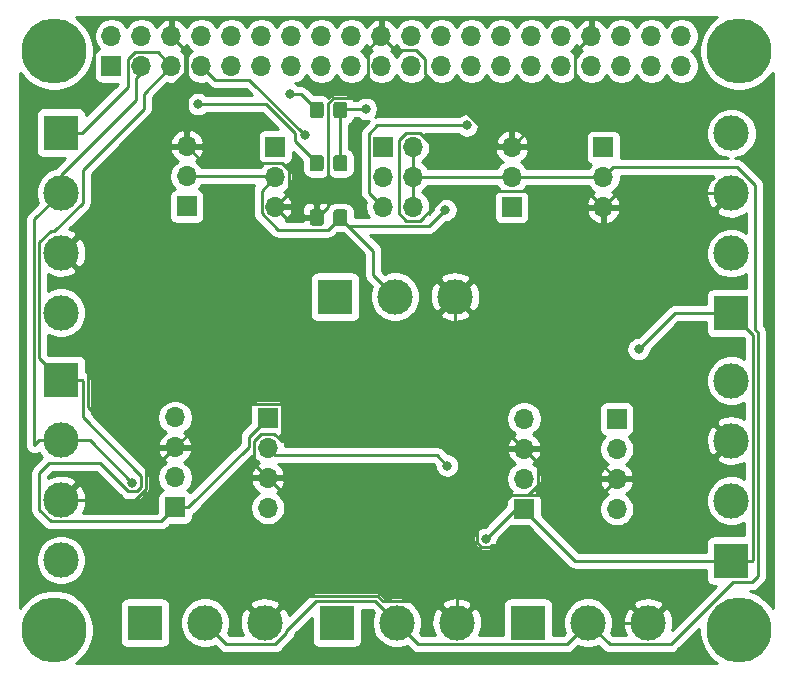
<source format=gbr>
%TF.GenerationSoftware,KiCad,Pcbnew,(5.1.10)-1*%
%TF.CreationDate,2022-03-08T12:45:45-05:00*%
%TF.ProjectId,PCBProjet,50434250-726f-46a6-9574-2e6b69636164,rev?*%
%TF.SameCoordinates,Original*%
%TF.FileFunction,Copper,L2,Bot*%
%TF.FilePolarity,Positive*%
%FSLAX46Y46*%
G04 Gerber Fmt 4.6, Leading zero omitted, Abs format (unit mm)*
G04 Created by KiCad (PCBNEW (5.1.10)-1) date 2022-03-08 12:45:45*
%MOMM*%
%LPD*%
G01*
G04 APERTURE LIST*
%TA.AperFunction,ComponentPad*%
%ADD10O,1.700000X1.700000*%
%TD*%
%TA.AperFunction,ComponentPad*%
%ADD11R,1.700000X1.700000*%
%TD*%
%TA.AperFunction,ComponentPad*%
%ADD12C,3.000000*%
%TD*%
%TA.AperFunction,ComponentPad*%
%ADD13R,3.000000X3.000000*%
%TD*%
%TA.AperFunction,ViaPad*%
%ADD14C,5.500000*%
%TD*%
%TA.AperFunction,ViaPad*%
%ADD15C,0.800000*%
%TD*%
%TA.AperFunction,Conductor*%
%ADD16C,0.250000*%
%TD*%
%TA.AperFunction,Conductor*%
%ADD17C,0.254000*%
%TD*%
%TA.AperFunction,Conductor*%
%ADD18C,0.100000*%
%TD*%
G04 APERTURE END LIST*
D10*
%TO.P,1W_Conn4,3*%
%TO.N,/GND*%
X159500000Y-88730000D03*
%TO.P,1W_Conn4,2*%
%TO.N,/GPIO*%
X159500000Y-86190000D03*
D11*
%TO.P,1W_Conn4,1*%
%TO.N,/3V3*%
X159500000Y-83650000D03*
%TD*%
D10*
%TO.P,1W_Conn3,3*%
%TO.N,/GND*%
X151750000Y-83620000D03*
%TO.P,1W_Conn3,2*%
%TO.N,/GPIO*%
X151750000Y-86160000D03*
D11*
%TO.P,1W_Conn3,1*%
%TO.N,/3V3*%
X151750000Y-88700000D03*
%TD*%
D10*
%TO.P,1W_Conn2,3*%
%TO.N,/GND*%
X131750000Y-88680000D03*
%TO.P,1W_Conn2,2*%
%TO.N,/GPIO*%
X131750000Y-86140000D03*
D11*
%TO.P,1W_Conn2,1*%
%TO.N,/3V3*%
X131750000Y-83600000D03*
%TD*%
D10*
%TO.P,1W_Conn1,3*%
%TO.N,/GND*%
X124250000Y-83570000D03*
%TO.P,1W_Conn1,2*%
%TO.N,/GPIO*%
X124250000Y-86110000D03*
D11*
%TO.P,1W_Conn1,1*%
%TO.N,/3V3*%
X124250000Y-88650000D03*
%TD*%
D12*
%TO.P,1Wire_Bornier2,3*%
%TO.N,/GND*%
X147110000Y-123900000D03*
%TO.P,1Wire_Bornier2,2*%
%TO.N,/GPIO*%
X142030000Y-123900000D03*
D13*
%TO.P,1Wire_Bornier2,1*%
%TO.N,/3V3*%
X136950000Y-123900000D03*
%TD*%
D12*
%TO.P,1Wire_Bornier4,3*%
%TO.N,/GND*%
X146960000Y-96300000D03*
%TO.P,1Wire_Bornier4,2*%
%TO.N,/GPIO*%
X141880000Y-96300000D03*
D13*
%TO.P,1Wire_Bornier4,1*%
%TO.N,/3V3*%
X136800000Y-96300000D03*
%TD*%
D12*
%TO.P,1Wire_Bornier3,3*%
%TO.N,/GND*%
X163310000Y-123900000D03*
%TO.P,1Wire_Bornier3,2*%
%TO.N,/GPIO*%
X158230000Y-123900000D03*
D13*
%TO.P,1Wire_Bornier3,1*%
%TO.N,/3V3*%
X153150000Y-123900000D03*
%TD*%
D12*
%TO.P,1Wire_Bornier1,3*%
%TO.N,/GND*%
X130860000Y-123900000D03*
%TO.P,1Wire_Bornier1,2*%
%TO.N,/GPIO*%
X125780000Y-123900000D03*
D13*
%TO.P,1Wire_Bornier1,1*%
%TO.N,/3V3*%
X120700000Y-123900000D03*
%TD*%
D12*
%TO.P,I2C_Bornier4,4*%
%TO.N,/3V3*%
X170350000Y-82460000D03*
D13*
%TO.P,I2C_Bornier4,1*%
%TO.N,/SCL*%
X170350000Y-97700000D03*
D12*
%TO.P,I2C_Bornier4,3*%
%TO.N,/GND*%
X170350000Y-87540000D03*
%TO.P,I2C_Bornier4,2*%
%TO.N,/SDA*%
X170350000Y-92620000D03*
%TD*%
%TO.P,I2C_Bornier3,4*%
%TO.N,/3V3*%
X170350000Y-103410000D03*
D13*
%TO.P,I2C_Bornier3,1*%
%TO.N,/SCL*%
X170350000Y-118650000D03*
D12*
%TO.P,I2C_Bornier3,3*%
%TO.N,/GND*%
X170350000Y-108490000D03*
%TO.P,I2C_Bornier3,2*%
%TO.N,/SDA*%
X170350000Y-113570000D03*
%TD*%
%TO.P,I2C_Bornier2,4*%
%TO.N,/3V3*%
X113600000Y-118590000D03*
D13*
%TO.P,I2C_Bornier2,1*%
%TO.N,/SCL*%
X113600000Y-103350000D03*
D12*
%TO.P,I2C_Bornier2,3*%
%TO.N,/GND*%
X113600000Y-113510000D03*
%TO.P,I2C_Bornier2,2*%
%TO.N,/SDA*%
X113600000Y-108430000D03*
%TD*%
%TO.P,I2C_Bornier1,4*%
%TO.N,/3V3*%
X113600000Y-97650000D03*
D13*
%TO.P,I2C_Bornier1,1*%
%TO.N,/SCL*%
X113600000Y-82410000D03*
D12*
%TO.P,I2C_Bornier1,3*%
%TO.N,/GND*%
X113600000Y-92570000D03*
%TO.P,I2C_Bornier1,2*%
%TO.N,/SDA*%
X113600000Y-87490000D03*
%TD*%
D11*
%TO.P,RaspPi_Conn,1*%
%TO.N,/3V3*%
X117870000Y-76770000D03*
D10*
%TO.P,RaspPi_Conn,2*%
%TO.N,Net-(J10-Pad2)*%
X117870000Y-74230000D03*
%TO.P,RaspPi_Conn,3*%
%TO.N,/SDA*%
X120410000Y-76770000D03*
%TO.P,RaspPi_Conn,4*%
%TO.N,Net-(J10-Pad4)*%
X120410000Y-74230000D03*
%TO.P,RaspPi_Conn,5*%
%TO.N,/SCL*%
X122950000Y-76770000D03*
%TO.P,RaspPi_Conn,6*%
%TO.N,/GND*%
X122950000Y-74230000D03*
%TO.P,RaspPi_Conn,7*%
%TO.N,/GPIO4*%
X125490000Y-76770000D03*
%TO.P,RaspPi_Conn,8*%
%TO.N,Net-(J10-Pad8)*%
X125490000Y-74230000D03*
%TO.P,RaspPi_Conn,9*%
%TO.N,Net-(J10-Pad9)*%
X128030000Y-76770000D03*
%TO.P,RaspPi_Conn,10*%
%TO.N,Net-(J10-Pad10)*%
X128030000Y-74230000D03*
%TO.P,RaspPi_Conn,11*%
%TO.N,Net-(J10-Pad11)*%
X130570000Y-76770000D03*
%TO.P,RaspPi_Conn,12*%
%TO.N,Net-(J10-Pad12)*%
X130570000Y-74230000D03*
%TO.P,RaspPi_Conn,13*%
%TO.N,Net-(J10-Pad13)*%
X133110000Y-76770000D03*
%TO.P,RaspPi_Conn,14*%
%TO.N,Net-(J10-Pad14)*%
X133110000Y-74230000D03*
%TO.P,RaspPi_Conn,15*%
%TO.N,Net-(J10-Pad15)*%
X135650000Y-76770000D03*
%TO.P,RaspPi_Conn,16*%
%TO.N,Net-(J10-Pad16)*%
X135650000Y-74230000D03*
%TO.P,RaspPi_Conn,17*%
%TO.N,/3V3*%
X138190000Y-76770000D03*
%TO.P,RaspPi_Conn,18*%
%TO.N,Net-(J10-Pad18)*%
X138190000Y-74230000D03*
%TO.P,RaspPi_Conn,19*%
%TO.N,Net-(J10-Pad19)*%
X140730000Y-76770000D03*
%TO.P,RaspPi_Conn,20*%
%TO.N,/GND*%
X140730000Y-74230000D03*
%TO.P,RaspPi_Conn,21*%
%TO.N,Net-(J10-Pad21)*%
X143270000Y-76770000D03*
%TO.P,RaspPi_Conn,22*%
%TO.N,Net-(J10-Pad22)*%
X143270000Y-74230000D03*
%TO.P,RaspPi_Conn,23*%
%TO.N,Net-(J10-Pad23)*%
X145810000Y-76770000D03*
%TO.P,RaspPi_Conn,24*%
%TO.N,Net-(J10-Pad24)*%
X145810000Y-74230000D03*
%TO.P,RaspPi_Conn,25*%
%TO.N,Net-(J10-Pad25)*%
X148350000Y-76770000D03*
%TO.P,RaspPi_Conn,26*%
%TO.N,Net-(J10-Pad26)*%
X148350000Y-74230000D03*
%TO.P,RaspPi_Conn,27*%
%TO.N,Net-(J10-Pad27)*%
X150890000Y-76770000D03*
%TO.P,RaspPi_Conn,28*%
%TO.N,Net-(J10-Pad28)*%
X150890000Y-74230000D03*
%TO.P,RaspPi_Conn,29*%
%TO.N,/GPIO5*%
X153430000Y-76770000D03*
%TO.P,RaspPi_Conn,30*%
%TO.N,Net-(J10-Pad30)*%
X153430000Y-74230000D03*
%TO.P,RaspPi_Conn,31*%
%TO.N,/GPIO6*%
X155970000Y-76770000D03*
%TO.P,RaspPi_Conn,32*%
%TO.N,Net-(J10-Pad32)*%
X155970000Y-74230000D03*
%TO.P,RaspPi_Conn,33*%
%TO.N,Net-(J10-Pad33)*%
X158510000Y-76770000D03*
%TO.P,RaspPi_Conn,34*%
%TO.N,/GND*%
X158510000Y-74230000D03*
%TO.P,RaspPi_Conn,35*%
%TO.N,Net-(J10-Pad35)*%
X161050000Y-76770000D03*
%TO.P,RaspPi_Conn,36*%
%TO.N,Net-(J10-Pad36)*%
X161050000Y-74230000D03*
%TO.P,RaspPi_Conn,37*%
%TO.N,Net-(J10-Pad37)*%
X163590000Y-76770000D03*
%TO.P,RaspPi_Conn,38*%
%TO.N,Net-(J10-Pad38)*%
X163590000Y-74230000D03*
%TO.P,RaspPi_Conn,39*%
%TO.N,Net-(J10-Pad39)*%
X166130000Y-76770000D03*
%TO.P,RaspPi_Conn,40*%
%TO.N,Net-(J10-Pad40)*%
X166130000Y-74230000D03*
%TD*%
D11*
%TO.P,GPIO_Conn,1*%
%TO.N,/GPIO4*%
X140850000Y-83600000D03*
D10*
%TO.P,GPIO_Conn,2*%
%TO.N,/GPIO*%
X143390000Y-83600000D03*
%TO.P,GPIO_Conn,3*%
%TO.N,/GPIO5*%
X140850000Y-86140000D03*
%TO.P,GPIO_Conn,4*%
%TO.N,/GPIO*%
X143390000Y-86140000D03*
%TO.P,GPIO_Conn,5*%
%TO.N,/GPIO6*%
X140850000Y-88680000D03*
%TO.P,GPIO_Conn,6*%
%TO.N,/GPIO*%
X143390000Y-88680000D03*
%TD*%
D11*
%TO.P,I2C_Conn1,1*%
%TO.N,/SCL*%
X123250000Y-114150000D03*
D10*
%TO.P,I2C_Conn1,2*%
%TO.N,/SDA*%
X123250000Y-111610000D03*
%TO.P,I2C_Conn1,3*%
%TO.N,/GND*%
X123250000Y-109070000D03*
%TO.P,I2C_Conn1,4*%
%TO.N,/3V3*%
X123250000Y-106530000D03*
%TD*%
D11*
%TO.P,I2C_Conn2,1*%
%TO.N,/SCL*%
X131100000Y-106550000D03*
D10*
%TO.P,I2C_Conn2,2*%
%TO.N,/SDA*%
X131100000Y-109090000D03*
%TO.P,I2C_Conn2,3*%
%TO.N,/GND*%
X131100000Y-111630000D03*
%TO.P,I2C_Conn2,4*%
%TO.N,/3V3*%
X131100000Y-114170000D03*
%TD*%
%TO.P,I2C_Conn3,4*%
%TO.N,/3V3*%
X152800000Y-106630000D03*
%TO.P,I2C_Conn3,3*%
%TO.N,/GND*%
X152800000Y-109170000D03*
%TO.P,I2C_Conn3,2*%
%TO.N,/SDA*%
X152800000Y-111710000D03*
D11*
%TO.P,I2C_Conn3,1*%
%TO.N,/SCL*%
X152800000Y-114250000D03*
%TD*%
D10*
%TO.P,I2C_Conn4,4*%
%TO.N,/3V3*%
X160650000Y-114270000D03*
%TO.P,I2C_Conn4,3*%
%TO.N,/GND*%
X160650000Y-111730000D03*
%TO.P,I2C_Conn4,2*%
%TO.N,/SDA*%
X160650000Y-109190000D03*
D11*
%TO.P,I2C_Conn4,1*%
%TO.N,/SCL*%
X160650000Y-106650000D03*
%TD*%
%TO.P,R1,1*%
%TO.N,/3V3*%
%TA.AperFunction,SMDPad,CuDef*%
G36*
G01*
X137850000Y-80049999D02*
X137850000Y-80950001D01*
G75*
G02*
X137600001Y-81200000I-249999J0D01*
G01*
X136899999Y-81200000D01*
G75*
G02*
X136650000Y-80950001I0J249999D01*
G01*
X136650000Y-80049999D01*
G75*
G02*
X136899999Y-79800000I249999J0D01*
G01*
X137600001Y-79800000D01*
G75*
G02*
X137850000Y-80049999I0J-249999D01*
G01*
G37*
%TD.AperFunction*%
%TO.P,R1,2*%
%TO.N,/SDA*%
%TA.AperFunction,SMDPad,CuDef*%
G36*
G01*
X135850000Y-80049999D02*
X135850000Y-80950001D01*
G75*
G02*
X135600001Y-81200000I-249999J0D01*
G01*
X134899999Y-81200000D01*
G75*
G02*
X134650000Y-80950001I0J249999D01*
G01*
X134650000Y-80049999D01*
G75*
G02*
X134899999Y-79800000I249999J0D01*
G01*
X135600001Y-79800000D01*
G75*
G02*
X135850000Y-80049999I0J-249999D01*
G01*
G37*
%TD.AperFunction*%
%TD*%
%TO.P,R2,2*%
%TO.N,/SCL*%
%TA.AperFunction,SMDPad,CuDef*%
G36*
G01*
X135850000Y-84549999D02*
X135850000Y-85450001D01*
G75*
G02*
X135600001Y-85700000I-249999J0D01*
G01*
X134899999Y-85700000D01*
G75*
G02*
X134650000Y-85450001I0J249999D01*
G01*
X134650000Y-84549999D01*
G75*
G02*
X134899999Y-84300000I249999J0D01*
G01*
X135600001Y-84300000D01*
G75*
G02*
X135850000Y-84549999I0J-249999D01*
G01*
G37*
%TD.AperFunction*%
%TO.P,R2,1*%
%TO.N,/3V3*%
%TA.AperFunction,SMDPad,CuDef*%
G36*
G01*
X137850000Y-84549999D02*
X137850000Y-85450001D01*
G75*
G02*
X137600001Y-85700000I-249999J0D01*
G01*
X136899999Y-85700000D01*
G75*
G02*
X136650000Y-85450001I0J249999D01*
G01*
X136650000Y-84549999D01*
G75*
G02*
X136899999Y-84300000I249999J0D01*
G01*
X137600001Y-84300000D01*
G75*
G02*
X137850000Y-84549999I0J-249999D01*
G01*
G37*
%TD.AperFunction*%
%TD*%
%TO.P,R3,1*%
%TO.N,/GPIO*%
%TA.AperFunction,SMDPad,CuDef*%
G36*
G01*
X137850000Y-89149999D02*
X137850000Y-90050001D01*
G75*
G02*
X137600001Y-90300000I-249999J0D01*
G01*
X136899999Y-90300000D01*
G75*
G02*
X136650000Y-90050001I0J249999D01*
G01*
X136650000Y-89149999D01*
G75*
G02*
X136899999Y-88900000I249999J0D01*
G01*
X137600001Y-88900000D01*
G75*
G02*
X137850000Y-89149999I0J-249999D01*
G01*
G37*
%TD.AperFunction*%
%TO.P,R3,2*%
%TO.N,/GND*%
%TA.AperFunction,SMDPad,CuDef*%
G36*
G01*
X135850000Y-89149999D02*
X135850000Y-90050001D01*
G75*
G02*
X135600001Y-90300000I-249999J0D01*
G01*
X134899999Y-90300000D01*
G75*
G02*
X134650000Y-90050001I0J249999D01*
G01*
X134650000Y-89149999D01*
G75*
G02*
X134899999Y-88900000I249999J0D01*
G01*
X135600001Y-88900000D01*
G75*
G02*
X135850000Y-89149999I0J-249999D01*
G01*
G37*
%TD.AperFunction*%
%TD*%
D14*
%TO.N,*%
X113000000Y-75500000D03*
X171000000Y-75500000D03*
X171000000Y-124500000D03*
D15*
%TO.N,/3V3*%
X139400000Y-80400000D03*
D14*
%TO.N,*%
X113000000Y-124500000D03*
D15*
%TO.N,/SDA*%
X146300000Y-110600000D03*
X133000000Y-79150000D03*
X119650000Y-112050000D03*
%TO.N,/SCL*%
X125200000Y-80000000D03*
X162500000Y-100750000D03*
X149550000Y-116800000D03*
%TO.N,/GPIO4*%
X134250000Y-82650000D03*
%TO.N,/GPIO6*%
X147950000Y-81800000D03*
%TO.N,/GPIO*%
X146150000Y-88950000D03*
%TD*%
D16*
%TO.N,/3V3*%
X137350000Y-80400000D02*
X137250000Y-80500000D01*
X139400000Y-80400000D02*
X137350000Y-80400000D01*
X137250000Y-80500000D02*
X137250000Y-84300000D01*
X137250000Y-84300000D02*
X137250000Y-85000000D01*
%TO.N,/SDA*%
X146300000Y-110600000D02*
X145400000Y-109700000D01*
X131710000Y-109700000D02*
X131100000Y-109090000D01*
X145400000Y-109700000D02*
X131710000Y-109700000D01*
X111324988Y-89765012D02*
X111324988Y-108874988D01*
X113600000Y-87490000D02*
X111324988Y-89765012D01*
X111769976Y-108430000D02*
X113600000Y-108430000D01*
X111324988Y-108874988D02*
X111769976Y-108430000D01*
X133900000Y-79150000D02*
X135250000Y-80500000D01*
X133000000Y-79150000D02*
X133900000Y-79150000D01*
X119981403Y-79613599D02*
X119981403Y-77758600D01*
X113600000Y-87490000D02*
X113600000Y-85995002D01*
X119981403Y-77758600D02*
X120410000Y-77330003D01*
X120410000Y-77330003D02*
X120410000Y-76770000D01*
X113600000Y-85995002D02*
X119981403Y-79613599D01*
X116030000Y-108430000D02*
X119650000Y-112050000D01*
X113600000Y-108430000D02*
X116030000Y-108430000D01*
%TO.N,/SCL*%
X165550000Y-97700000D02*
X170350000Y-97700000D01*
X162500000Y-100750000D02*
X165550000Y-97700000D01*
X172175001Y-99525001D02*
X170350000Y-97700000D01*
X170350000Y-118650000D02*
X172100000Y-118650000D01*
X172100000Y-118650000D02*
X172175001Y-118574999D01*
X172175001Y-118574999D02*
X172175001Y-99525001D01*
X170350000Y-118650000D02*
X157100000Y-118650000D01*
X152800000Y-114350000D02*
X152800000Y-114250000D01*
X157100000Y-118650000D02*
X152800000Y-114350000D01*
X152800000Y-114250000D02*
X152100000Y-114250000D01*
X152100000Y-114250000D02*
X149550000Y-116800000D01*
X129474988Y-108175012D02*
X131100000Y-106550000D01*
X129474988Y-109025012D02*
X129474988Y-108175012D01*
X124350000Y-114150000D02*
X129474988Y-109025012D01*
X123250000Y-114150000D02*
X124350000Y-114150000D01*
X130950000Y-80000000D02*
X125200000Y-80000000D01*
X133374999Y-83124999D02*
X133374999Y-82424999D01*
X133374999Y-82424999D02*
X130950000Y-80000000D01*
X135250000Y-85000000D02*
X133374999Y-83124999D01*
X112723999Y-90744999D02*
X111774999Y-91693999D01*
X111774999Y-91693999D02*
X111774999Y-101524999D01*
X121774999Y-75594999D02*
X122950000Y-76770000D01*
X113600000Y-82410000D02*
X115350000Y-82410000D01*
X113046003Y-90744999D02*
X112723999Y-90744999D01*
X119845999Y-75594999D02*
X121774999Y-75594999D01*
X119234999Y-76205999D02*
X119845999Y-75594999D01*
X115350000Y-82410000D02*
X119234999Y-78525001D01*
X119234999Y-78525001D02*
X119234999Y-76205999D01*
X120600011Y-80386399D02*
X115425001Y-85561409D01*
X115425001Y-85561409D02*
X115425001Y-88366001D01*
X115425001Y-88366001D02*
X113046003Y-90744999D01*
X111774999Y-101524999D02*
X113600000Y-103350000D01*
X112723999Y-115335001D02*
X122064999Y-115335001D01*
X111774999Y-111204001D02*
X111774999Y-114386001D01*
X112603998Y-110375002D02*
X111774999Y-111204001D01*
X115350000Y-103350000D02*
X115425001Y-103425001D01*
X119998002Y-112775002D02*
X119301998Y-112775002D01*
X122064999Y-115335001D02*
X123250000Y-114150000D01*
X115425001Y-103425001D02*
X115425001Y-106501997D01*
X115425001Y-106501997D02*
X120375002Y-111451998D01*
X111774999Y-114386001D02*
X112723999Y-115335001D01*
X116901998Y-110375002D02*
X112603998Y-110375002D01*
X119301998Y-112775002D02*
X116901998Y-110375002D01*
X120375002Y-111451998D02*
X120375002Y-112398002D01*
X120375002Y-112398002D02*
X119998002Y-112775002D01*
X113600000Y-103350000D02*
X115350000Y-103350000D01*
X120600011Y-79119989D02*
X122950000Y-76770000D01*
X120600011Y-80386399D02*
X120600011Y-79119989D01*
%TO.N,/GND*%
X160690000Y-87540000D02*
X159500000Y-88730000D01*
X170350000Y-87540000D02*
X160690000Y-87540000D01*
X157145001Y-75594999D02*
X158510000Y-74230000D01*
X157145001Y-78224999D02*
X157145001Y-75594999D01*
X151750000Y-83620000D02*
X157145001Y-78224999D01*
X132670000Y-89600000D02*
X131750000Y-88680000D01*
X135250000Y-89600000D02*
X132670000Y-89600000D01*
X124250000Y-75530000D02*
X122950000Y-74230000D01*
X124250000Y-83570000D02*
X124250000Y-75530000D01*
X153975001Y-110345001D02*
X152800000Y-109170000D01*
X153975001Y-112274001D02*
X153975001Y-110345001D01*
X153174003Y-113074999D02*
X153975001Y-112274001D01*
X151689999Y-113074999D02*
X153174003Y-113074999D01*
X147110000Y-117654998D02*
X151689999Y-113074999D01*
X147110000Y-123900000D02*
X147110000Y-117654998D01*
X158090000Y-109170000D02*
X160650000Y-111730000D01*
X152800000Y-109170000D02*
X158090000Y-109170000D01*
X167110000Y-111730000D02*
X170350000Y-108490000D01*
X160650000Y-111730000D02*
X167110000Y-111730000D01*
X146960000Y-103330000D02*
X146960000Y-96300000D01*
X152800000Y-109170000D02*
X146960000Y-103330000D01*
X145610001Y-122400001D02*
X147110000Y-123900000D01*
X140391399Y-121624988D02*
X140820001Y-122053591D01*
X136250009Y-118509991D02*
X130860000Y-123900000D01*
X145263591Y-122053591D02*
X145610001Y-122400001D01*
X133135012Y-121624988D02*
X140391399Y-121624988D01*
X140820001Y-122053591D02*
X145263591Y-122053591D01*
X130860000Y-123900000D02*
X133135012Y-121624988D01*
X131100000Y-111630000D02*
X136250009Y-116780009D01*
X136250009Y-116780009D02*
X136250009Y-118509991D01*
X150547919Y-83620000D02*
X151750000Y-83620000D01*
X159500000Y-88730000D02*
X158105001Y-87335001D01*
X158105001Y-87335001D02*
X146474001Y-87335001D01*
X143954001Y-89855001D02*
X142825999Y-89855001D01*
X146474001Y-87335001D02*
X143954001Y-89855001D01*
X142825999Y-89855001D02*
X142214999Y-89244001D01*
X142214999Y-89244001D02*
X142214999Y-83035999D01*
X142214999Y-83035999D02*
X142825999Y-82424999D01*
X142825999Y-82424999D02*
X143954001Y-82424999D01*
X143954001Y-82424999D02*
X146494001Y-84964999D01*
X146494001Y-84964999D02*
X149202920Y-84964999D01*
X149202920Y-84964999D02*
X150547919Y-83620000D01*
X131750000Y-88680000D02*
X132925001Y-87504999D01*
X132925001Y-87504999D02*
X132925001Y-85575999D01*
X132925001Y-85575999D02*
X132314001Y-84964999D01*
X132314001Y-84964999D02*
X125644999Y-84964999D01*
X125644999Y-84964999D02*
X124250000Y-83570000D01*
X122950000Y-74230000D02*
X124125001Y-75405001D01*
X115099999Y-91070001D02*
X113600000Y-92570000D01*
X124125001Y-75405001D02*
X124125001Y-77334001D01*
X124125001Y-77334001D02*
X121800011Y-79658991D01*
X121800011Y-79658991D02*
X121800011Y-84369989D01*
X121800011Y-84369989D02*
X115099999Y-91070001D01*
X160650000Y-111730000D02*
X159305001Y-113074999D01*
X159305001Y-113074999D02*
X151689999Y-113074999D01*
X151689999Y-113074999D02*
X148824998Y-115940000D01*
X148824998Y-115940000D02*
X148824998Y-117148002D01*
X148824998Y-117148002D02*
X149201998Y-117525002D01*
X149201998Y-117525002D02*
X149898002Y-117525002D01*
X149898002Y-117525002D02*
X150098002Y-117325002D01*
X150098002Y-117325002D02*
X154613682Y-117325002D01*
X154613682Y-117325002D02*
X161188680Y-123900000D01*
X161188680Y-123900000D02*
X163310000Y-123900000D01*
X132275001Y-108525999D02*
X131664001Y-107914999D01*
X126945001Y-105374999D02*
X132210001Y-105374999D01*
X129924999Y-110454999D02*
X131100000Y-111630000D01*
X130535999Y-107914999D02*
X129924999Y-108525999D01*
X132210001Y-105374999D02*
X132275001Y-105439999D01*
X129924999Y-108525999D02*
X129924999Y-110454999D01*
X131664001Y-107914999D02*
X130535999Y-107914999D01*
X132275001Y-105439999D02*
X132275001Y-108525999D01*
X123250000Y-109070000D02*
X126945001Y-105374999D01*
X144445001Y-77421997D02*
X144445001Y-76205999D01*
X150547919Y-83324915D02*
X147398002Y-80174998D01*
X150547919Y-83620000D02*
X150547919Y-83324915D01*
X147398002Y-80174998D02*
X147198002Y-80174998D01*
X147198002Y-80174998D02*
X144445001Y-77421997D01*
X144445001Y-76205999D02*
X143644003Y-75405001D01*
X143644003Y-75405001D02*
X141905001Y-75405001D01*
X141905001Y-75405001D02*
X140730000Y-74230000D01*
X139554999Y-75405001D02*
X139554999Y-78845001D01*
X139554999Y-78845001D02*
X138925010Y-79474990D01*
X136175010Y-79961800D02*
X136175010Y-88674990D01*
X136661820Y-79474990D02*
X136175010Y-79961800D01*
X138925010Y-79474990D02*
X136661820Y-79474990D01*
X140730000Y-74230000D02*
X139554999Y-75405001D01*
X136175010Y-88674990D02*
X135250000Y-89600000D01*
X115875012Y-105665597D02*
X115875012Y-94845012D01*
X115099999Y-94069999D02*
X113600000Y-92570000D01*
X120825013Y-112384402D02*
X120825013Y-111494987D01*
X120825013Y-111494987D02*
X123250000Y-109070000D01*
X119899415Y-113510000D02*
X120825013Y-112584402D01*
X113600000Y-113510000D02*
X119899415Y-113510000D01*
X120825013Y-112384402D02*
X120825013Y-110615598D01*
X115875012Y-94845012D02*
X115099999Y-94069999D01*
X120825013Y-110615598D02*
X115875012Y-105665597D01*
X120825013Y-112584402D02*
X120825013Y-112384402D01*
%TO.N,/GPIO4*%
X126665001Y-77945001D02*
X125490000Y-76770000D01*
X129545001Y-77945001D02*
X126665001Y-77945001D01*
X134250000Y-82650000D02*
X129545001Y-77945001D01*
%TO.N,/GPIO6*%
X140850000Y-88680000D02*
X139674999Y-87504999D01*
X139674999Y-82489999D02*
X140364998Y-81800000D01*
X139674999Y-87504999D02*
X139674999Y-82489999D01*
X140364998Y-81800000D02*
X147950000Y-81800000D01*
%TO.N,/GPIO*%
X135189999Y-122074999D02*
X140204999Y-122074999D01*
X132685001Y-124579997D02*
X135189999Y-122074999D01*
X132685001Y-124776001D02*
X132685001Y-124579997D01*
X131736001Y-125725001D02*
X132685001Y-124776001D01*
X125780000Y-123900000D02*
X127605001Y-125725001D01*
X140204999Y-122074999D02*
X142030000Y-123900000D01*
X127605001Y-125725001D02*
X131736001Y-125725001D01*
X156404999Y-125725001D02*
X158230000Y-123900000D01*
X143855001Y-125725001D02*
X156404999Y-125725001D01*
X142030000Y-123900000D02*
X143855001Y-125725001D01*
X159500000Y-86190000D02*
X153310000Y-86190000D01*
X153280000Y-86160000D02*
X151750000Y-86160000D01*
X153310000Y-86190000D02*
X153280000Y-86160000D01*
X143410000Y-86160000D02*
X143390000Y-86140000D01*
X151750000Y-86160000D02*
X143410000Y-86160000D01*
X143390000Y-88680000D02*
X143390000Y-86140000D01*
X143390000Y-86140000D02*
X143390000Y-83600000D01*
X140054999Y-92404999D02*
X137250000Y-89600000D01*
X140054999Y-94474999D02*
X140054999Y-92404999D01*
X141880000Y-96300000D02*
X140054999Y-94474999D01*
X144794988Y-90305012D02*
X146150000Y-88950000D01*
X137955012Y-90305012D02*
X144794988Y-90305012D01*
X137250000Y-89600000D02*
X137955012Y-90305012D01*
X131720000Y-86110000D02*
X131750000Y-86140000D01*
X124250000Y-86110000D02*
X131720000Y-86110000D01*
X136224990Y-90625010D02*
X137250000Y-89600000D01*
X131956008Y-90625010D02*
X136224990Y-90625010D01*
X130574999Y-89244001D02*
X131956008Y-90625010D01*
X130574999Y-87315001D02*
X130574999Y-89244001D01*
X131750000Y-86140000D02*
X130574999Y-87315001D01*
X160349999Y-85340001D02*
X159500000Y-86190000D01*
X172350000Y-86838998D02*
X170851003Y-85340001D01*
X172350000Y-99063590D02*
X172350000Y-86838998D01*
X172625012Y-119959990D02*
X172625012Y-99338601D01*
X172110001Y-120475001D02*
X172625012Y-119959990D01*
X170473997Y-120475001D02*
X172110001Y-120475001D01*
X172625012Y-99338601D02*
X172350000Y-99063590D01*
X160055001Y-125725001D02*
X165223997Y-125725001D01*
X170851003Y-85340001D02*
X160349999Y-85340001D01*
X158230000Y-123900000D02*
X160055001Y-125725001D01*
X165223997Y-125725001D02*
X170473997Y-120475001D01*
%TD*%
D17*
%TO.N,/GND*%
X168842188Y-72870698D02*
X168370698Y-73342188D01*
X168000252Y-73896601D01*
X167745083Y-74512632D01*
X167615000Y-75166607D01*
X167615000Y-75833393D01*
X167745083Y-76487368D01*
X168000252Y-77103399D01*
X168370698Y-77657812D01*
X168842188Y-78129302D01*
X169396601Y-78499748D01*
X170012632Y-78754917D01*
X170666607Y-78885000D01*
X171333393Y-78885000D01*
X171987368Y-78754917D01*
X172603399Y-78499748D01*
X173157812Y-78129302D01*
X173629302Y-77657812D01*
X173840001Y-77342478D01*
X173840000Y-122657521D01*
X173629302Y-122342188D01*
X173157812Y-121870698D01*
X172603399Y-121500252D01*
X171987368Y-121245083D01*
X171936682Y-121235001D01*
X172072679Y-121235001D01*
X172110001Y-121238677D01*
X172147323Y-121235001D01*
X172147334Y-121235001D01*
X172258987Y-121224004D01*
X172402248Y-121180547D01*
X172534277Y-121109975D01*
X172650002Y-121015002D01*
X172673804Y-120985999D01*
X173136015Y-120523788D01*
X173165013Y-120499991D01*
X173259986Y-120384266D01*
X173330558Y-120252237D01*
X173374015Y-120108976D01*
X173385012Y-119997323D01*
X173385012Y-119997322D01*
X173388689Y-119959990D01*
X173385012Y-119922657D01*
X173385012Y-99375924D01*
X173388688Y-99338599D01*
X173385012Y-99301276D01*
X173385012Y-99301268D01*
X173374015Y-99189615D01*
X173330558Y-99046354D01*
X173259986Y-98914325D01*
X173165013Y-98798600D01*
X173136008Y-98774797D01*
X173110000Y-98748788D01*
X173110000Y-86876321D01*
X173113676Y-86838998D01*
X173110000Y-86801675D01*
X173110000Y-86801665D01*
X173099003Y-86690012D01*
X173055546Y-86546751D01*
X173053625Y-86543158D01*
X172984974Y-86414721D01*
X172913799Y-86327995D01*
X172890001Y-86298997D01*
X172861003Y-86275199D01*
X171414807Y-84829004D01*
X171391004Y-84800000D01*
X171275279Y-84705027D01*
X171143250Y-84634455D01*
X170999989Y-84590998D01*
X170888336Y-84580001D01*
X170888325Y-84580001D01*
X170851003Y-84576325D01*
X170813681Y-84580001D01*
X170635684Y-84580001D01*
X170972756Y-84512953D01*
X171361302Y-84352012D01*
X171710983Y-84118363D01*
X172008363Y-83820983D01*
X172242012Y-83471302D01*
X172402953Y-83082756D01*
X172485000Y-82670279D01*
X172485000Y-82249721D01*
X172402953Y-81837244D01*
X172242012Y-81448698D01*
X172008363Y-81099017D01*
X171710983Y-80801637D01*
X171361302Y-80567988D01*
X170972756Y-80407047D01*
X170560279Y-80325000D01*
X170139721Y-80325000D01*
X169727244Y-80407047D01*
X169338698Y-80567988D01*
X168989017Y-80801637D01*
X168691637Y-81099017D01*
X168457988Y-81448698D01*
X168297047Y-81837244D01*
X168215000Y-82249721D01*
X168215000Y-82670279D01*
X168297047Y-83082756D01*
X168457988Y-83471302D01*
X168691637Y-83820983D01*
X168989017Y-84118363D01*
X169338698Y-84352012D01*
X169727244Y-84512953D01*
X170064316Y-84580001D01*
X160980193Y-84580001D01*
X160988072Y-84500000D01*
X160988072Y-82800000D01*
X160975812Y-82675518D01*
X160939502Y-82555820D01*
X160880537Y-82445506D01*
X160801185Y-82348815D01*
X160704494Y-82269463D01*
X160594180Y-82210498D01*
X160474482Y-82174188D01*
X160350000Y-82161928D01*
X158650000Y-82161928D01*
X158525518Y-82174188D01*
X158405820Y-82210498D01*
X158295506Y-82269463D01*
X158198815Y-82348815D01*
X158119463Y-82445506D01*
X158060498Y-82555820D01*
X158024188Y-82675518D01*
X158011928Y-82800000D01*
X158011928Y-84500000D01*
X158024188Y-84624482D01*
X158060498Y-84744180D01*
X158119463Y-84854494D01*
X158198815Y-84951185D01*
X158295506Y-85030537D01*
X158405820Y-85089502D01*
X158478380Y-85111513D01*
X158346525Y-85243368D01*
X158221822Y-85430000D01*
X153491632Y-85430000D01*
X153428986Y-85410997D01*
X153317333Y-85400000D01*
X153317322Y-85400000D01*
X153280000Y-85396324D01*
X153242678Y-85400000D01*
X153028178Y-85400000D01*
X152903475Y-85213368D01*
X152696632Y-85006525D01*
X152514466Y-84884805D01*
X152631355Y-84815178D01*
X152847588Y-84620269D01*
X153021641Y-84386920D01*
X153146825Y-84124099D01*
X153191476Y-83976890D01*
X153070155Y-83747000D01*
X151877000Y-83747000D01*
X151877000Y-83767000D01*
X151623000Y-83767000D01*
X151623000Y-83747000D01*
X150429845Y-83747000D01*
X150308524Y-83976890D01*
X150353175Y-84124099D01*
X150478359Y-84386920D01*
X150652412Y-84620269D01*
X150868645Y-84815178D01*
X150985534Y-84884805D01*
X150803368Y-85006525D01*
X150596525Y-85213368D01*
X150471822Y-85400000D01*
X144681542Y-85400000D01*
X144543475Y-85193368D01*
X144336632Y-84986525D01*
X144162240Y-84870000D01*
X144336632Y-84753475D01*
X144543475Y-84546632D01*
X144705990Y-84303411D01*
X144817932Y-84033158D01*
X144875000Y-83746260D01*
X144875000Y-83453740D01*
X144837082Y-83263110D01*
X150308524Y-83263110D01*
X150429845Y-83493000D01*
X151623000Y-83493000D01*
X151623000Y-82299186D01*
X151877000Y-82299186D01*
X151877000Y-83493000D01*
X153070155Y-83493000D01*
X153191476Y-83263110D01*
X153146825Y-83115901D01*
X153021641Y-82853080D01*
X152847588Y-82619731D01*
X152631355Y-82424822D01*
X152381252Y-82275843D01*
X152106891Y-82178519D01*
X151877000Y-82299186D01*
X151623000Y-82299186D01*
X151393109Y-82178519D01*
X151118748Y-82275843D01*
X150868645Y-82424822D01*
X150652412Y-82619731D01*
X150478359Y-82853080D01*
X150353175Y-83115901D01*
X150308524Y-83263110D01*
X144837082Y-83263110D01*
X144817932Y-83166842D01*
X144705990Y-82896589D01*
X144543475Y-82653368D01*
X144450107Y-82560000D01*
X147246289Y-82560000D01*
X147290226Y-82603937D01*
X147459744Y-82717205D01*
X147648102Y-82795226D01*
X147848061Y-82835000D01*
X148051939Y-82835000D01*
X148251898Y-82795226D01*
X148440256Y-82717205D01*
X148609774Y-82603937D01*
X148753937Y-82459774D01*
X148867205Y-82290256D01*
X148945226Y-82101898D01*
X148985000Y-81901939D01*
X148985000Y-81698061D01*
X148945226Y-81498102D01*
X148867205Y-81309744D01*
X148753937Y-81140226D01*
X148609774Y-80996063D01*
X148440256Y-80882795D01*
X148251898Y-80804774D01*
X148051939Y-80765000D01*
X147848061Y-80765000D01*
X147648102Y-80804774D01*
X147459744Y-80882795D01*
X147290226Y-80996063D01*
X147246289Y-81040000D01*
X140402321Y-81040000D01*
X140364998Y-81036324D01*
X140327675Y-81040000D01*
X140327665Y-81040000D01*
X140216012Y-81050997D01*
X140208223Y-81053360D01*
X140317205Y-80890256D01*
X140395226Y-80701898D01*
X140435000Y-80501939D01*
X140435000Y-80298061D01*
X140395226Y-80098102D01*
X140317205Y-79909744D01*
X140203937Y-79740226D01*
X140059774Y-79596063D01*
X139890256Y-79482795D01*
X139701898Y-79404774D01*
X139501939Y-79365000D01*
X139298061Y-79365000D01*
X139098102Y-79404774D01*
X138909744Y-79482795D01*
X138740226Y-79596063D01*
X138696289Y-79640000D01*
X138382976Y-79640000D01*
X138338405Y-79556613D01*
X138227962Y-79422038D01*
X138093387Y-79311595D01*
X137939851Y-79229528D01*
X137773255Y-79178992D01*
X137600001Y-79161928D01*
X136899999Y-79161928D01*
X136726745Y-79178992D01*
X136560149Y-79229528D01*
X136406613Y-79311595D01*
X136272038Y-79422038D01*
X136250000Y-79448891D01*
X136227962Y-79422038D01*
X136093387Y-79311595D01*
X135939851Y-79229528D01*
X135773255Y-79178992D01*
X135600001Y-79161928D01*
X134986729Y-79161928D01*
X134463804Y-78639003D01*
X134440001Y-78609999D01*
X134324276Y-78515026D01*
X134192247Y-78444454D01*
X134048986Y-78400997D01*
X133937333Y-78390000D01*
X133937322Y-78390000D01*
X133900000Y-78386324D01*
X133862678Y-78390000D01*
X133703711Y-78390000D01*
X133659774Y-78346063D01*
X133490256Y-78232795D01*
X133450558Y-78216351D01*
X133543158Y-78197932D01*
X133813411Y-78085990D01*
X134056632Y-77923475D01*
X134263475Y-77716632D01*
X134380000Y-77542240D01*
X134496525Y-77716632D01*
X134703368Y-77923475D01*
X134946589Y-78085990D01*
X135216842Y-78197932D01*
X135503740Y-78255000D01*
X135796260Y-78255000D01*
X136083158Y-78197932D01*
X136353411Y-78085990D01*
X136596632Y-77923475D01*
X136803475Y-77716632D01*
X136920000Y-77542240D01*
X137036525Y-77716632D01*
X137243368Y-77923475D01*
X137486589Y-78085990D01*
X137756842Y-78197932D01*
X138043740Y-78255000D01*
X138336260Y-78255000D01*
X138623158Y-78197932D01*
X138893411Y-78085990D01*
X139136632Y-77923475D01*
X139343475Y-77716632D01*
X139460000Y-77542240D01*
X139576525Y-77716632D01*
X139783368Y-77923475D01*
X140026589Y-78085990D01*
X140296842Y-78197932D01*
X140583740Y-78255000D01*
X140876260Y-78255000D01*
X141163158Y-78197932D01*
X141433411Y-78085990D01*
X141676632Y-77923475D01*
X141883475Y-77716632D01*
X142000000Y-77542240D01*
X142116525Y-77716632D01*
X142323368Y-77923475D01*
X142566589Y-78085990D01*
X142836842Y-78197932D01*
X143123740Y-78255000D01*
X143416260Y-78255000D01*
X143703158Y-78197932D01*
X143973411Y-78085990D01*
X144216632Y-77923475D01*
X144423475Y-77716632D01*
X144540000Y-77542240D01*
X144656525Y-77716632D01*
X144863368Y-77923475D01*
X145106589Y-78085990D01*
X145376842Y-78197932D01*
X145663740Y-78255000D01*
X145956260Y-78255000D01*
X146243158Y-78197932D01*
X146513411Y-78085990D01*
X146756632Y-77923475D01*
X146963475Y-77716632D01*
X147080000Y-77542240D01*
X147196525Y-77716632D01*
X147403368Y-77923475D01*
X147646589Y-78085990D01*
X147916842Y-78197932D01*
X148203740Y-78255000D01*
X148496260Y-78255000D01*
X148783158Y-78197932D01*
X149053411Y-78085990D01*
X149296632Y-77923475D01*
X149503475Y-77716632D01*
X149620000Y-77542240D01*
X149736525Y-77716632D01*
X149943368Y-77923475D01*
X150186589Y-78085990D01*
X150456842Y-78197932D01*
X150743740Y-78255000D01*
X151036260Y-78255000D01*
X151323158Y-78197932D01*
X151593411Y-78085990D01*
X151836632Y-77923475D01*
X152043475Y-77716632D01*
X152160000Y-77542240D01*
X152276525Y-77716632D01*
X152483368Y-77923475D01*
X152726589Y-78085990D01*
X152996842Y-78197932D01*
X153283740Y-78255000D01*
X153576260Y-78255000D01*
X153863158Y-78197932D01*
X154133411Y-78085990D01*
X154376632Y-77923475D01*
X154583475Y-77716632D01*
X154700000Y-77542240D01*
X154816525Y-77716632D01*
X155023368Y-77923475D01*
X155266589Y-78085990D01*
X155536842Y-78197932D01*
X155823740Y-78255000D01*
X156116260Y-78255000D01*
X156403158Y-78197932D01*
X156673411Y-78085990D01*
X156916632Y-77923475D01*
X157123475Y-77716632D01*
X157240000Y-77542240D01*
X157356525Y-77716632D01*
X157563368Y-77923475D01*
X157806589Y-78085990D01*
X158076842Y-78197932D01*
X158363740Y-78255000D01*
X158656260Y-78255000D01*
X158943158Y-78197932D01*
X159213411Y-78085990D01*
X159456632Y-77923475D01*
X159663475Y-77716632D01*
X159780000Y-77542240D01*
X159896525Y-77716632D01*
X160103368Y-77923475D01*
X160346589Y-78085990D01*
X160616842Y-78197932D01*
X160903740Y-78255000D01*
X161196260Y-78255000D01*
X161483158Y-78197932D01*
X161753411Y-78085990D01*
X161996632Y-77923475D01*
X162203475Y-77716632D01*
X162320000Y-77542240D01*
X162436525Y-77716632D01*
X162643368Y-77923475D01*
X162886589Y-78085990D01*
X163156842Y-78197932D01*
X163443740Y-78255000D01*
X163736260Y-78255000D01*
X164023158Y-78197932D01*
X164293411Y-78085990D01*
X164536632Y-77923475D01*
X164743475Y-77716632D01*
X164860000Y-77542240D01*
X164976525Y-77716632D01*
X165183368Y-77923475D01*
X165426589Y-78085990D01*
X165696842Y-78197932D01*
X165983740Y-78255000D01*
X166276260Y-78255000D01*
X166563158Y-78197932D01*
X166833411Y-78085990D01*
X167076632Y-77923475D01*
X167283475Y-77716632D01*
X167445990Y-77473411D01*
X167557932Y-77203158D01*
X167615000Y-76916260D01*
X167615000Y-76623740D01*
X167557932Y-76336842D01*
X167445990Y-76066589D01*
X167283475Y-75823368D01*
X167076632Y-75616525D01*
X166902240Y-75500000D01*
X167076632Y-75383475D01*
X167283475Y-75176632D01*
X167445990Y-74933411D01*
X167557932Y-74663158D01*
X167615000Y-74376260D01*
X167615000Y-74083740D01*
X167557932Y-73796842D01*
X167445990Y-73526589D01*
X167283475Y-73283368D01*
X167076632Y-73076525D01*
X166833411Y-72914010D01*
X166563158Y-72802068D01*
X166276260Y-72745000D01*
X165983740Y-72745000D01*
X165696842Y-72802068D01*
X165426589Y-72914010D01*
X165183368Y-73076525D01*
X164976525Y-73283368D01*
X164860000Y-73457760D01*
X164743475Y-73283368D01*
X164536632Y-73076525D01*
X164293411Y-72914010D01*
X164023158Y-72802068D01*
X163736260Y-72745000D01*
X163443740Y-72745000D01*
X163156842Y-72802068D01*
X162886589Y-72914010D01*
X162643368Y-73076525D01*
X162436525Y-73283368D01*
X162320000Y-73457760D01*
X162203475Y-73283368D01*
X161996632Y-73076525D01*
X161753411Y-72914010D01*
X161483158Y-72802068D01*
X161196260Y-72745000D01*
X160903740Y-72745000D01*
X160616842Y-72802068D01*
X160346589Y-72914010D01*
X160103368Y-73076525D01*
X159896525Y-73283368D01*
X159774805Y-73465534D01*
X159705178Y-73348645D01*
X159510269Y-73132412D01*
X159276920Y-72958359D01*
X159014099Y-72833175D01*
X158866890Y-72788524D01*
X158637000Y-72909845D01*
X158637000Y-74103000D01*
X158657000Y-74103000D01*
X158657000Y-74357000D01*
X158637000Y-74357000D01*
X158637000Y-74377000D01*
X158383000Y-74377000D01*
X158383000Y-74357000D01*
X158363000Y-74357000D01*
X158363000Y-74103000D01*
X158383000Y-74103000D01*
X158383000Y-72909845D01*
X158153110Y-72788524D01*
X158005901Y-72833175D01*
X157743080Y-72958359D01*
X157509731Y-73132412D01*
X157314822Y-73348645D01*
X157245195Y-73465534D01*
X157123475Y-73283368D01*
X156916632Y-73076525D01*
X156673411Y-72914010D01*
X156403158Y-72802068D01*
X156116260Y-72745000D01*
X155823740Y-72745000D01*
X155536842Y-72802068D01*
X155266589Y-72914010D01*
X155023368Y-73076525D01*
X154816525Y-73283368D01*
X154700000Y-73457760D01*
X154583475Y-73283368D01*
X154376632Y-73076525D01*
X154133411Y-72914010D01*
X153863158Y-72802068D01*
X153576260Y-72745000D01*
X153283740Y-72745000D01*
X152996842Y-72802068D01*
X152726589Y-72914010D01*
X152483368Y-73076525D01*
X152276525Y-73283368D01*
X152160000Y-73457760D01*
X152043475Y-73283368D01*
X151836632Y-73076525D01*
X151593411Y-72914010D01*
X151323158Y-72802068D01*
X151036260Y-72745000D01*
X150743740Y-72745000D01*
X150456842Y-72802068D01*
X150186589Y-72914010D01*
X149943368Y-73076525D01*
X149736525Y-73283368D01*
X149620000Y-73457760D01*
X149503475Y-73283368D01*
X149296632Y-73076525D01*
X149053411Y-72914010D01*
X148783158Y-72802068D01*
X148496260Y-72745000D01*
X148203740Y-72745000D01*
X147916842Y-72802068D01*
X147646589Y-72914010D01*
X147403368Y-73076525D01*
X147196525Y-73283368D01*
X147080000Y-73457760D01*
X146963475Y-73283368D01*
X146756632Y-73076525D01*
X146513411Y-72914010D01*
X146243158Y-72802068D01*
X145956260Y-72745000D01*
X145663740Y-72745000D01*
X145376842Y-72802068D01*
X145106589Y-72914010D01*
X144863368Y-73076525D01*
X144656525Y-73283368D01*
X144540000Y-73457760D01*
X144423475Y-73283368D01*
X144216632Y-73076525D01*
X143973411Y-72914010D01*
X143703158Y-72802068D01*
X143416260Y-72745000D01*
X143123740Y-72745000D01*
X142836842Y-72802068D01*
X142566589Y-72914010D01*
X142323368Y-73076525D01*
X142116525Y-73283368D01*
X141994805Y-73465534D01*
X141925178Y-73348645D01*
X141730269Y-73132412D01*
X141496920Y-72958359D01*
X141234099Y-72833175D01*
X141086890Y-72788524D01*
X140857000Y-72909845D01*
X140857000Y-74103000D01*
X140877000Y-74103000D01*
X140877000Y-74357000D01*
X140857000Y-74357000D01*
X140857000Y-74377000D01*
X140603000Y-74377000D01*
X140603000Y-74357000D01*
X140583000Y-74357000D01*
X140583000Y-74103000D01*
X140603000Y-74103000D01*
X140603000Y-72909845D01*
X140373110Y-72788524D01*
X140225901Y-72833175D01*
X139963080Y-72958359D01*
X139729731Y-73132412D01*
X139534822Y-73348645D01*
X139465195Y-73465534D01*
X139343475Y-73283368D01*
X139136632Y-73076525D01*
X138893411Y-72914010D01*
X138623158Y-72802068D01*
X138336260Y-72745000D01*
X138043740Y-72745000D01*
X137756842Y-72802068D01*
X137486589Y-72914010D01*
X137243368Y-73076525D01*
X137036525Y-73283368D01*
X136920000Y-73457760D01*
X136803475Y-73283368D01*
X136596632Y-73076525D01*
X136353411Y-72914010D01*
X136083158Y-72802068D01*
X135796260Y-72745000D01*
X135503740Y-72745000D01*
X135216842Y-72802068D01*
X134946589Y-72914010D01*
X134703368Y-73076525D01*
X134496525Y-73283368D01*
X134380000Y-73457760D01*
X134263475Y-73283368D01*
X134056632Y-73076525D01*
X133813411Y-72914010D01*
X133543158Y-72802068D01*
X133256260Y-72745000D01*
X132963740Y-72745000D01*
X132676842Y-72802068D01*
X132406589Y-72914010D01*
X132163368Y-73076525D01*
X131956525Y-73283368D01*
X131840000Y-73457760D01*
X131723475Y-73283368D01*
X131516632Y-73076525D01*
X131273411Y-72914010D01*
X131003158Y-72802068D01*
X130716260Y-72745000D01*
X130423740Y-72745000D01*
X130136842Y-72802068D01*
X129866589Y-72914010D01*
X129623368Y-73076525D01*
X129416525Y-73283368D01*
X129300000Y-73457760D01*
X129183475Y-73283368D01*
X128976632Y-73076525D01*
X128733411Y-72914010D01*
X128463158Y-72802068D01*
X128176260Y-72745000D01*
X127883740Y-72745000D01*
X127596842Y-72802068D01*
X127326589Y-72914010D01*
X127083368Y-73076525D01*
X126876525Y-73283368D01*
X126760000Y-73457760D01*
X126643475Y-73283368D01*
X126436632Y-73076525D01*
X126193411Y-72914010D01*
X125923158Y-72802068D01*
X125636260Y-72745000D01*
X125343740Y-72745000D01*
X125056842Y-72802068D01*
X124786589Y-72914010D01*
X124543368Y-73076525D01*
X124336525Y-73283368D01*
X124214805Y-73465534D01*
X124145178Y-73348645D01*
X123950269Y-73132412D01*
X123716920Y-72958359D01*
X123454099Y-72833175D01*
X123306890Y-72788524D01*
X123077000Y-72909845D01*
X123077000Y-74103000D01*
X123097000Y-74103000D01*
X123097000Y-74357000D01*
X123077000Y-74357000D01*
X123077000Y-74377000D01*
X122823000Y-74377000D01*
X122823000Y-74357000D01*
X122803000Y-74357000D01*
X122803000Y-74103000D01*
X122823000Y-74103000D01*
X122823000Y-72909845D01*
X122593110Y-72788524D01*
X122445901Y-72833175D01*
X122183080Y-72958359D01*
X121949731Y-73132412D01*
X121754822Y-73348645D01*
X121685195Y-73465534D01*
X121563475Y-73283368D01*
X121356632Y-73076525D01*
X121113411Y-72914010D01*
X120843158Y-72802068D01*
X120556260Y-72745000D01*
X120263740Y-72745000D01*
X119976842Y-72802068D01*
X119706589Y-72914010D01*
X119463368Y-73076525D01*
X119256525Y-73283368D01*
X119140000Y-73457760D01*
X119023475Y-73283368D01*
X118816632Y-73076525D01*
X118573411Y-72914010D01*
X118303158Y-72802068D01*
X118016260Y-72745000D01*
X117723740Y-72745000D01*
X117436842Y-72802068D01*
X117166589Y-72914010D01*
X116923368Y-73076525D01*
X116716525Y-73283368D01*
X116554010Y-73526589D01*
X116442068Y-73796842D01*
X116385000Y-74083740D01*
X116385000Y-74376260D01*
X116442068Y-74663158D01*
X116554010Y-74933411D01*
X116716525Y-75176632D01*
X116848380Y-75308487D01*
X116775820Y-75330498D01*
X116665506Y-75389463D01*
X116568815Y-75468815D01*
X116489463Y-75565506D01*
X116430498Y-75675820D01*
X116394188Y-75795518D01*
X116381928Y-75920000D01*
X116381928Y-77620000D01*
X116394188Y-77744482D01*
X116430498Y-77864180D01*
X116489463Y-77974494D01*
X116568815Y-78071185D01*
X116665506Y-78150537D01*
X116775820Y-78209502D01*
X116895518Y-78245812D01*
X117020000Y-78258072D01*
X118427126Y-78258072D01*
X115738072Y-80947127D01*
X115738072Y-80910000D01*
X115725812Y-80785518D01*
X115689502Y-80665820D01*
X115630537Y-80555506D01*
X115551185Y-80458815D01*
X115454494Y-80379463D01*
X115344180Y-80320498D01*
X115224482Y-80284188D01*
X115100000Y-80271928D01*
X112100000Y-80271928D01*
X111975518Y-80284188D01*
X111855820Y-80320498D01*
X111745506Y-80379463D01*
X111648815Y-80458815D01*
X111569463Y-80555506D01*
X111510498Y-80665820D01*
X111474188Y-80785518D01*
X111461928Y-80910000D01*
X111461928Y-83910000D01*
X111474188Y-84034482D01*
X111510498Y-84154180D01*
X111569463Y-84264494D01*
X111648815Y-84361185D01*
X111745506Y-84440537D01*
X111855820Y-84499502D01*
X111975518Y-84535812D01*
X112100000Y-84548072D01*
X113972129Y-84548072D01*
X113109452Y-85410749D01*
X112977244Y-85437047D01*
X112588698Y-85597988D01*
X112239017Y-85831637D01*
X111941637Y-86129017D01*
X111707988Y-86478698D01*
X111547047Y-86867244D01*
X111465000Y-87279721D01*
X111465000Y-87700279D01*
X111547047Y-88112756D01*
X111651140Y-88364059D01*
X110813991Y-89201208D01*
X110784987Y-89225011D01*
X110729859Y-89292186D01*
X110690014Y-89340736D01*
X110619443Y-89472765D01*
X110619442Y-89472766D01*
X110575985Y-89616027D01*
X110564988Y-89727680D01*
X110564988Y-89727690D01*
X110561312Y-89765012D01*
X110564988Y-89802334D01*
X110564989Y-108837655D01*
X110561312Y-108874988D01*
X110564989Y-108912321D01*
X110575986Y-109023974D01*
X110581982Y-109043740D01*
X110619442Y-109167234D01*
X110690014Y-109299264D01*
X110784987Y-109414989D01*
X110900712Y-109509962D01*
X111020703Y-109574099D01*
X111032742Y-109580534D01*
X111176003Y-109623991D01*
X111324988Y-109638665D01*
X111473974Y-109623991D01*
X111617235Y-109580534D01*
X111749264Y-109509962D01*
X111752236Y-109507523D01*
X111941637Y-109790983D01*
X112027426Y-109876772D01*
X111264001Y-110640198D01*
X111234998Y-110664000D01*
X111203863Y-110701939D01*
X111140025Y-110779725D01*
X111095471Y-110863080D01*
X111069453Y-110911755D01*
X111025996Y-111055016D01*
X111014999Y-111166669D01*
X111014999Y-111166679D01*
X111011323Y-111204001D01*
X111014999Y-111241324D01*
X111015000Y-114348669D01*
X111011323Y-114386001D01*
X111015000Y-114423334D01*
X111025997Y-114534987D01*
X111037915Y-114574276D01*
X111069453Y-114678247D01*
X111140025Y-114810277D01*
X111201328Y-114884974D01*
X111234999Y-114926002D01*
X111263997Y-114949800D01*
X112160200Y-115846004D01*
X112183998Y-115875002D01*
X112299723Y-115969975D01*
X112431752Y-116040547D01*
X112575013Y-116084004D01*
X112686666Y-116095001D01*
X112686674Y-116095001D01*
X112723999Y-116098677D01*
X112761324Y-116095001D01*
X122027677Y-116095001D01*
X122064999Y-116098677D01*
X122102321Y-116095001D01*
X122102332Y-116095001D01*
X122213985Y-116084004D01*
X122357246Y-116040547D01*
X122489275Y-115969975D01*
X122605000Y-115875002D01*
X122628802Y-115845999D01*
X122836729Y-115638072D01*
X124100000Y-115638072D01*
X124224482Y-115625812D01*
X124344180Y-115589502D01*
X124454494Y-115530537D01*
X124551185Y-115451185D01*
X124630537Y-115354494D01*
X124689502Y-115244180D01*
X124725812Y-115124482D01*
X124738072Y-115000000D01*
X124738072Y-114804326D01*
X124774276Y-114784974D01*
X124890001Y-114690001D01*
X124913804Y-114660997D01*
X125551061Y-114023740D01*
X129615000Y-114023740D01*
X129615000Y-114316260D01*
X129672068Y-114603158D01*
X129784010Y-114873411D01*
X129946525Y-115116632D01*
X130153368Y-115323475D01*
X130396589Y-115485990D01*
X130666842Y-115597932D01*
X130953740Y-115655000D01*
X131246260Y-115655000D01*
X131533158Y-115597932D01*
X131803411Y-115485990D01*
X132046632Y-115323475D01*
X132253475Y-115116632D01*
X132415990Y-114873411D01*
X132527932Y-114603158D01*
X132585000Y-114316260D01*
X132585000Y-114023740D01*
X132527932Y-113736842D01*
X132415990Y-113466589D01*
X132253475Y-113223368D01*
X132046632Y-113016525D01*
X131864466Y-112894805D01*
X131981355Y-112825178D01*
X132197588Y-112630269D01*
X132371641Y-112396920D01*
X132496825Y-112134099D01*
X132541476Y-111986890D01*
X132420155Y-111757000D01*
X131227000Y-111757000D01*
X131227000Y-111777000D01*
X130973000Y-111777000D01*
X130973000Y-111757000D01*
X129779845Y-111757000D01*
X129658524Y-111986890D01*
X129703175Y-112134099D01*
X129828359Y-112396920D01*
X130002412Y-112630269D01*
X130218645Y-112825178D01*
X130335534Y-112894805D01*
X130153368Y-113016525D01*
X129946525Y-113223368D01*
X129784010Y-113466589D01*
X129672068Y-113736842D01*
X129615000Y-114023740D01*
X125551061Y-114023740D01*
X129783243Y-109791559D01*
X129784010Y-109793411D01*
X129946525Y-110036632D01*
X130153368Y-110243475D01*
X130335534Y-110365195D01*
X130218645Y-110434822D01*
X130002412Y-110629731D01*
X129828359Y-110863080D01*
X129703175Y-111125901D01*
X129658524Y-111273110D01*
X129779845Y-111503000D01*
X130973000Y-111503000D01*
X130973000Y-111483000D01*
X131227000Y-111483000D01*
X131227000Y-111503000D01*
X132420155Y-111503000D01*
X132541476Y-111273110D01*
X132496825Y-111125901D01*
X132371641Y-110863080D01*
X132197588Y-110629731D01*
X132009288Y-110460000D01*
X145085199Y-110460000D01*
X145265000Y-110639801D01*
X145265000Y-110701939D01*
X145304774Y-110901898D01*
X145382795Y-111090256D01*
X145496063Y-111259774D01*
X145640226Y-111403937D01*
X145809744Y-111517205D01*
X145998102Y-111595226D01*
X146198061Y-111635000D01*
X146401939Y-111635000D01*
X146601898Y-111595226D01*
X146790256Y-111517205D01*
X146959774Y-111403937D01*
X147103937Y-111259774D01*
X147217205Y-111090256D01*
X147295226Y-110901898D01*
X147335000Y-110701939D01*
X147335000Y-110498061D01*
X147295226Y-110298102D01*
X147217205Y-110109744D01*
X147103937Y-109940226D01*
X146959774Y-109796063D01*
X146790256Y-109682795D01*
X146601898Y-109604774D01*
X146401939Y-109565000D01*
X146339801Y-109565000D01*
X145963803Y-109189002D01*
X145940001Y-109159999D01*
X145824276Y-109065026D01*
X145692247Y-108994454D01*
X145548986Y-108950997D01*
X145437333Y-108940000D01*
X145437322Y-108940000D01*
X145400000Y-108936324D01*
X145362678Y-108940000D01*
X132584256Y-108940000D01*
X132527932Y-108656842D01*
X132415990Y-108386589D01*
X132253475Y-108143368D01*
X132121620Y-108011513D01*
X132194180Y-107989502D01*
X132304494Y-107930537D01*
X132401185Y-107851185D01*
X132480537Y-107754494D01*
X132539502Y-107644180D01*
X132575812Y-107524482D01*
X132588072Y-107400000D01*
X132588072Y-106483740D01*
X151315000Y-106483740D01*
X151315000Y-106776260D01*
X151372068Y-107063158D01*
X151484010Y-107333411D01*
X151646525Y-107576632D01*
X151853368Y-107783475D01*
X152035534Y-107905195D01*
X151918645Y-107974822D01*
X151702412Y-108169731D01*
X151528359Y-108403080D01*
X151403175Y-108665901D01*
X151358524Y-108813110D01*
X151479845Y-109043000D01*
X152673000Y-109043000D01*
X152673000Y-109023000D01*
X152927000Y-109023000D01*
X152927000Y-109043000D01*
X154120155Y-109043000D01*
X154241476Y-108813110D01*
X154196825Y-108665901D01*
X154071641Y-108403080D01*
X153897588Y-108169731D01*
X153681355Y-107974822D01*
X153564466Y-107905195D01*
X153746632Y-107783475D01*
X153953475Y-107576632D01*
X154115990Y-107333411D01*
X154227932Y-107063158D01*
X154285000Y-106776260D01*
X154285000Y-106483740D01*
X154227932Y-106196842D01*
X154115990Y-105926589D01*
X154031406Y-105800000D01*
X159161928Y-105800000D01*
X159161928Y-107500000D01*
X159174188Y-107624482D01*
X159210498Y-107744180D01*
X159269463Y-107854494D01*
X159348815Y-107951185D01*
X159445506Y-108030537D01*
X159555820Y-108089502D01*
X159628380Y-108111513D01*
X159496525Y-108243368D01*
X159334010Y-108486589D01*
X159222068Y-108756842D01*
X159165000Y-109043740D01*
X159165000Y-109336260D01*
X159222068Y-109623158D01*
X159334010Y-109893411D01*
X159496525Y-110136632D01*
X159703368Y-110343475D01*
X159885534Y-110465195D01*
X159768645Y-110534822D01*
X159552412Y-110729731D01*
X159378359Y-110963080D01*
X159253175Y-111225901D01*
X159208524Y-111373110D01*
X159329845Y-111603000D01*
X160523000Y-111603000D01*
X160523000Y-111583000D01*
X160777000Y-111583000D01*
X160777000Y-111603000D01*
X161970155Y-111603000D01*
X162091476Y-111373110D01*
X162046825Y-111225901D01*
X161921641Y-110963080D01*
X161747588Y-110729731D01*
X161531355Y-110534822D01*
X161414466Y-110465195D01*
X161596632Y-110343475D01*
X161803475Y-110136632D01*
X161965990Y-109893411D01*
X162077932Y-109623158D01*
X162135000Y-109336260D01*
X162135000Y-109043740D01*
X162077932Y-108756842D01*
X161985142Y-108532824D01*
X168205098Y-108532824D01*
X168254666Y-108950451D01*
X168384757Y-109350383D01*
X168542786Y-109646038D01*
X168858347Y-109802048D01*
X170170395Y-108490000D01*
X168858347Y-107177952D01*
X168542786Y-107333962D01*
X168351980Y-107708745D01*
X168237956Y-108113551D01*
X168205098Y-108532824D01*
X161985142Y-108532824D01*
X161965990Y-108486589D01*
X161803475Y-108243368D01*
X161671620Y-108111513D01*
X161744180Y-108089502D01*
X161854494Y-108030537D01*
X161951185Y-107951185D01*
X162030537Y-107854494D01*
X162089502Y-107744180D01*
X162125812Y-107624482D01*
X162138072Y-107500000D01*
X162138072Y-105800000D01*
X162125812Y-105675518D01*
X162089502Y-105555820D01*
X162030537Y-105445506D01*
X161951185Y-105348815D01*
X161854494Y-105269463D01*
X161744180Y-105210498D01*
X161624482Y-105174188D01*
X161500000Y-105161928D01*
X159800000Y-105161928D01*
X159675518Y-105174188D01*
X159555820Y-105210498D01*
X159445506Y-105269463D01*
X159348815Y-105348815D01*
X159269463Y-105445506D01*
X159210498Y-105555820D01*
X159174188Y-105675518D01*
X159161928Y-105800000D01*
X154031406Y-105800000D01*
X153953475Y-105683368D01*
X153746632Y-105476525D01*
X153503411Y-105314010D01*
X153233158Y-105202068D01*
X152946260Y-105145000D01*
X152653740Y-105145000D01*
X152366842Y-105202068D01*
X152096589Y-105314010D01*
X151853368Y-105476525D01*
X151646525Y-105683368D01*
X151484010Y-105926589D01*
X151372068Y-106196842D01*
X151315000Y-106483740D01*
X132588072Y-106483740D01*
X132588072Y-105700000D01*
X132575812Y-105575518D01*
X132539502Y-105455820D01*
X132480537Y-105345506D01*
X132401185Y-105248815D01*
X132304494Y-105169463D01*
X132194180Y-105110498D01*
X132074482Y-105074188D01*
X131950000Y-105061928D01*
X130250000Y-105061928D01*
X130125518Y-105074188D01*
X130005820Y-105110498D01*
X129895506Y-105169463D01*
X129798815Y-105248815D01*
X129719463Y-105345506D01*
X129660498Y-105455820D01*
X129624188Y-105575518D01*
X129611928Y-105700000D01*
X129611928Y-106963271D01*
X128963986Y-107611213D01*
X128934988Y-107635011D01*
X128911190Y-107664009D01*
X128911189Y-107664010D01*
X128840014Y-107750736D01*
X128769442Y-107882766D01*
X128753135Y-107936525D01*
X128725986Y-108026026D01*
X128714988Y-108137679D01*
X128714988Y-108137690D01*
X128711312Y-108175012D01*
X128714988Y-108212334D01*
X128714988Y-108710210D01*
X124562543Y-112862655D01*
X124551185Y-112848815D01*
X124454494Y-112769463D01*
X124344180Y-112710498D01*
X124271620Y-112688487D01*
X124403475Y-112556632D01*
X124565990Y-112313411D01*
X124677932Y-112043158D01*
X124735000Y-111756260D01*
X124735000Y-111463740D01*
X124677932Y-111176842D01*
X124565990Y-110906589D01*
X124403475Y-110663368D01*
X124196632Y-110456525D01*
X124014466Y-110334805D01*
X124131355Y-110265178D01*
X124347588Y-110070269D01*
X124521641Y-109836920D01*
X124646825Y-109574099D01*
X124691476Y-109426890D01*
X124570155Y-109197000D01*
X123377000Y-109197000D01*
X123377000Y-109217000D01*
X123123000Y-109217000D01*
X123123000Y-109197000D01*
X121929845Y-109197000D01*
X121808524Y-109426890D01*
X121853175Y-109574099D01*
X121978359Y-109836920D01*
X122152412Y-110070269D01*
X122368645Y-110265178D01*
X122485534Y-110334805D01*
X122303368Y-110456525D01*
X122096525Y-110663368D01*
X121934010Y-110906589D01*
X121822068Y-111176842D01*
X121765000Y-111463740D01*
X121765000Y-111756260D01*
X121822068Y-112043158D01*
X121934010Y-112313411D01*
X122096525Y-112556632D01*
X122228380Y-112688487D01*
X122155820Y-112710498D01*
X122045506Y-112769463D01*
X121948815Y-112848815D01*
X121869463Y-112945506D01*
X121810498Y-113055820D01*
X121774188Y-113175518D01*
X121761928Y-113300000D01*
X121761928Y-114563271D01*
X121750198Y-114575001D01*
X115453562Y-114575001D01*
X115598020Y-114291255D01*
X115712044Y-113886449D01*
X115744902Y-113467176D01*
X115695334Y-113049549D01*
X115565243Y-112649617D01*
X115407214Y-112353962D01*
X115091653Y-112197952D01*
X113779605Y-113510000D01*
X113793748Y-113524143D01*
X113614143Y-113703748D01*
X113600000Y-113689605D01*
X113585858Y-113703748D01*
X113406253Y-113524143D01*
X113420395Y-113510000D01*
X113406253Y-113495858D01*
X113585858Y-113316253D01*
X113600000Y-113330395D01*
X114912048Y-112018347D01*
X114756038Y-111702786D01*
X114381255Y-111511980D01*
X113976449Y-111397956D01*
X113557176Y-111365098D01*
X113139549Y-111414666D01*
X112739617Y-111544757D01*
X112534999Y-111654126D01*
X112534999Y-111518802D01*
X112918800Y-111135002D01*
X116587197Y-111135002D01*
X118738199Y-113286005D01*
X118761997Y-113315003D01*
X118790995Y-113338801D01*
X118877722Y-113409976D01*
X119009751Y-113480548D01*
X119153012Y-113524005D01*
X119301998Y-113538679D01*
X119339331Y-113535002D01*
X119960680Y-113535002D01*
X119998002Y-113538678D01*
X120035324Y-113535002D01*
X120035335Y-113535002D01*
X120146988Y-113524005D01*
X120290249Y-113480548D01*
X120422278Y-113409976D01*
X120538003Y-113315003D01*
X120561806Y-113285999D01*
X120885999Y-112961806D01*
X120915003Y-112938003D01*
X121009976Y-112822278D01*
X121080548Y-112690249D01*
X121124005Y-112546988D01*
X121135002Y-112435335D01*
X121138679Y-112398002D01*
X121135002Y-112360669D01*
X121135002Y-111489331D01*
X121138679Y-111451998D01*
X121124005Y-111303012D01*
X121080548Y-111159751D01*
X121009976Y-111027722D01*
X120938801Y-110940995D01*
X120915003Y-110911997D01*
X120886006Y-110888200D01*
X116381546Y-106383740D01*
X121765000Y-106383740D01*
X121765000Y-106676260D01*
X121822068Y-106963158D01*
X121934010Y-107233411D01*
X122096525Y-107476632D01*
X122303368Y-107683475D01*
X122485534Y-107805195D01*
X122368645Y-107874822D01*
X122152412Y-108069731D01*
X121978359Y-108303080D01*
X121853175Y-108565901D01*
X121808524Y-108713110D01*
X121929845Y-108943000D01*
X123123000Y-108943000D01*
X123123000Y-108923000D01*
X123377000Y-108923000D01*
X123377000Y-108943000D01*
X124570155Y-108943000D01*
X124691476Y-108713110D01*
X124646825Y-108565901D01*
X124521641Y-108303080D01*
X124347588Y-108069731D01*
X124131355Y-107874822D01*
X124014466Y-107805195D01*
X124196632Y-107683475D01*
X124403475Y-107476632D01*
X124565990Y-107233411D01*
X124677932Y-106963158D01*
X124735000Y-106676260D01*
X124735000Y-106383740D01*
X124677932Y-106096842D01*
X124565990Y-105826589D01*
X124403475Y-105583368D01*
X124196632Y-105376525D01*
X123953411Y-105214010D01*
X123683158Y-105102068D01*
X123396260Y-105045000D01*
X123103740Y-105045000D01*
X122816842Y-105102068D01*
X122546589Y-105214010D01*
X122303368Y-105376525D01*
X122096525Y-105583368D01*
X121934010Y-105826589D01*
X121822068Y-106096842D01*
X121765000Y-106383740D01*
X116381546Y-106383740D01*
X116185001Y-106187196D01*
X116185001Y-103462323D01*
X116188677Y-103425000D01*
X116185001Y-103387678D01*
X116185001Y-103387668D01*
X116174004Y-103276015D01*
X116130547Y-103132754D01*
X116059975Y-103000725D01*
X115965002Y-102885000D01*
X115936003Y-102861201D01*
X115913802Y-102839000D01*
X115890001Y-102809999D01*
X115774276Y-102715026D01*
X115738072Y-102695674D01*
X115738072Y-101850000D01*
X115725812Y-101725518D01*
X115689502Y-101605820D01*
X115630537Y-101495506D01*
X115551185Y-101398815D01*
X115454494Y-101319463D01*
X115344180Y-101260498D01*
X115224482Y-101224188D01*
X115100000Y-101211928D01*
X112536729Y-101211928D01*
X112534999Y-101210198D01*
X112534999Y-99506132D01*
X112588698Y-99542012D01*
X112977244Y-99702953D01*
X113389721Y-99785000D01*
X113810279Y-99785000D01*
X114222756Y-99702953D01*
X114611302Y-99542012D01*
X114960983Y-99308363D01*
X115258363Y-99010983D01*
X115492012Y-98661302D01*
X115652953Y-98272756D01*
X115735000Y-97860279D01*
X115735000Y-97439721D01*
X115652953Y-97027244D01*
X115492012Y-96638698D01*
X115258363Y-96289017D01*
X114960983Y-95991637D01*
X114611302Y-95757988D01*
X114222756Y-95597047D01*
X113810279Y-95515000D01*
X113389721Y-95515000D01*
X112977244Y-95597047D01*
X112588698Y-95757988D01*
X112534999Y-95793868D01*
X112534999Y-94800000D01*
X134661928Y-94800000D01*
X134661928Y-97800000D01*
X134674188Y-97924482D01*
X134710498Y-98044180D01*
X134769463Y-98154494D01*
X134848815Y-98251185D01*
X134945506Y-98330537D01*
X135055820Y-98389502D01*
X135175518Y-98425812D01*
X135300000Y-98438072D01*
X138300000Y-98438072D01*
X138424482Y-98425812D01*
X138544180Y-98389502D01*
X138654494Y-98330537D01*
X138751185Y-98251185D01*
X138830537Y-98154494D01*
X138889502Y-98044180D01*
X138925812Y-97924482D01*
X138938072Y-97800000D01*
X138938072Y-94800000D01*
X138925812Y-94675518D01*
X138889502Y-94555820D01*
X138830537Y-94445506D01*
X138751185Y-94348815D01*
X138654494Y-94269463D01*
X138544180Y-94210498D01*
X138424482Y-94174188D01*
X138300000Y-94161928D01*
X135300000Y-94161928D01*
X135175518Y-94174188D01*
X135055820Y-94210498D01*
X134945506Y-94269463D01*
X134848815Y-94348815D01*
X134769463Y-94445506D01*
X134710498Y-94555820D01*
X134674188Y-94675518D01*
X134661928Y-94800000D01*
X112534999Y-94800000D01*
X112534999Y-94423562D01*
X112818745Y-94568020D01*
X113223551Y-94682044D01*
X113642824Y-94714902D01*
X114060451Y-94665334D01*
X114460383Y-94535243D01*
X114756038Y-94377214D01*
X114912048Y-94061653D01*
X113600000Y-92749605D01*
X113585858Y-92763748D01*
X113406253Y-92584143D01*
X113420395Y-92570000D01*
X113779605Y-92570000D01*
X115091653Y-93882048D01*
X115407214Y-93726038D01*
X115598020Y-93351255D01*
X115712044Y-92946449D01*
X115744902Y-92527176D01*
X115695334Y-92109549D01*
X115565243Y-91709617D01*
X115407214Y-91413962D01*
X115091653Y-91257952D01*
X113779605Y-92570000D01*
X113420395Y-92570000D01*
X113406253Y-92555858D01*
X113585858Y-92376253D01*
X113600000Y-92390395D01*
X114912048Y-91078347D01*
X114756038Y-90762786D01*
X114381255Y-90571980D01*
X114313038Y-90552765D01*
X115936004Y-88929800D01*
X115965002Y-88906002D01*
X116059975Y-88790277D01*
X116130547Y-88658248D01*
X116174004Y-88514987D01*
X116185001Y-88403334D01*
X116185001Y-88403325D01*
X116188677Y-88366002D01*
X116185001Y-88328679D01*
X116185001Y-85876210D01*
X118848101Y-83213110D01*
X122808524Y-83213110D01*
X122929845Y-83443000D01*
X124123000Y-83443000D01*
X124123000Y-82249186D01*
X124377000Y-82249186D01*
X124377000Y-83443000D01*
X125570155Y-83443000D01*
X125691476Y-83213110D01*
X125646825Y-83065901D01*
X125521641Y-82803080D01*
X125347588Y-82569731D01*
X125131355Y-82374822D01*
X124881252Y-82225843D01*
X124606891Y-82128519D01*
X124377000Y-82249186D01*
X124123000Y-82249186D01*
X123893109Y-82128519D01*
X123618748Y-82225843D01*
X123368645Y-82374822D01*
X123152412Y-82569731D01*
X122978359Y-82803080D01*
X122853175Y-83065901D01*
X122808524Y-83213110D01*
X118848101Y-83213110D01*
X121111015Y-80950197D01*
X121140012Y-80926400D01*
X121234985Y-80810675D01*
X121305557Y-80678646D01*
X121349014Y-80535385D01*
X121360011Y-80423732D01*
X121360011Y-80423723D01*
X121363687Y-80386400D01*
X121360011Y-80349077D01*
X121360011Y-79434790D01*
X122583592Y-78211210D01*
X122803740Y-78255000D01*
X123096260Y-78255000D01*
X123383158Y-78197932D01*
X123653411Y-78085990D01*
X123896632Y-77923475D01*
X124103475Y-77716632D01*
X124220000Y-77542240D01*
X124336525Y-77716632D01*
X124543368Y-77923475D01*
X124786589Y-78085990D01*
X125056842Y-78197932D01*
X125343740Y-78255000D01*
X125636260Y-78255000D01*
X125856408Y-78211210D01*
X126101201Y-78456003D01*
X126125000Y-78485002D01*
X126240725Y-78579975D01*
X126372754Y-78650547D01*
X126516015Y-78694004D01*
X126627668Y-78705001D01*
X126627677Y-78705001D01*
X126665000Y-78708677D01*
X126702323Y-78705001D01*
X129230200Y-78705001D01*
X129765199Y-79240000D01*
X125903711Y-79240000D01*
X125859774Y-79196063D01*
X125690256Y-79082795D01*
X125501898Y-79004774D01*
X125301939Y-78965000D01*
X125098061Y-78965000D01*
X124898102Y-79004774D01*
X124709744Y-79082795D01*
X124540226Y-79196063D01*
X124396063Y-79340226D01*
X124282795Y-79509744D01*
X124204774Y-79698102D01*
X124165000Y-79898061D01*
X124165000Y-80101939D01*
X124204774Y-80301898D01*
X124282795Y-80490256D01*
X124396063Y-80659774D01*
X124540226Y-80803937D01*
X124709744Y-80917205D01*
X124898102Y-80995226D01*
X125098061Y-81035000D01*
X125301939Y-81035000D01*
X125501898Y-80995226D01*
X125690256Y-80917205D01*
X125859774Y-80803937D01*
X125903711Y-80760000D01*
X130635199Y-80760000D01*
X131987126Y-82111928D01*
X130900000Y-82111928D01*
X130775518Y-82124188D01*
X130655820Y-82160498D01*
X130545506Y-82219463D01*
X130448815Y-82298815D01*
X130369463Y-82395506D01*
X130310498Y-82505820D01*
X130274188Y-82625518D01*
X130261928Y-82750000D01*
X130261928Y-84450000D01*
X130274188Y-84574482D01*
X130310498Y-84694180D01*
X130369463Y-84804494D01*
X130448815Y-84901185D01*
X130545506Y-84980537D01*
X130655820Y-85039502D01*
X130728380Y-85061513D01*
X130596525Y-85193368D01*
X130491867Y-85350000D01*
X125528178Y-85350000D01*
X125403475Y-85163368D01*
X125196632Y-84956525D01*
X125014466Y-84834805D01*
X125131355Y-84765178D01*
X125347588Y-84570269D01*
X125521641Y-84336920D01*
X125646825Y-84074099D01*
X125691476Y-83926890D01*
X125570155Y-83697000D01*
X124377000Y-83697000D01*
X124377000Y-83717000D01*
X124123000Y-83717000D01*
X124123000Y-83697000D01*
X122929845Y-83697000D01*
X122808524Y-83926890D01*
X122853175Y-84074099D01*
X122978359Y-84336920D01*
X123152412Y-84570269D01*
X123368645Y-84765178D01*
X123485534Y-84834805D01*
X123303368Y-84956525D01*
X123096525Y-85163368D01*
X122934010Y-85406589D01*
X122822068Y-85676842D01*
X122765000Y-85963740D01*
X122765000Y-86256260D01*
X122822068Y-86543158D01*
X122934010Y-86813411D01*
X123096525Y-87056632D01*
X123228380Y-87188487D01*
X123155820Y-87210498D01*
X123045506Y-87269463D01*
X122948815Y-87348815D01*
X122869463Y-87445506D01*
X122810498Y-87555820D01*
X122774188Y-87675518D01*
X122761928Y-87800000D01*
X122761928Y-89500000D01*
X122774188Y-89624482D01*
X122810498Y-89744180D01*
X122869463Y-89854494D01*
X122948815Y-89951185D01*
X123045506Y-90030537D01*
X123155820Y-90089502D01*
X123275518Y-90125812D01*
X123400000Y-90138072D01*
X125100000Y-90138072D01*
X125224482Y-90125812D01*
X125344180Y-90089502D01*
X125454494Y-90030537D01*
X125551185Y-89951185D01*
X125630537Y-89854494D01*
X125689502Y-89744180D01*
X125725812Y-89624482D01*
X125738072Y-89500000D01*
X125738072Y-87800000D01*
X125725812Y-87675518D01*
X125689502Y-87555820D01*
X125630537Y-87445506D01*
X125551185Y-87348815D01*
X125454494Y-87269463D01*
X125344180Y-87210498D01*
X125271620Y-87188487D01*
X125403475Y-87056632D01*
X125528178Y-86870000D01*
X129957034Y-86870000D01*
X129940025Y-86890725D01*
X129908342Y-86949999D01*
X129869453Y-87022755D01*
X129825996Y-87166016D01*
X129814999Y-87277669D01*
X129814999Y-87277679D01*
X129811323Y-87315001D01*
X129814999Y-87352324D01*
X129815000Y-89206669D01*
X129811323Y-89244001D01*
X129825997Y-89392986D01*
X129869453Y-89536247D01*
X129940025Y-89668277D01*
X129990901Y-89730269D01*
X130034999Y-89784002D01*
X130063997Y-89807800D01*
X131392209Y-91136013D01*
X131416007Y-91165011D01*
X131531732Y-91259984D01*
X131663761Y-91330556D01*
X131807022Y-91374013D01*
X131918675Y-91385010D01*
X131918683Y-91385010D01*
X131956008Y-91388686D01*
X131993333Y-91385010D01*
X136187668Y-91385010D01*
X136224990Y-91388686D01*
X136262312Y-91385010D01*
X136262323Y-91385010D01*
X136373976Y-91374013D01*
X136517237Y-91330556D01*
X136649266Y-91259984D01*
X136764991Y-91165011D01*
X136788794Y-91136008D01*
X136986729Y-90938072D01*
X137513271Y-90938072D01*
X139295000Y-92719802D01*
X139294999Y-94437676D01*
X139291323Y-94474999D01*
X139294999Y-94512321D01*
X139294999Y-94512331D01*
X139305996Y-94623984D01*
X139345739Y-94755000D01*
X139349453Y-94767245D01*
X139420025Y-94899275D01*
X139452641Y-94939017D01*
X139514998Y-95015000D01*
X139544002Y-95038803D01*
X139931140Y-95425941D01*
X139827047Y-95677244D01*
X139745000Y-96089721D01*
X139745000Y-96510279D01*
X139827047Y-96922756D01*
X139987988Y-97311302D01*
X140221637Y-97660983D01*
X140519017Y-97958363D01*
X140868698Y-98192012D01*
X141257244Y-98352953D01*
X141669721Y-98435000D01*
X142090279Y-98435000D01*
X142502756Y-98352953D01*
X142891302Y-98192012D01*
X143240983Y-97958363D01*
X143407693Y-97791653D01*
X145647952Y-97791653D01*
X145803962Y-98107214D01*
X146178745Y-98298020D01*
X146583551Y-98412044D01*
X147002824Y-98444902D01*
X147420451Y-98395334D01*
X147820383Y-98265243D01*
X148116038Y-98107214D01*
X148272048Y-97791653D01*
X146960000Y-96479605D01*
X145647952Y-97791653D01*
X143407693Y-97791653D01*
X143538363Y-97660983D01*
X143772012Y-97311302D01*
X143932953Y-96922756D01*
X144015000Y-96510279D01*
X144015000Y-96342824D01*
X144815098Y-96342824D01*
X144864666Y-96760451D01*
X144994757Y-97160383D01*
X145152786Y-97456038D01*
X145468347Y-97612048D01*
X146780395Y-96300000D01*
X147139605Y-96300000D01*
X148451653Y-97612048D01*
X148767214Y-97456038D01*
X148958020Y-97081255D01*
X149072044Y-96676449D01*
X149104902Y-96257176D01*
X149055334Y-95839549D01*
X148925243Y-95439617D01*
X148767214Y-95143962D01*
X148451653Y-94987952D01*
X147139605Y-96300000D01*
X146780395Y-96300000D01*
X145468347Y-94987952D01*
X145152786Y-95143962D01*
X144961980Y-95518745D01*
X144847956Y-95923551D01*
X144815098Y-96342824D01*
X144015000Y-96342824D01*
X144015000Y-96089721D01*
X143932953Y-95677244D01*
X143772012Y-95288698D01*
X143538363Y-94939017D01*
X143407693Y-94808347D01*
X145647952Y-94808347D01*
X146960000Y-96120395D01*
X148272048Y-94808347D01*
X148116038Y-94492786D01*
X147741255Y-94301980D01*
X147336449Y-94187956D01*
X146917176Y-94155098D01*
X146499549Y-94204666D01*
X146099617Y-94334757D01*
X145803962Y-94492786D01*
X145647952Y-94808347D01*
X143407693Y-94808347D01*
X143240983Y-94641637D01*
X142891302Y-94407988D01*
X142502756Y-94247047D01*
X142090279Y-94165000D01*
X141669721Y-94165000D01*
X141257244Y-94247047D01*
X141005941Y-94351140D01*
X140814999Y-94160198D01*
X140814999Y-92442332D01*
X140818676Y-92404999D01*
X140804002Y-92256013D01*
X140760545Y-92112752D01*
X140689973Y-91980723D01*
X140618798Y-91893996D01*
X140595000Y-91864998D01*
X140566002Y-91841200D01*
X139789814Y-91065012D01*
X144757666Y-91065012D01*
X144794988Y-91068688D01*
X144832310Y-91065012D01*
X144832321Y-91065012D01*
X144943974Y-91054015D01*
X145087235Y-91010558D01*
X145219264Y-90939986D01*
X145334989Y-90845013D01*
X145358792Y-90816009D01*
X146189802Y-89985000D01*
X146251939Y-89985000D01*
X146451898Y-89945226D01*
X146640256Y-89867205D01*
X146809774Y-89753937D01*
X146953937Y-89609774D01*
X147067205Y-89440256D01*
X147145226Y-89251898D01*
X147185000Y-89051939D01*
X147185000Y-88848061D01*
X147145226Y-88648102D01*
X147067205Y-88459744D01*
X146953937Y-88290226D01*
X146809774Y-88146063D01*
X146640256Y-88032795D01*
X146451898Y-87954774D01*
X146251939Y-87915000D01*
X146048061Y-87915000D01*
X145848102Y-87954774D01*
X145659744Y-88032795D01*
X145490226Y-88146063D01*
X145346063Y-88290226D01*
X145232795Y-88459744D01*
X145154774Y-88648102D01*
X145115000Y-88848061D01*
X145115000Y-88910198D01*
X144751388Y-89273811D01*
X144817932Y-89113158D01*
X144875000Y-88826260D01*
X144875000Y-88533740D01*
X144817932Y-88246842D01*
X144705990Y-87976589D01*
X144543475Y-87733368D01*
X144336632Y-87526525D01*
X144162240Y-87410000D01*
X144336632Y-87293475D01*
X144543475Y-87086632D01*
X144654815Y-86920000D01*
X150471822Y-86920000D01*
X150596525Y-87106632D01*
X150728380Y-87238487D01*
X150655820Y-87260498D01*
X150545506Y-87319463D01*
X150448815Y-87398815D01*
X150369463Y-87495506D01*
X150310498Y-87605820D01*
X150274188Y-87725518D01*
X150261928Y-87850000D01*
X150261928Y-89550000D01*
X150274188Y-89674482D01*
X150310498Y-89794180D01*
X150369463Y-89904494D01*
X150448815Y-90001185D01*
X150545506Y-90080537D01*
X150655820Y-90139502D01*
X150775518Y-90175812D01*
X150900000Y-90188072D01*
X152600000Y-90188072D01*
X152724482Y-90175812D01*
X152844180Y-90139502D01*
X152954494Y-90080537D01*
X153051185Y-90001185D01*
X153130537Y-89904494D01*
X153189502Y-89794180D01*
X153225812Y-89674482D01*
X153238072Y-89550000D01*
X153238072Y-89086890D01*
X158058524Y-89086890D01*
X158103175Y-89234099D01*
X158228359Y-89496920D01*
X158402412Y-89730269D01*
X158618645Y-89925178D01*
X158868748Y-90074157D01*
X159143109Y-90171481D01*
X159373000Y-90050814D01*
X159373000Y-88857000D01*
X159627000Y-88857000D01*
X159627000Y-90050814D01*
X159856891Y-90171481D01*
X160131252Y-90074157D01*
X160381355Y-89925178D01*
X160597588Y-89730269D01*
X160771641Y-89496920D01*
X160896825Y-89234099D01*
X160941476Y-89086890D01*
X160820155Y-88857000D01*
X159627000Y-88857000D01*
X159373000Y-88857000D01*
X158179845Y-88857000D01*
X158058524Y-89086890D01*
X153238072Y-89086890D01*
X153238072Y-87850000D01*
X153225812Y-87725518D01*
X153189502Y-87605820D01*
X153130537Y-87495506D01*
X153051185Y-87398815D01*
X152954494Y-87319463D01*
X152844180Y-87260498D01*
X152771620Y-87238487D01*
X152903475Y-87106632D01*
X153028178Y-86920000D01*
X153098368Y-86920000D01*
X153161014Y-86939003D01*
X153272667Y-86950000D01*
X153272677Y-86950000D01*
X153309999Y-86953676D01*
X153347322Y-86950000D01*
X158221822Y-86950000D01*
X158346525Y-87136632D01*
X158553368Y-87343475D01*
X158735534Y-87465195D01*
X158618645Y-87534822D01*
X158402412Y-87729731D01*
X158228359Y-87963080D01*
X158103175Y-88225901D01*
X158058524Y-88373110D01*
X158179845Y-88603000D01*
X159373000Y-88603000D01*
X159373000Y-88583000D01*
X159627000Y-88583000D01*
X159627000Y-88603000D01*
X160820155Y-88603000D01*
X160941476Y-88373110D01*
X160896825Y-88225901D01*
X160771641Y-87963080D01*
X160597588Y-87729731D01*
X160381355Y-87534822D01*
X160264466Y-87465195D01*
X160446632Y-87343475D01*
X160653475Y-87136632D01*
X160815990Y-86893411D01*
X160927932Y-86623158D01*
X160985000Y-86336260D01*
X160985000Y-86100001D01*
X168756913Y-86100001D01*
X168743653Y-86113261D01*
X168858345Y-86227953D01*
X168542786Y-86383962D01*
X168351980Y-86758745D01*
X168237956Y-87163551D01*
X168205098Y-87582824D01*
X168254666Y-88000451D01*
X168384757Y-88400383D01*
X168542786Y-88696038D01*
X168858347Y-88852048D01*
X170170395Y-87540000D01*
X170156253Y-87525858D01*
X170335858Y-87346253D01*
X170350000Y-87360395D01*
X170364143Y-87346253D01*
X170543748Y-87525858D01*
X170529605Y-87540000D01*
X170543748Y-87554143D01*
X170364143Y-87733748D01*
X170350000Y-87719605D01*
X169037952Y-89031653D01*
X169193962Y-89347214D01*
X169568745Y-89538020D01*
X169973551Y-89652044D01*
X170392824Y-89684902D01*
X170810451Y-89635334D01*
X171210383Y-89505243D01*
X171506038Y-89347214D01*
X171590001Y-89177383D01*
X171590001Y-90880799D01*
X171361302Y-90727988D01*
X170972756Y-90567047D01*
X170560279Y-90485000D01*
X170139721Y-90485000D01*
X169727244Y-90567047D01*
X169338698Y-90727988D01*
X168989017Y-90961637D01*
X168691637Y-91259017D01*
X168457988Y-91608698D01*
X168297047Y-91997244D01*
X168215000Y-92409721D01*
X168215000Y-92830279D01*
X168297047Y-93242756D01*
X168457988Y-93631302D01*
X168691637Y-93980983D01*
X168989017Y-94278363D01*
X169338698Y-94512012D01*
X169727244Y-94672953D01*
X170139721Y-94755000D01*
X170560279Y-94755000D01*
X170972756Y-94672953D01*
X171361302Y-94512012D01*
X171590000Y-94359201D01*
X171590000Y-95561928D01*
X168850000Y-95561928D01*
X168725518Y-95574188D01*
X168605820Y-95610498D01*
X168495506Y-95669463D01*
X168398815Y-95748815D01*
X168319463Y-95845506D01*
X168260498Y-95955820D01*
X168224188Y-96075518D01*
X168211928Y-96200000D01*
X168211928Y-96940000D01*
X165587322Y-96940000D01*
X165549999Y-96936324D01*
X165512676Y-96940000D01*
X165512667Y-96940000D01*
X165401014Y-96950997D01*
X165257753Y-96994454D01*
X165125724Y-97065026D01*
X165009999Y-97159999D01*
X164986201Y-97188997D01*
X162460199Y-99715000D01*
X162398061Y-99715000D01*
X162198102Y-99754774D01*
X162009744Y-99832795D01*
X161840226Y-99946063D01*
X161696063Y-100090226D01*
X161582795Y-100259744D01*
X161504774Y-100448102D01*
X161465000Y-100648061D01*
X161465000Y-100851939D01*
X161504774Y-101051898D01*
X161582795Y-101240256D01*
X161696063Y-101409774D01*
X161840226Y-101553937D01*
X162009744Y-101667205D01*
X162198102Y-101745226D01*
X162398061Y-101785000D01*
X162601939Y-101785000D01*
X162801898Y-101745226D01*
X162990256Y-101667205D01*
X163159774Y-101553937D01*
X163303937Y-101409774D01*
X163417205Y-101240256D01*
X163495226Y-101051898D01*
X163535000Y-100851939D01*
X163535000Y-100789801D01*
X165864802Y-98460000D01*
X168211928Y-98460000D01*
X168211928Y-99200000D01*
X168224188Y-99324482D01*
X168260498Y-99444180D01*
X168319463Y-99554494D01*
X168398815Y-99651185D01*
X168495506Y-99730537D01*
X168605820Y-99789502D01*
X168725518Y-99825812D01*
X168850000Y-99838072D01*
X171413270Y-99838072D01*
X171415002Y-99839804D01*
X171415002Y-101553869D01*
X171361302Y-101517988D01*
X170972756Y-101357047D01*
X170560279Y-101275000D01*
X170139721Y-101275000D01*
X169727244Y-101357047D01*
X169338698Y-101517988D01*
X168989017Y-101751637D01*
X168691637Y-102049017D01*
X168457988Y-102398698D01*
X168297047Y-102787244D01*
X168215000Y-103199721D01*
X168215000Y-103620279D01*
X168297047Y-104032756D01*
X168457988Y-104421302D01*
X168691637Y-104770983D01*
X168989017Y-105068363D01*
X169338698Y-105302012D01*
X169727244Y-105462953D01*
X170139721Y-105545000D01*
X170560279Y-105545000D01*
X170972756Y-105462953D01*
X171361302Y-105302012D01*
X171415002Y-105266131D01*
X171415002Y-106636438D01*
X171131255Y-106491980D01*
X170726449Y-106377956D01*
X170307176Y-106345098D01*
X169889549Y-106394666D01*
X169489617Y-106524757D01*
X169193962Y-106682786D01*
X169037952Y-106998347D01*
X170350000Y-108310395D01*
X170364143Y-108296253D01*
X170543748Y-108475858D01*
X170529605Y-108490000D01*
X170543748Y-108504143D01*
X170364143Y-108683748D01*
X170350000Y-108669605D01*
X169037952Y-109981653D01*
X169193962Y-110297214D01*
X169568745Y-110488020D01*
X169973551Y-110602044D01*
X170392824Y-110634902D01*
X170810451Y-110585334D01*
X171210383Y-110455243D01*
X171415001Y-110345873D01*
X171415001Y-111713869D01*
X171361302Y-111677988D01*
X170972756Y-111517047D01*
X170560279Y-111435000D01*
X170139721Y-111435000D01*
X169727244Y-111517047D01*
X169338698Y-111677988D01*
X168989017Y-111911637D01*
X168691637Y-112209017D01*
X168457988Y-112558698D01*
X168297047Y-112947244D01*
X168215000Y-113359721D01*
X168215000Y-113780279D01*
X168297047Y-114192756D01*
X168457988Y-114581302D01*
X168691637Y-114930983D01*
X168989017Y-115228363D01*
X169338698Y-115462012D01*
X169727244Y-115622953D01*
X170139721Y-115705000D01*
X170560279Y-115705000D01*
X170972756Y-115622953D01*
X171361302Y-115462012D01*
X171415001Y-115426131D01*
X171415001Y-116511928D01*
X168850000Y-116511928D01*
X168725518Y-116524188D01*
X168605820Y-116560498D01*
X168495506Y-116619463D01*
X168398815Y-116698815D01*
X168319463Y-116795506D01*
X168260498Y-116905820D01*
X168224188Y-117025518D01*
X168211928Y-117150000D01*
X168211928Y-117890000D01*
X157414802Y-117890000D01*
X154288072Y-114763271D01*
X154288072Y-114123740D01*
X159165000Y-114123740D01*
X159165000Y-114416260D01*
X159222068Y-114703158D01*
X159334010Y-114973411D01*
X159496525Y-115216632D01*
X159703368Y-115423475D01*
X159946589Y-115585990D01*
X160216842Y-115697932D01*
X160503740Y-115755000D01*
X160796260Y-115755000D01*
X161083158Y-115697932D01*
X161353411Y-115585990D01*
X161596632Y-115423475D01*
X161803475Y-115216632D01*
X161965990Y-114973411D01*
X162077932Y-114703158D01*
X162135000Y-114416260D01*
X162135000Y-114123740D01*
X162077932Y-113836842D01*
X161965990Y-113566589D01*
X161803475Y-113323368D01*
X161596632Y-113116525D01*
X161414466Y-112994805D01*
X161531355Y-112925178D01*
X161747588Y-112730269D01*
X161921641Y-112496920D01*
X162046825Y-112234099D01*
X162091476Y-112086890D01*
X161970155Y-111857000D01*
X160777000Y-111857000D01*
X160777000Y-111877000D01*
X160523000Y-111877000D01*
X160523000Y-111857000D01*
X159329845Y-111857000D01*
X159208524Y-112086890D01*
X159253175Y-112234099D01*
X159378359Y-112496920D01*
X159552412Y-112730269D01*
X159768645Y-112925178D01*
X159885534Y-112994805D01*
X159703368Y-113116525D01*
X159496525Y-113323368D01*
X159334010Y-113566589D01*
X159222068Y-113836842D01*
X159165000Y-114123740D01*
X154288072Y-114123740D01*
X154288072Y-113400000D01*
X154275812Y-113275518D01*
X154239502Y-113155820D01*
X154180537Y-113045506D01*
X154101185Y-112948815D01*
X154004494Y-112869463D01*
X153894180Y-112810498D01*
X153821620Y-112788487D01*
X153953475Y-112656632D01*
X154115990Y-112413411D01*
X154227932Y-112143158D01*
X154285000Y-111856260D01*
X154285000Y-111563740D01*
X154227932Y-111276842D01*
X154115990Y-111006589D01*
X153953475Y-110763368D01*
X153746632Y-110556525D01*
X153564466Y-110434805D01*
X153681355Y-110365178D01*
X153897588Y-110170269D01*
X154071641Y-109936920D01*
X154196825Y-109674099D01*
X154241476Y-109526890D01*
X154120155Y-109297000D01*
X152927000Y-109297000D01*
X152927000Y-109317000D01*
X152673000Y-109317000D01*
X152673000Y-109297000D01*
X151479845Y-109297000D01*
X151358524Y-109526890D01*
X151403175Y-109674099D01*
X151528359Y-109936920D01*
X151702412Y-110170269D01*
X151918645Y-110365178D01*
X152035534Y-110434805D01*
X151853368Y-110556525D01*
X151646525Y-110763368D01*
X151484010Y-111006589D01*
X151372068Y-111276842D01*
X151315000Y-111563740D01*
X151315000Y-111856260D01*
X151372068Y-112143158D01*
X151484010Y-112413411D01*
X151646525Y-112656632D01*
X151778380Y-112788487D01*
X151705820Y-112810498D01*
X151595506Y-112869463D01*
X151498815Y-112948815D01*
X151419463Y-113045506D01*
X151360498Y-113155820D01*
X151324188Y-113275518D01*
X151311928Y-113400000D01*
X151311928Y-113963270D01*
X149510199Y-115765000D01*
X149448061Y-115765000D01*
X149248102Y-115804774D01*
X149059744Y-115882795D01*
X148890226Y-115996063D01*
X148746063Y-116140226D01*
X148632795Y-116309744D01*
X148554774Y-116498102D01*
X148515000Y-116698061D01*
X148515000Y-116901939D01*
X148554774Y-117101898D01*
X148632795Y-117290256D01*
X148746063Y-117459774D01*
X148890226Y-117603937D01*
X149059744Y-117717205D01*
X149248102Y-117795226D01*
X149448061Y-117835000D01*
X149651939Y-117835000D01*
X149851898Y-117795226D01*
X150040256Y-117717205D01*
X150209774Y-117603937D01*
X150353937Y-117459774D01*
X150467205Y-117290256D01*
X150545226Y-117101898D01*
X150585000Y-116901939D01*
X150585000Y-116839801D01*
X151728438Y-115696363D01*
X151825518Y-115725812D01*
X151950000Y-115738072D01*
X153113271Y-115738072D01*
X156536201Y-119161003D01*
X156559999Y-119190001D01*
X156675724Y-119284974D01*
X156807753Y-119355546D01*
X156951014Y-119399003D01*
X157062667Y-119410000D01*
X157062676Y-119410000D01*
X157099999Y-119413676D01*
X157137322Y-119410000D01*
X168211928Y-119410000D01*
X168211928Y-120150000D01*
X168224188Y-120274482D01*
X168260498Y-120394180D01*
X168319463Y-120504494D01*
X168398815Y-120601185D01*
X168495506Y-120680537D01*
X168605820Y-120739502D01*
X168725518Y-120775812D01*
X168850000Y-120788072D01*
X169086124Y-120788072D01*
X165353145Y-124521051D01*
X165422044Y-124276449D01*
X165454902Y-123857176D01*
X165405334Y-123439549D01*
X165275243Y-123039617D01*
X165117214Y-122743962D01*
X164801653Y-122587952D01*
X163489605Y-123900000D01*
X163503748Y-123914143D01*
X163324143Y-124093748D01*
X163310000Y-124079605D01*
X163295858Y-124093748D01*
X163116253Y-123914143D01*
X163130395Y-123900000D01*
X161818347Y-122587952D01*
X161502786Y-122743962D01*
X161311980Y-123118745D01*
X161197956Y-123523551D01*
X161165098Y-123942824D01*
X161214666Y-124360451D01*
X161344757Y-124760383D01*
X161454126Y-124965001D01*
X160369803Y-124965001D01*
X160178860Y-124774058D01*
X160282953Y-124522756D01*
X160365000Y-124110279D01*
X160365000Y-123689721D01*
X160282953Y-123277244D01*
X160122012Y-122888698D01*
X159888363Y-122539017D01*
X159757693Y-122408347D01*
X161997952Y-122408347D01*
X163310000Y-123720395D01*
X164622048Y-122408347D01*
X164466038Y-122092786D01*
X164091255Y-121901980D01*
X163686449Y-121787956D01*
X163267176Y-121755098D01*
X162849549Y-121804666D01*
X162449617Y-121934757D01*
X162153962Y-122092786D01*
X161997952Y-122408347D01*
X159757693Y-122408347D01*
X159590983Y-122241637D01*
X159241302Y-122007988D01*
X158852756Y-121847047D01*
X158440279Y-121765000D01*
X158019721Y-121765000D01*
X157607244Y-121847047D01*
X157218698Y-122007988D01*
X156869017Y-122241637D01*
X156571637Y-122539017D01*
X156337988Y-122888698D01*
X156177047Y-123277244D01*
X156095000Y-123689721D01*
X156095000Y-124110279D01*
X156177047Y-124522756D01*
X156281140Y-124774059D01*
X156090198Y-124965001D01*
X155288072Y-124965001D01*
X155288072Y-122400000D01*
X155275812Y-122275518D01*
X155239502Y-122155820D01*
X155180537Y-122045506D01*
X155101185Y-121948815D01*
X155004494Y-121869463D01*
X154894180Y-121810498D01*
X154774482Y-121774188D01*
X154650000Y-121761928D01*
X151650000Y-121761928D01*
X151525518Y-121774188D01*
X151405820Y-121810498D01*
X151295506Y-121869463D01*
X151198815Y-121948815D01*
X151119463Y-122045506D01*
X151060498Y-122155820D01*
X151024188Y-122275518D01*
X151011928Y-122400000D01*
X151011928Y-124965001D01*
X148963562Y-124965001D01*
X149108020Y-124681255D01*
X149222044Y-124276449D01*
X149254902Y-123857176D01*
X149205334Y-123439549D01*
X149075243Y-123039617D01*
X148917214Y-122743962D01*
X148601653Y-122587952D01*
X147289605Y-123900000D01*
X147303748Y-123914143D01*
X147124143Y-124093748D01*
X147110000Y-124079605D01*
X147095858Y-124093748D01*
X146916253Y-123914143D01*
X146930395Y-123900000D01*
X145618347Y-122587952D01*
X145302786Y-122743962D01*
X145111980Y-123118745D01*
X144997956Y-123523551D01*
X144965098Y-123942824D01*
X145014666Y-124360451D01*
X145144757Y-124760383D01*
X145254126Y-124965001D01*
X144169803Y-124965001D01*
X143978860Y-124774058D01*
X144082953Y-124522756D01*
X144165000Y-124110279D01*
X144165000Y-123689721D01*
X144082953Y-123277244D01*
X143922012Y-122888698D01*
X143688363Y-122539017D01*
X143557693Y-122408347D01*
X145797952Y-122408347D01*
X147110000Y-123720395D01*
X148422048Y-122408347D01*
X148266038Y-122092786D01*
X147891255Y-121901980D01*
X147486449Y-121787956D01*
X147067176Y-121755098D01*
X146649549Y-121804666D01*
X146249617Y-121934757D01*
X145953962Y-122092786D01*
X145797952Y-122408347D01*
X143557693Y-122408347D01*
X143390983Y-122241637D01*
X143041302Y-122007988D01*
X142652756Y-121847047D01*
X142240279Y-121765000D01*
X141819721Y-121765000D01*
X141407244Y-121847047D01*
X141155941Y-121951140D01*
X140768803Y-121564002D01*
X140745000Y-121534998D01*
X140629275Y-121440025D01*
X140497246Y-121369453D01*
X140353985Y-121325996D01*
X140242332Y-121314999D01*
X140242321Y-121314999D01*
X140204999Y-121311323D01*
X140167677Y-121314999D01*
X135227321Y-121314999D01*
X135189998Y-121311323D01*
X135152675Y-121314999D01*
X135152666Y-121314999D01*
X135041013Y-121325996D01*
X134897752Y-121369453D01*
X134765722Y-121440025D01*
X134692336Y-121500252D01*
X134649998Y-121534998D01*
X134626200Y-121563996D01*
X132905095Y-123285102D01*
X132825243Y-123039617D01*
X132667214Y-122743962D01*
X132351653Y-122587952D01*
X131039605Y-123900000D01*
X131053748Y-123914143D01*
X130874143Y-124093748D01*
X130860000Y-124079605D01*
X130845858Y-124093748D01*
X130666253Y-123914143D01*
X130680395Y-123900000D01*
X129368347Y-122587952D01*
X129052786Y-122743962D01*
X128861980Y-123118745D01*
X128747956Y-123523551D01*
X128715098Y-123942824D01*
X128764666Y-124360451D01*
X128894757Y-124760383D01*
X129004126Y-124965001D01*
X127919803Y-124965001D01*
X127728860Y-124774058D01*
X127832953Y-124522756D01*
X127915000Y-124110279D01*
X127915000Y-123689721D01*
X127832953Y-123277244D01*
X127672012Y-122888698D01*
X127438363Y-122539017D01*
X127307693Y-122408347D01*
X129547952Y-122408347D01*
X130860000Y-123720395D01*
X132172048Y-122408347D01*
X132016038Y-122092786D01*
X131641255Y-121901980D01*
X131236449Y-121787956D01*
X130817176Y-121755098D01*
X130399549Y-121804666D01*
X129999617Y-121934757D01*
X129703962Y-122092786D01*
X129547952Y-122408347D01*
X127307693Y-122408347D01*
X127140983Y-122241637D01*
X126791302Y-122007988D01*
X126402756Y-121847047D01*
X125990279Y-121765000D01*
X125569721Y-121765000D01*
X125157244Y-121847047D01*
X124768698Y-122007988D01*
X124419017Y-122241637D01*
X124121637Y-122539017D01*
X123887988Y-122888698D01*
X123727047Y-123277244D01*
X123645000Y-123689721D01*
X123645000Y-124110279D01*
X123727047Y-124522756D01*
X123887988Y-124911302D01*
X124121637Y-125260983D01*
X124419017Y-125558363D01*
X124768698Y-125792012D01*
X125157244Y-125952953D01*
X125569721Y-126035000D01*
X125990279Y-126035000D01*
X126402756Y-125952953D01*
X126654058Y-125848860D01*
X127041202Y-126236004D01*
X127065000Y-126265002D01*
X127180725Y-126359975D01*
X127312754Y-126430547D01*
X127456015Y-126474004D01*
X127567668Y-126485001D01*
X127567677Y-126485001D01*
X127605000Y-126488677D01*
X127642323Y-126485001D01*
X131698679Y-126485001D01*
X131736001Y-126488677D01*
X131773323Y-126485001D01*
X131773334Y-126485001D01*
X131884987Y-126474004D01*
X132028248Y-126430547D01*
X132160277Y-126359975D01*
X132276002Y-126265002D01*
X132299805Y-126235999D01*
X133196005Y-125339799D01*
X133225002Y-125316002D01*
X133319975Y-125200277D01*
X133390547Y-125068248D01*
X133434004Y-124924987D01*
X133436101Y-124903698D01*
X134811928Y-123527872D01*
X134811928Y-125400000D01*
X134824188Y-125524482D01*
X134860498Y-125644180D01*
X134919463Y-125754494D01*
X134998815Y-125851185D01*
X135095506Y-125930537D01*
X135205820Y-125989502D01*
X135325518Y-126025812D01*
X135450000Y-126038072D01*
X138450000Y-126038072D01*
X138574482Y-126025812D01*
X138694180Y-125989502D01*
X138804494Y-125930537D01*
X138901185Y-125851185D01*
X138980537Y-125754494D01*
X139039502Y-125644180D01*
X139075812Y-125524482D01*
X139088072Y-125400000D01*
X139088072Y-122834999D01*
X139890198Y-122834999D01*
X140081140Y-123025941D01*
X139977047Y-123277244D01*
X139895000Y-123689721D01*
X139895000Y-124110279D01*
X139977047Y-124522756D01*
X140137988Y-124911302D01*
X140371637Y-125260983D01*
X140669017Y-125558363D01*
X141018698Y-125792012D01*
X141407244Y-125952953D01*
X141819721Y-126035000D01*
X142240279Y-126035000D01*
X142652756Y-125952953D01*
X142904058Y-125848860D01*
X143291202Y-126236004D01*
X143315000Y-126265002D01*
X143430725Y-126359975D01*
X143562754Y-126430547D01*
X143706015Y-126474004D01*
X143817668Y-126485001D01*
X143817677Y-126485001D01*
X143855000Y-126488677D01*
X143892323Y-126485001D01*
X156367677Y-126485001D01*
X156404999Y-126488677D01*
X156442321Y-126485001D01*
X156442332Y-126485001D01*
X156553985Y-126474004D01*
X156697246Y-126430547D01*
X156829275Y-126359975D01*
X156945000Y-126265002D01*
X156968803Y-126235998D01*
X157355941Y-125848860D01*
X157607244Y-125952953D01*
X158019721Y-126035000D01*
X158440279Y-126035000D01*
X158852756Y-125952953D01*
X159104058Y-125848860D01*
X159491202Y-126236004D01*
X159515000Y-126265002D01*
X159630725Y-126359975D01*
X159762754Y-126430547D01*
X159906015Y-126474004D01*
X160017668Y-126485001D01*
X160017677Y-126485001D01*
X160055000Y-126488677D01*
X160092323Y-126485001D01*
X165186675Y-126485001D01*
X165223997Y-126488677D01*
X165261319Y-126485001D01*
X165261330Y-126485001D01*
X165372983Y-126474004D01*
X165516244Y-126430547D01*
X165648273Y-126359975D01*
X165763998Y-126265002D01*
X165787801Y-126235998D01*
X167615000Y-124408799D01*
X167615000Y-124833393D01*
X167745083Y-125487368D01*
X168000252Y-126103399D01*
X168370698Y-126657812D01*
X168842188Y-127129302D01*
X169157521Y-127340000D01*
X114842479Y-127340000D01*
X115157812Y-127129302D01*
X115629302Y-126657812D01*
X115999748Y-126103399D01*
X116254917Y-125487368D01*
X116385000Y-124833393D01*
X116385000Y-124166607D01*
X116254917Y-123512632D01*
X115999748Y-122896601D01*
X115667931Y-122400000D01*
X118561928Y-122400000D01*
X118561928Y-125400000D01*
X118574188Y-125524482D01*
X118610498Y-125644180D01*
X118669463Y-125754494D01*
X118748815Y-125851185D01*
X118845506Y-125930537D01*
X118955820Y-125989502D01*
X119075518Y-126025812D01*
X119200000Y-126038072D01*
X122200000Y-126038072D01*
X122324482Y-126025812D01*
X122444180Y-125989502D01*
X122554494Y-125930537D01*
X122651185Y-125851185D01*
X122730537Y-125754494D01*
X122789502Y-125644180D01*
X122825812Y-125524482D01*
X122838072Y-125400000D01*
X122838072Y-122400000D01*
X122825812Y-122275518D01*
X122789502Y-122155820D01*
X122730537Y-122045506D01*
X122651185Y-121948815D01*
X122554494Y-121869463D01*
X122444180Y-121810498D01*
X122324482Y-121774188D01*
X122200000Y-121761928D01*
X119200000Y-121761928D01*
X119075518Y-121774188D01*
X118955820Y-121810498D01*
X118845506Y-121869463D01*
X118748815Y-121948815D01*
X118669463Y-122045506D01*
X118610498Y-122155820D01*
X118574188Y-122275518D01*
X118561928Y-122400000D01*
X115667931Y-122400000D01*
X115629302Y-122342188D01*
X115157812Y-121870698D01*
X114603399Y-121500252D01*
X113987368Y-121245083D01*
X113333393Y-121115000D01*
X112666607Y-121115000D01*
X112012632Y-121245083D01*
X111396601Y-121500252D01*
X110842188Y-121870698D01*
X110370698Y-122342188D01*
X110160000Y-122657521D01*
X110160000Y-118379721D01*
X111465000Y-118379721D01*
X111465000Y-118800279D01*
X111547047Y-119212756D01*
X111707988Y-119601302D01*
X111941637Y-119950983D01*
X112239017Y-120248363D01*
X112588698Y-120482012D01*
X112977244Y-120642953D01*
X113389721Y-120725000D01*
X113810279Y-120725000D01*
X114222756Y-120642953D01*
X114611302Y-120482012D01*
X114960983Y-120248363D01*
X115258363Y-119950983D01*
X115492012Y-119601302D01*
X115652953Y-119212756D01*
X115735000Y-118800279D01*
X115735000Y-118379721D01*
X115652953Y-117967244D01*
X115492012Y-117578698D01*
X115258363Y-117229017D01*
X114960983Y-116931637D01*
X114611302Y-116697988D01*
X114222756Y-116537047D01*
X113810279Y-116455000D01*
X113389721Y-116455000D01*
X112977244Y-116537047D01*
X112588698Y-116697988D01*
X112239017Y-116931637D01*
X111941637Y-117229017D01*
X111707988Y-117578698D01*
X111547047Y-117967244D01*
X111465000Y-118379721D01*
X110160000Y-118379721D01*
X110160000Y-77342479D01*
X110370698Y-77657812D01*
X110842188Y-78129302D01*
X111396601Y-78499748D01*
X112012632Y-78754917D01*
X112666607Y-78885000D01*
X113333393Y-78885000D01*
X113987368Y-78754917D01*
X114603399Y-78499748D01*
X115157812Y-78129302D01*
X115629302Y-77657812D01*
X115999748Y-77103399D01*
X116254917Y-76487368D01*
X116385000Y-75833393D01*
X116385000Y-75166607D01*
X116254917Y-74512632D01*
X115999748Y-73896601D01*
X115629302Y-73342188D01*
X115157812Y-72870698D01*
X114842479Y-72660000D01*
X169157521Y-72660000D01*
X168842188Y-72870698D01*
%TA.AperFunction,Conductor*%
D18*
G36*
X168842188Y-72870698D02*
G01*
X168370698Y-73342188D01*
X168000252Y-73896601D01*
X167745083Y-74512632D01*
X167615000Y-75166607D01*
X167615000Y-75833393D01*
X167745083Y-76487368D01*
X168000252Y-77103399D01*
X168370698Y-77657812D01*
X168842188Y-78129302D01*
X169396601Y-78499748D01*
X170012632Y-78754917D01*
X170666607Y-78885000D01*
X171333393Y-78885000D01*
X171987368Y-78754917D01*
X172603399Y-78499748D01*
X173157812Y-78129302D01*
X173629302Y-77657812D01*
X173840001Y-77342478D01*
X173840000Y-122657521D01*
X173629302Y-122342188D01*
X173157812Y-121870698D01*
X172603399Y-121500252D01*
X171987368Y-121245083D01*
X171936682Y-121235001D01*
X172072679Y-121235001D01*
X172110001Y-121238677D01*
X172147323Y-121235001D01*
X172147334Y-121235001D01*
X172258987Y-121224004D01*
X172402248Y-121180547D01*
X172534277Y-121109975D01*
X172650002Y-121015002D01*
X172673804Y-120985999D01*
X173136015Y-120523788D01*
X173165013Y-120499991D01*
X173259986Y-120384266D01*
X173330558Y-120252237D01*
X173374015Y-120108976D01*
X173385012Y-119997323D01*
X173385012Y-119997322D01*
X173388689Y-119959990D01*
X173385012Y-119922657D01*
X173385012Y-99375924D01*
X173388688Y-99338599D01*
X173385012Y-99301276D01*
X173385012Y-99301268D01*
X173374015Y-99189615D01*
X173330558Y-99046354D01*
X173259986Y-98914325D01*
X173165013Y-98798600D01*
X173136008Y-98774797D01*
X173110000Y-98748788D01*
X173110000Y-86876321D01*
X173113676Y-86838998D01*
X173110000Y-86801675D01*
X173110000Y-86801665D01*
X173099003Y-86690012D01*
X173055546Y-86546751D01*
X173053625Y-86543158D01*
X172984974Y-86414721D01*
X172913799Y-86327995D01*
X172890001Y-86298997D01*
X172861003Y-86275199D01*
X171414807Y-84829004D01*
X171391004Y-84800000D01*
X171275279Y-84705027D01*
X171143250Y-84634455D01*
X170999989Y-84590998D01*
X170888336Y-84580001D01*
X170888325Y-84580001D01*
X170851003Y-84576325D01*
X170813681Y-84580001D01*
X170635684Y-84580001D01*
X170972756Y-84512953D01*
X171361302Y-84352012D01*
X171710983Y-84118363D01*
X172008363Y-83820983D01*
X172242012Y-83471302D01*
X172402953Y-83082756D01*
X172485000Y-82670279D01*
X172485000Y-82249721D01*
X172402953Y-81837244D01*
X172242012Y-81448698D01*
X172008363Y-81099017D01*
X171710983Y-80801637D01*
X171361302Y-80567988D01*
X170972756Y-80407047D01*
X170560279Y-80325000D01*
X170139721Y-80325000D01*
X169727244Y-80407047D01*
X169338698Y-80567988D01*
X168989017Y-80801637D01*
X168691637Y-81099017D01*
X168457988Y-81448698D01*
X168297047Y-81837244D01*
X168215000Y-82249721D01*
X168215000Y-82670279D01*
X168297047Y-83082756D01*
X168457988Y-83471302D01*
X168691637Y-83820983D01*
X168989017Y-84118363D01*
X169338698Y-84352012D01*
X169727244Y-84512953D01*
X170064316Y-84580001D01*
X160980193Y-84580001D01*
X160988072Y-84500000D01*
X160988072Y-82800000D01*
X160975812Y-82675518D01*
X160939502Y-82555820D01*
X160880537Y-82445506D01*
X160801185Y-82348815D01*
X160704494Y-82269463D01*
X160594180Y-82210498D01*
X160474482Y-82174188D01*
X160350000Y-82161928D01*
X158650000Y-82161928D01*
X158525518Y-82174188D01*
X158405820Y-82210498D01*
X158295506Y-82269463D01*
X158198815Y-82348815D01*
X158119463Y-82445506D01*
X158060498Y-82555820D01*
X158024188Y-82675518D01*
X158011928Y-82800000D01*
X158011928Y-84500000D01*
X158024188Y-84624482D01*
X158060498Y-84744180D01*
X158119463Y-84854494D01*
X158198815Y-84951185D01*
X158295506Y-85030537D01*
X158405820Y-85089502D01*
X158478380Y-85111513D01*
X158346525Y-85243368D01*
X158221822Y-85430000D01*
X153491632Y-85430000D01*
X153428986Y-85410997D01*
X153317333Y-85400000D01*
X153317322Y-85400000D01*
X153280000Y-85396324D01*
X153242678Y-85400000D01*
X153028178Y-85400000D01*
X152903475Y-85213368D01*
X152696632Y-85006525D01*
X152514466Y-84884805D01*
X152631355Y-84815178D01*
X152847588Y-84620269D01*
X153021641Y-84386920D01*
X153146825Y-84124099D01*
X153191476Y-83976890D01*
X153070155Y-83747000D01*
X151877000Y-83747000D01*
X151877000Y-83767000D01*
X151623000Y-83767000D01*
X151623000Y-83747000D01*
X150429845Y-83747000D01*
X150308524Y-83976890D01*
X150353175Y-84124099D01*
X150478359Y-84386920D01*
X150652412Y-84620269D01*
X150868645Y-84815178D01*
X150985534Y-84884805D01*
X150803368Y-85006525D01*
X150596525Y-85213368D01*
X150471822Y-85400000D01*
X144681542Y-85400000D01*
X144543475Y-85193368D01*
X144336632Y-84986525D01*
X144162240Y-84870000D01*
X144336632Y-84753475D01*
X144543475Y-84546632D01*
X144705990Y-84303411D01*
X144817932Y-84033158D01*
X144875000Y-83746260D01*
X144875000Y-83453740D01*
X144837082Y-83263110D01*
X150308524Y-83263110D01*
X150429845Y-83493000D01*
X151623000Y-83493000D01*
X151623000Y-82299186D01*
X151877000Y-82299186D01*
X151877000Y-83493000D01*
X153070155Y-83493000D01*
X153191476Y-83263110D01*
X153146825Y-83115901D01*
X153021641Y-82853080D01*
X152847588Y-82619731D01*
X152631355Y-82424822D01*
X152381252Y-82275843D01*
X152106891Y-82178519D01*
X151877000Y-82299186D01*
X151623000Y-82299186D01*
X151393109Y-82178519D01*
X151118748Y-82275843D01*
X150868645Y-82424822D01*
X150652412Y-82619731D01*
X150478359Y-82853080D01*
X150353175Y-83115901D01*
X150308524Y-83263110D01*
X144837082Y-83263110D01*
X144817932Y-83166842D01*
X144705990Y-82896589D01*
X144543475Y-82653368D01*
X144450107Y-82560000D01*
X147246289Y-82560000D01*
X147290226Y-82603937D01*
X147459744Y-82717205D01*
X147648102Y-82795226D01*
X147848061Y-82835000D01*
X148051939Y-82835000D01*
X148251898Y-82795226D01*
X148440256Y-82717205D01*
X148609774Y-82603937D01*
X148753937Y-82459774D01*
X148867205Y-82290256D01*
X148945226Y-82101898D01*
X148985000Y-81901939D01*
X148985000Y-81698061D01*
X148945226Y-81498102D01*
X148867205Y-81309744D01*
X148753937Y-81140226D01*
X148609774Y-80996063D01*
X148440256Y-80882795D01*
X148251898Y-80804774D01*
X148051939Y-80765000D01*
X147848061Y-80765000D01*
X147648102Y-80804774D01*
X147459744Y-80882795D01*
X147290226Y-80996063D01*
X147246289Y-81040000D01*
X140402321Y-81040000D01*
X140364998Y-81036324D01*
X140327675Y-81040000D01*
X140327665Y-81040000D01*
X140216012Y-81050997D01*
X140208223Y-81053360D01*
X140317205Y-80890256D01*
X140395226Y-80701898D01*
X140435000Y-80501939D01*
X140435000Y-80298061D01*
X140395226Y-80098102D01*
X140317205Y-79909744D01*
X140203937Y-79740226D01*
X140059774Y-79596063D01*
X139890256Y-79482795D01*
X139701898Y-79404774D01*
X139501939Y-79365000D01*
X139298061Y-79365000D01*
X139098102Y-79404774D01*
X138909744Y-79482795D01*
X138740226Y-79596063D01*
X138696289Y-79640000D01*
X138382976Y-79640000D01*
X138338405Y-79556613D01*
X138227962Y-79422038D01*
X138093387Y-79311595D01*
X137939851Y-79229528D01*
X137773255Y-79178992D01*
X137600001Y-79161928D01*
X136899999Y-79161928D01*
X136726745Y-79178992D01*
X136560149Y-79229528D01*
X136406613Y-79311595D01*
X136272038Y-79422038D01*
X136250000Y-79448891D01*
X136227962Y-79422038D01*
X136093387Y-79311595D01*
X135939851Y-79229528D01*
X135773255Y-79178992D01*
X135600001Y-79161928D01*
X134986729Y-79161928D01*
X134463804Y-78639003D01*
X134440001Y-78609999D01*
X134324276Y-78515026D01*
X134192247Y-78444454D01*
X134048986Y-78400997D01*
X133937333Y-78390000D01*
X133937322Y-78390000D01*
X133900000Y-78386324D01*
X133862678Y-78390000D01*
X133703711Y-78390000D01*
X133659774Y-78346063D01*
X133490256Y-78232795D01*
X133450558Y-78216351D01*
X133543158Y-78197932D01*
X133813411Y-78085990D01*
X134056632Y-77923475D01*
X134263475Y-77716632D01*
X134380000Y-77542240D01*
X134496525Y-77716632D01*
X134703368Y-77923475D01*
X134946589Y-78085990D01*
X135216842Y-78197932D01*
X135503740Y-78255000D01*
X135796260Y-78255000D01*
X136083158Y-78197932D01*
X136353411Y-78085990D01*
X136596632Y-77923475D01*
X136803475Y-77716632D01*
X136920000Y-77542240D01*
X137036525Y-77716632D01*
X137243368Y-77923475D01*
X137486589Y-78085990D01*
X137756842Y-78197932D01*
X138043740Y-78255000D01*
X138336260Y-78255000D01*
X138623158Y-78197932D01*
X138893411Y-78085990D01*
X139136632Y-77923475D01*
X139343475Y-77716632D01*
X139460000Y-77542240D01*
X139576525Y-77716632D01*
X139783368Y-77923475D01*
X140026589Y-78085990D01*
X140296842Y-78197932D01*
X140583740Y-78255000D01*
X140876260Y-78255000D01*
X141163158Y-78197932D01*
X141433411Y-78085990D01*
X141676632Y-77923475D01*
X141883475Y-77716632D01*
X142000000Y-77542240D01*
X142116525Y-77716632D01*
X142323368Y-77923475D01*
X142566589Y-78085990D01*
X142836842Y-78197932D01*
X143123740Y-78255000D01*
X143416260Y-78255000D01*
X143703158Y-78197932D01*
X143973411Y-78085990D01*
X144216632Y-77923475D01*
X144423475Y-77716632D01*
X144540000Y-77542240D01*
X144656525Y-77716632D01*
X144863368Y-77923475D01*
X145106589Y-78085990D01*
X145376842Y-78197932D01*
X145663740Y-78255000D01*
X145956260Y-78255000D01*
X146243158Y-78197932D01*
X146513411Y-78085990D01*
X146756632Y-77923475D01*
X146963475Y-77716632D01*
X147080000Y-77542240D01*
X147196525Y-77716632D01*
X147403368Y-77923475D01*
X147646589Y-78085990D01*
X147916842Y-78197932D01*
X148203740Y-78255000D01*
X148496260Y-78255000D01*
X148783158Y-78197932D01*
X149053411Y-78085990D01*
X149296632Y-77923475D01*
X149503475Y-77716632D01*
X149620000Y-77542240D01*
X149736525Y-77716632D01*
X149943368Y-77923475D01*
X150186589Y-78085990D01*
X150456842Y-78197932D01*
X150743740Y-78255000D01*
X151036260Y-78255000D01*
X151323158Y-78197932D01*
X151593411Y-78085990D01*
X151836632Y-77923475D01*
X152043475Y-77716632D01*
X152160000Y-77542240D01*
X152276525Y-77716632D01*
X152483368Y-77923475D01*
X152726589Y-78085990D01*
X152996842Y-78197932D01*
X153283740Y-78255000D01*
X153576260Y-78255000D01*
X153863158Y-78197932D01*
X154133411Y-78085990D01*
X154376632Y-77923475D01*
X154583475Y-77716632D01*
X154700000Y-77542240D01*
X154816525Y-77716632D01*
X155023368Y-77923475D01*
X155266589Y-78085990D01*
X155536842Y-78197932D01*
X155823740Y-78255000D01*
X156116260Y-78255000D01*
X156403158Y-78197932D01*
X156673411Y-78085990D01*
X156916632Y-77923475D01*
X157123475Y-77716632D01*
X157240000Y-77542240D01*
X157356525Y-77716632D01*
X157563368Y-77923475D01*
X157806589Y-78085990D01*
X158076842Y-78197932D01*
X158363740Y-78255000D01*
X158656260Y-78255000D01*
X158943158Y-78197932D01*
X159213411Y-78085990D01*
X159456632Y-77923475D01*
X159663475Y-77716632D01*
X159780000Y-77542240D01*
X159896525Y-77716632D01*
X160103368Y-77923475D01*
X160346589Y-78085990D01*
X160616842Y-78197932D01*
X160903740Y-78255000D01*
X161196260Y-78255000D01*
X161483158Y-78197932D01*
X161753411Y-78085990D01*
X161996632Y-77923475D01*
X162203475Y-77716632D01*
X162320000Y-77542240D01*
X162436525Y-77716632D01*
X162643368Y-77923475D01*
X162886589Y-78085990D01*
X163156842Y-78197932D01*
X163443740Y-78255000D01*
X163736260Y-78255000D01*
X164023158Y-78197932D01*
X164293411Y-78085990D01*
X164536632Y-77923475D01*
X164743475Y-77716632D01*
X164860000Y-77542240D01*
X164976525Y-77716632D01*
X165183368Y-77923475D01*
X165426589Y-78085990D01*
X165696842Y-78197932D01*
X165983740Y-78255000D01*
X166276260Y-78255000D01*
X166563158Y-78197932D01*
X166833411Y-78085990D01*
X167076632Y-77923475D01*
X167283475Y-77716632D01*
X167445990Y-77473411D01*
X167557932Y-77203158D01*
X167615000Y-76916260D01*
X167615000Y-76623740D01*
X167557932Y-76336842D01*
X167445990Y-76066589D01*
X167283475Y-75823368D01*
X167076632Y-75616525D01*
X166902240Y-75500000D01*
X167076632Y-75383475D01*
X167283475Y-75176632D01*
X167445990Y-74933411D01*
X167557932Y-74663158D01*
X167615000Y-74376260D01*
X167615000Y-74083740D01*
X167557932Y-73796842D01*
X167445990Y-73526589D01*
X167283475Y-73283368D01*
X167076632Y-73076525D01*
X166833411Y-72914010D01*
X166563158Y-72802068D01*
X166276260Y-72745000D01*
X165983740Y-72745000D01*
X165696842Y-72802068D01*
X165426589Y-72914010D01*
X165183368Y-73076525D01*
X164976525Y-73283368D01*
X164860000Y-73457760D01*
X164743475Y-73283368D01*
X164536632Y-73076525D01*
X164293411Y-72914010D01*
X164023158Y-72802068D01*
X163736260Y-72745000D01*
X163443740Y-72745000D01*
X163156842Y-72802068D01*
X162886589Y-72914010D01*
X162643368Y-73076525D01*
X162436525Y-73283368D01*
X162320000Y-73457760D01*
X162203475Y-73283368D01*
X161996632Y-73076525D01*
X161753411Y-72914010D01*
X161483158Y-72802068D01*
X161196260Y-72745000D01*
X160903740Y-72745000D01*
X160616842Y-72802068D01*
X160346589Y-72914010D01*
X160103368Y-73076525D01*
X159896525Y-73283368D01*
X159774805Y-73465534D01*
X159705178Y-73348645D01*
X159510269Y-73132412D01*
X159276920Y-72958359D01*
X159014099Y-72833175D01*
X158866890Y-72788524D01*
X158637000Y-72909845D01*
X158637000Y-74103000D01*
X158657000Y-74103000D01*
X158657000Y-74357000D01*
X158637000Y-74357000D01*
X158637000Y-74377000D01*
X158383000Y-74377000D01*
X158383000Y-74357000D01*
X158363000Y-74357000D01*
X158363000Y-74103000D01*
X158383000Y-74103000D01*
X158383000Y-72909845D01*
X158153110Y-72788524D01*
X158005901Y-72833175D01*
X157743080Y-72958359D01*
X157509731Y-73132412D01*
X157314822Y-73348645D01*
X157245195Y-73465534D01*
X157123475Y-73283368D01*
X156916632Y-73076525D01*
X156673411Y-72914010D01*
X156403158Y-72802068D01*
X156116260Y-72745000D01*
X155823740Y-72745000D01*
X155536842Y-72802068D01*
X155266589Y-72914010D01*
X155023368Y-73076525D01*
X154816525Y-73283368D01*
X154700000Y-73457760D01*
X154583475Y-73283368D01*
X154376632Y-73076525D01*
X154133411Y-72914010D01*
X153863158Y-72802068D01*
X153576260Y-72745000D01*
X153283740Y-72745000D01*
X152996842Y-72802068D01*
X152726589Y-72914010D01*
X152483368Y-73076525D01*
X152276525Y-73283368D01*
X152160000Y-73457760D01*
X152043475Y-73283368D01*
X151836632Y-73076525D01*
X151593411Y-72914010D01*
X151323158Y-72802068D01*
X151036260Y-72745000D01*
X150743740Y-72745000D01*
X150456842Y-72802068D01*
X150186589Y-72914010D01*
X149943368Y-73076525D01*
X149736525Y-73283368D01*
X149620000Y-73457760D01*
X149503475Y-73283368D01*
X149296632Y-73076525D01*
X149053411Y-72914010D01*
X148783158Y-72802068D01*
X148496260Y-72745000D01*
X148203740Y-72745000D01*
X147916842Y-72802068D01*
X147646589Y-72914010D01*
X147403368Y-73076525D01*
X147196525Y-73283368D01*
X147080000Y-73457760D01*
X146963475Y-73283368D01*
X146756632Y-73076525D01*
X146513411Y-72914010D01*
X146243158Y-72802068D01*
X145956260Y-72745000D01*
X145663740Y-72745000D01*
X145376842Y-72802068D01*
X145106589Y-72914010D01*
X144863368Y-73076525D01*
X144656525Y-73283368D01*
X144540000Y-73457760D01*
X144423475Y-73283368D01*
X144216632Y-73076525D01*
X143973411Y-72914010D01*
X143703158Y-72802068D01*
X143416260Y-72745000D01*
X143123740Y-72745000D01*
X142836842Y-72802068D01*
X142566589Y-72914010D01*
X142323368Y-73076525D01*
X142116525Y-73283368D01*
X141994805Y-73465534D01*
X141925178Y-73348645D01*
X141730269Y-73132412D01*
X141496920Y-72958359D01*
X141234099Y-72833175D01*
X141086890Y-72788524D01*
X140857000Y-72909845D01*
X140857000Y-74103000D01*
X140877000Y-74103000D01*
X140877000Y-74357000D01*
X140857000Y-74357000D01*
X140857000Y-74377000D01*
X140603000Y-74377000D01*
X140603000Y-74357000D01*
X140583000Y-74357000D01*
X140583000Y-74103000D01*
X140603000Y-74103000D01*
X140603000Y-72909845D01*
X140373110Y-72788524D01*
X140225901Y-72833175D01*
X139963080Y-72958359D01*
X139729731Y-73132412D01*
X139534822Y-73348645D01*
X139465195Y-73465534D01*
X139343475Y-73283368D01*
X139136632Y-73076525D01*
X138893411Y-72914010D01*
X138623158Y-72802068D01*
X138336260Y-72745000D01*
X138043740Y-72745000D01*
X137756842Y-72802068D01*
X137486589Y-72914010D01*
X137243368Y-73076525D01*
X137036525Y-73283368D01*
X136920000Y-73457760D01*
X136803475Y-73283368D01*
X136596632Y-73076525D01*
X136353411Y-72914010D01*
X136083158Y-72802068D01*
X135796260Y-72745000D01*
X135503740Y-72745000D01*
X135216842Y-72802068D01*
X134946589Y-72914010D01*
X134703368Y-73076525D01*
X134496525Y-73283368D01*
X134380000Y-73457760D01*
X134263475Y-73283368D01*
X134056632Y-73076525D01*
X133813411Y-72914010D01*
X133543158Y-72802068D01*
X133256260Y-72745000D01*
X132963740Y-72745000D01*
X132676842Y-72802068D01*
X132406589Y-72914010D01*
X132163368Y-73076525D01*
X131956525Y-73283368D01*
X131840000Y-73457760D01*
X131723475Y-73283368D01*
X131516632Y-73076525D01*
X131273411Y-72914010D01*
X131003158Y-72802068D01*
X130716260Y-72745000D01*
X130423740Y-72745000D01*
X130136842Y-72802068D01*
X129866589Y-72914010D01*
X129623368Y-73076525D01*
X129416525Y-73283368D01*
X129300000Y-73457760D01*
X129183475Y-73283368D01*
X128976632Y-73076525D01*
X128733411Y-72914010D01*
X128463158Y-72802068D01*
X128176260Y-72745000D01*
X127883740Y-72745000D01*
X127596842Y-72802068D01*
X127326589Y-72914010D01*
X127083368Y-73076525D01*
X126876525Y-73283368D01*
X126760000Y-73457760D01*
X126643475Y-73283368D01*
X126436632Y-73076525D01*
X126193411Y-72914010D01*
X125923158Y-72802068D01*
X125636260Y-72745000D01*
X125343740Y-72745000D01*
X125056842Y-72802068D01*
X124786589Y-72914010D01*
X124543368Y-73076525D01*
X124336525Y-73283368D01*
X124214805Y-73465534D01*
X124145178Y-73348645D01*
X123950269Y-73132412D01*
X123716920Y-72958359D01*
X123454099Y-72833175D01*
X123306890Y-72788524D01*
X123077000Y-72909845D01*
X123077000Y-74103000D01*
X123097000Y-74103000D01*
X123097000Y-74357000D01*
X123077000Y-74357000D01*
X123077000Y-74377000D01*
X122823000Y-74377000D01*
X122823000Y-74357000D01*
X122803000Y-74357000D01*
X122803000Y-74103000D01*
X122823000Y-74103000D01*
X122823000Y-72909845D01*
X122593110Y-72788524D01*
X122445901Y-72833175D01*
X122183080Y-72958359D01*
X121949731Y-73132412D01*
X121754822Y-73348645D01*
X121685195Y-73465534D01*
X121563475Y-73283368D01*
X121356632Y-73076525D01*
X121113411Y-72914010D01*
X120843158Y-72802068D01*
X120556260Y-72745000D01*
X120263740Y-72745000D01*
X119976842Y-72802068D01*
X119706589Y-72914010D01*
X119463368Y-73076525D01*
X119256525Y-73283368D01*
X119140000Y-73457760D01*
X119023475Y-73283368D01*
X118816632Y-73076525D01*
X118573411Y-72914010D01*
X118303158Y-72802068D01*
X118016260Y-72745000D01*
X117723740Y-72745000D01*
X117436842Y-72802068D01*
X117166589Y-72914010D01*
X116923368Y-73076525D01*
X116716525Y-73283368D01*
X116554010Y-73526589D01*
X116442068Y-73796842D01*
X116385000Y-74083740D01*
X116385000Y-74376260D01*
X116442068Y-74663158D01*
X116554010Y-74933411D01*
X116716525Y-75176632D01*
X116848380Y-75308487D01*
X116775820Y-75330498D01*
X116665506Y-75389463D01*
X116568815Y-75468815D01*
X116489463Y-75565506D01*
X116430498Y-75675820D01*
X116394188Y-75795518D01*
X116381928Y-75920000D01*
X116381928Y-77620000D01*
X116394188Y-77744482D01*
X116430498Y-77864180D01*
X116489463Y-77974494D01*
X116568815Y-78071185D01*
X116665506Y-78150537D01*
X116775820Y-78209502D01*
X116895518Y-78245812D01*
X117020000Y-78258072D01*
X118427126Y-78258072D01*
X115738072Y-80947127D01*
X115738072Y-80910000D01*
X115725812Y-80785518D01*
X115689502Y-80665820D01*
X115630537Y-80555506D01*
X115551185Y-80458815D01*
X115454494Y-80379463D01*
X115344180Y-80320498D01*
X115224482Y-80284188D01*
X115100000Y-80271928D01*
X112100000Y-80271928D01*
X111975518Y-80284188D01*
X111855820Y-80320498D01*
X111745506Y-80379463D01*
X111648815Y-80458815D01*
X111569463Y-80555506D01*
X111510498Y-80665820D01*
X111474188Y-80785518D01*
X111461928Y-80910000D01*
X111461928Y-83910000D01*
X111474188Y-84034482D01*
X111510498Y-84154180D01*
X111569463Y-84264494D01*
X111648815Y-84361185D01*
X111745506Y-84440537D01*
X111855820Y-84499502D01*
X111975518Y-84535812D01*
X112100000Y-84548072D01*
X113972129Y-84548072D01*
X113109452Y-85410749D01*
X112977244Y-85437047D01*
X112588698Y-85597988D01*
X112239017Y-85831637D01*
X111941637Y-86129017D01*
X111707988Y-86478698D01*
X111547047Y-86867244D01*
X111465000Y-87279721D01*
X111465000Y-87700279D01*
X111547047Y-88112756D01*
X111651140Y-88364059D01*
X110813991Y-89201208D01*
X110784987Y-89225011D01*
X110729859Y-89292186D01*
X110690014Y-89340736D01*
X110619443Y-89472765D01*
X110619442Y-89472766D01*
X110575985Y-89616027D01*
X110564988Y-89727680D01*
X110564988Y-89727690D01*
X110561312Y-89765012D01*
X110564988Y-89802334D01*
X110564989Y-108837655D01*
X110561312Y-108874988D01*
X110564989Y-108912321D01*
X110575986Y-109023974D01*
X110581982Y-109043740D01*
X110619442Y-109167234D01*
X110690014Y-109299264D01*
X110784987Y-109414989D01*
X110900712Y-109509962D01*
X111020703Y-109574099D01*
X111032742Y-109580534D01*
X111176003Y-109623991D01*
X111324988Y-109638665D01*
X111473974Y-109623991D01*
X111617235Y-109580534D01*
X111749264Y-109509962D01*
X111752236Y-109507523D01*
X111941637Y-109790983D01*
X112027426Y-109876772D01*
X111264001Y-110640198D01*
X111234998Y-110664000D01*
X111203863Y-110701939D01*
X111140025Y-110779725D01*
X111095471Y-110863080D01*
X111069453Y-110911755D01*
X111025996Y-111055016D01*
X111014999Y-111166669D01*
X111014999Y-111166679D01*
X111011323Y-111204001D01*
X111014999Y-111241324D01*
X111015000Y-114348669D01*
X111011323Y-114386001D01*
X111015000Y-114423334D01*
X111025997Y-114534987D01*
X111037915Y-114574276D01*
X111069453Y-114678247D01*
X111140025Y-114810277D01*
X111201328Y-114884974D01*
X111234999Y-114926002D01*
X111263997Y-114949800D01*
X112160200Y-115846004D01*
X112183998Y-115875002D01*
X112299723Y-115969975D01*
X112431752Y-116040547D01*
X112575013Y-116084004D01*
X112686666Y-116095001D01*
X112686674Y-116095001D01*
X112723999Y-116098677D01*
X112761324Y-116095001D01*
X122027677Y-116095001D01*
X122064999Y-116098677D01*
X122102321Y-116095001D01*
X122102332Y-116095001D01*
X122213985Y-116084004D01*
X122357246Y-116040547D01*
X122489275Y-115969975D01*
X122605000Y-115875002D01*
X122628802Y-115845999D01*
X122836729Y-115638072D01*
X124100000Y-115638072D01*
X124224482Y-115625812D01*
X124344180Y-115589502D01*
X124454494Y-115530537D01*
X124551185Y-115451185D01*
X124630537Y-115354494D01*
X124689502Y-115244180D01*
X124725812Y-115124482D01*
X124738072Y-115000000D01*
X124738072Y-114804326D01*
X124774276Y-114784974D01*
X124890001Y-114690001D01*
X124913804Y-114660997D01*
X125551061Y-114023740D01*
X129615000Y-114023740D01*
X129615000Y-114316260D01*
X129672068Y-114603158D01*
X129784010Y-114873411D01*
X129946525Y-115116632D01*
X130153368Y-115323475D01*
X130396589Y-115485990D01*
X130666842Y-115597932D01*
X130953740Y-115655000D01*
X131246260Y-115655000D01*
X131533158Y-115597932D01*
X131803411Y-115485990D01*
X132046632Y-115323475D01*
X132253475Y-115116632D01*
X132415990Y-114873411D01*
X132527932Y-114603158D01*
X132585000Y-114316260D01*
X132585000Y-114023740D01*
X132527932Y-113736842D01*
X132415990Y-113466589D01*
X132253475Y-113223368D01*
X132046632Y-113016525D01*
X131864466Y-112894805D01*
X131981355Y-112825178D01*
X132197588Y-112630269D01*
X132371641Y-112396920D01*
X132496825Y-112134099D01*
X132541476Y-111986890D01*
X132420155Y-111757000D01*
X131227000Y-111757000D01*
X131227000Y-111777000D01*
X130973000Y-111777000D01*
X130973000Y-111757000D01*
X129779845Y-111757000D01*
X129658524Y-111986890D01*
X129703175Y-112134099D01*
X129828359Y-112396920D01*
X130002412Y-112630269D01*
X130218645Y-112825178D01*
X130335534Y-112894805D01*
X130153368Y-113016525D01*
X129946525Y-113223368D01*
X129784010Y-113466589D01*
X129672068Y-113736842D01*
X129615000Y-114023740D01*
X125551061Y-114023740D01*
X129783243Y-109791559D01*
X129784010Y-109793411D01*
X129946525Y-110036632D01*
X130153368Y-110243475D01*
X130335534Y-110365195D01*
X130218645Y-110434822D01*
X130002412Y-110629731D01*
X129828359Y-110863080D01*
X129703175Y-111125901D01*
X129658524Y-111273110D01*
X129779845Y-111503000D01*
X130973000Y-111503000D01*
X130973000Y-111483000D01*
X131227000Y-111483000D01*
X131227000Y-111503000D01*
X132420155Y-111503000D01*
X132541476Y-111273110D01*
X132496825Y-111125901D01*
X132371641Y-110863080D01*
X132197588Y-110629731D01*
X132009288Y-110460000D01*
X145085199Y-110460000D01*
X145265000Y-110639801D01*
X145265000Y-110701939D01*
X145304774Y-110901898D01*
X145382795Y-111090256D01*
X145496063Y-111259774D01*
X145640226Y-111403937D01*
X145809744Y-111517205D01*
X145998102Y-111595226D01*
X146198061Y-111635000D01*
X146401939Y-111635000D01*
X146601898Y-111595226D01*
X146790256Y-111517205D01*
X146959774Y-111403937D01*
X147103937Y-111259774D01*
X147217205Y-111090256D01*
X147295226Y-110901898D01*
X147335000Y-110701939D01*
X147335000Y-110498061D01*
X147295226Y-110298102D01*
X147217205Y-110109744D01*
X147103937Y-109940226D01*
X146959774Y-109796063D01*
X146790256Y-109682795D01*
X146601898Y-109604774D01*
X146401939Y-109565000D01*
X146339801Y-109565000D01*
X145963803Y-109189002D01*
X145940001Y-109159999D01*
X145824276Y-109065026D01*
X145692247Y-108994454D01*
X145548986Y-108950997D01*
X145437333Y-108940000D01*
X145437322Y-108940000D01*
X145400000Y-108936324D01*
X145362678Y-108940000D01*
X132584256Y-108940000D01*
X132527932Y-108656842D01*
X132415990Y-108386589D01*
X132253475Y-108143368D01*
X132121620Y-108011513D01*
X132194180Y-107989502D01*
X132304494Y-107930537D01*
X132401185Y-107851185D01*
X132480537Y-107754494D01*
X132539502Y-107644180D01*
X132575812Y-107524482D01*
X132588072Y-107400000D01*
X132588072Y-106483740D01*
X151315000Y-106483740D01*
X151315000Y-106776260D01*
X151372068Y-107063158D01*
X151484010Y-107333411D01*
X151646525Y-107576632D01*
X151853368Y-107783475D01*
X152035534Y-107905195D01*
X151918645Y-107974822D01*
X151702412Y-108169731D01*
X151528359Y-108403080D01*
X151403175Y-108665901D01*
X151358524Y-108813110D01*
X151479845Y-109043000D01*
X152673000Y-109043000D01*
X152673000Y-109023000D01*
X152927000Y-109023000D01*
X152927000Y-109043000D01*
X154120155Y-109043000D01*
X154241476Y-108813110D01*
X154196825Y-108665901D01*
X154071641Y-108403080D01*
X153897588Y-108169731D01*
X153681355Y-107974822D01*
X153564466Y-107905195D01*
X153746632Y-107783475D01*
X153953475Y-107576632D01*
X154115990Y-107333411D01*
X154227932Y-107063158D01*
X154285000Y-106776260D01*
X154285000Y-106483740D01*
X154227932Y-106196842D01*
X154115990Y-105926589D01*
X154031406Y-105800000D01*
X159161928Y-105800000D01*
X159161928Y-107500000D01*
X159174188Y-107624482D01*
X159210498Y-107744180D01*
X159269463Y-107854494D01*
X159348815Y-107951185D01*
X159445506Y-108030537D01*
X159555820Y-108089502D01*
X159628380Y-108111513D01*
X159496525Y-108243368D01*
X159334010Y-108486589D01*
X159222068Y-108756842D01*
X159165000Y-109043740D01*
X159165000Y-109336260D01*
X159222068Y-109623158D01*
X159334010Y-109893411D01*
X159496525Y-110136632D01*
X159703368Y-110343475D01*
X159885534Y-110465195D01*
X159768645Y-110534822D01*
X159552412Y-110729731D01*
X159378359Y-110963080D01*
X159253175Y-111225901D01*
X159208524Y-111373110D01*
X159329845Y-111603000D01*
X160523000Y-111603000D01*
X160523000Y-111583000D01*
X160777000Y-111583000D01*
X160777000Y-111603000D01*
X161970155Y-111603000D01*
X162091476Y-111373110D01*
X162046825Y-111225901D01*
X161921641Y-110963080D01*
X161747588Y-110729731D01*
X161531355Y-110534822D01*
X161414466Y-110465195D01*
X161596632Y-110343475D01*
X161803475Y-110136632D01*
X161965990Y-109893411D01*
X162077932Y-109623158D01*
X162135000Y-109336260D01*
X162135000Y-109043740D01*
X162077932Y-108756842D01*
X161985142Y-108532824D01*
X168205098Y-108532824D01*
X168254666Y-108950451D01*
X168384757Y-109350383D01*
X168542786Y-109646038D01*
X168858347Y-109802048D01*
X170170395Y-108490000D01*
X168858347Y-107177952D01*
X168542786Y-107333962D01*
X168351980Y-107708745D01*
X168237956Y-108113551D01*
X168205098Y-108532824D01*
X161985142Y-108532824D01*
X161965990Y-108486589D01*
X161803475Y-108243368D01*
X161671620Y-108111513D01*
X161744180Y-108089502D01*
X161854494Y-108030537D01*
X161951185Y-107951185D01*
X162030537Y-107854494D01*
X162089502Y-107744180D01*
X162125812Y-107624482D01*
X162138072Y-107500000D01*
X162138072Y-105800000D01*
X162125812Y-105675518D01*
X162089502Y-105555820D01*
X162030537Y-105445506D01*
X161951185Y-105348815D01*
X161854494Y-105269463D01*
X161744180Y-105210498D01*
X161624482Y-105174188D01*
X161500000Y-105161928D01*
X159800000Y-105161928D01*
X159675518Y-105174188D01*
X159555820Y-105210498D01*
X159445506Y-105269463D01*
X159348815Y-105348815D01*
X159269463Y-105445506D01*
X159210498Y-105555820D01*
X159174188Y-105675518D01*
X159161928Y-105800000D01*
X154031406Y-105800000D01*
X153953475Y-105683368D01*
X153746632Y-105476525D01*
X153503411Y-105314010D01*
X153233158Y-105202068D01*
X152946260Y-105145000D01*
X152653740Y-105145000D01*
X152366842Y-105202068D01*
X152096589Y-105314010D01*
X151853368Y-105476525D01*
X151646525Y-105683368D01*
X151484010Y-105926589D01*
X151372068Y-106196842D01*
X151315000Y-106483740D01*
X132588072Y-106483740D01*
X132588072Y-105700000D01*
X132575812Y-105575518D01*
X132539502Y-105455820D01*
X132480537Y-105345506D01*
X132401185Y-105248815D01*
X132304494Y-105169463D01*
X132194180Y-105110498D01*
X132074482Y-105074188D01*
X131950000Y-105061928D01*
X130250000Y-105061928D01*
X130125518Y-105074188D01*
X130005820Y-105110498D01*
X129895506Y-105169463D01*
X129798815Y-105248815D01*
X129719463Y-105345506D01*
X129660498Y-105455820D01*
X129624188Y-105575518D01*
X129611928Y-105700000D01*
X129611928Y-106963271D01*
X128963986Y-107611213D01*
X128934988Y-107635011D01*
X128911190Y-107664009D01*
X128911189Y-107664010D01*
X128840014Y-107750736D01*
X128769442Y-107882766D01*
X128753135Y-107936525D01*
X128725986Y-108026026D01*
X128714988Y-108137679D01*
X128714988Y-108137690D01*
X128711312Y-108175012D01*
X128714988Y-108212334D01*
X128714988Y-108710210D01*
X124562543Y-112862655D01*
X124551185Y-112848815D01*
X124454494Y-112769463D01*
X124344180Y-112710498D01*
X124271620Y-112688487D01*
X124403475Y-112556632D01*
X124565990Y-112313411D01*
X124677932Y-112043158D01*
X124735000Y-111756260D01*
X124735000Y-111463740D01*
X124677932Y-111176842D01*
X124565990Y-110906589D01*
X124403475Y-110663368D01*
X124196632Y-110456525D01*
X124014466Y-110334805D01*
X124131355Y-110265178D01*
X124347588Y-110070269D01*
X124521641Y-109836920D01*
X124646825Y-109574099D01*
X124691476Y-109426890D01*
X124570155Y-109197000D01*
X123377000Y-109197000D01*
X123377000Y-109217000D01*
X123123000Y-109217000D01*
X123123000Y-109197000D01*
X121929845Y-109197000D01*
X121808524Y-109426890D01*
X121853175Y-109574099D01*
X121978359Y-109836920D01*
X122152412Y-110070269D01*
X122368645Y-110265178D01*
X122485534Y-110334805D01*
X122303368Y-110456525D01*
X122096525Y-110663368D01*
X121934010Y-110906589D01*
X121822068Y-111176842D01*
X121765000Y-111463740D01*
X121765000Y-111756260D01*
X121822068Y-112043158D01*
X121934010Y-112313411D01*
X122096525Y-112556632D01*
X122228380Y-112688487D01*
X122155820Y-112710498D01*
X122045506Y-112769463D01*
X121948815Y-112848815D01*
X121869463Y-112945506D01*
X121810498Y-113055820D01*
X121774188Y-113175518D01*
X121761928Y-113300000D01*
X121761928Y-114563271D01*
X121750198Y-114575001D01*
X115453562Y-114575001D01*
X115598020Y-114291255D01*
X115712044Y-113886449D01*
X115744902Y-113467176D01*
X115695334Y-113049549D01*
X115565243Y-112649617D01*
X115407214Y-112353962D01*
X115091653Y-112197952D01*
X113779605Y-113510000D01*
X113793748Y-113524143D01*
X113614143Y-113703748D01*
X113600000Y-113689605D01*
X113585858Y-113703748D01*
X113406253Y-113524143D01*
X113420395Y-113510000D01*
X113406253Y-113495858D01*
X113585858Y-113316253D01*
X113600000Y-113330395D01*
X114912048Y-112018347D01*
X114756038Y-111702786D01*
X114381255Y-111511980D01*
X113976449Y-111397956D01*
X113557176Y-111365098D01*
X113139549Y-111414666D01*
X112739617Y-111544757D01*
X112534999Y-111654126D01*
X112534999Y-111518802D01*
X112918800Y-111135002D01*
X116587197Y-111135002D01*
X118738199Y-113286005D01*
X118761997Y-113315003D01*
X118790995Y-113338801D01*
X118877722Y-113409976D01*
X119009751Y-113480548D01*
X119153012Y-113524005D01*
X119301998Y-113538679D01*
X119339331Y-113535002D01*
X119960680Y-113535002D01*
X119998002Y-113538678D01*
X120035324Y-113535002D01*
X120035335Y-113535002D01*
X120146988Y-113524005D01*
X120290249Y-113480548D01*
X120422278Y-113409976D01*
X120538003Y-113315003D01*
X120561806Y-113285999D01*
X120885999Y-112961806D01*
X120915003Y-112938003D01*
X121009976Y-112822278D01*
X121080548Y-112690249D01*
X121124005Y-112546988D01*
X121135002Y-112435335D01*
X121138679Y-112398002D01*
X121135002Y-112360669D01*
X121135002Y-111489331D01*
X121138679Y-111451998D01*
X121124005Y-111303012D01*
X121080548Y-111159751D01*
X121009976Y-111027722D01*
X120938801Y-110940995D01*
X120915003Y-110911997D01*
X120886006Y-110888200D01*
X116381546Y-106383740D01*
X121765000Y-106383740D01*
X121765000Y-106676260D01*
X121822068Y-106963158D01*
X121934010Y-107233411D01*
X122096525Y-107476632D01*
X122303368Y-107683475D01*
X122485534Y-107805195D01*
X122368645Y-107874822D01*
X122152412Y-108069731D01*
X121978359Y-108303080D01*
X121853175Y-108565901D01*
X121808524Y-108713110D01*
X121929845Y-108943000D01*
X123123000Y-108943000D01*
X123123000Y-108923000D01*
X123377000Y-108923000D01*
X123377000Y-108943000D01*
X124570155Y-108943000D01*
X124691476Y-108713110D01*
X124646825Y-108565901D01*
X124521641Y-108303080D01*
X124347588Y-108069731D01*
X124131355Y-107874822D01*
X124014466Y-107805195D01*
X124196632Y-107683475D01*
X124403475Y-107476632D01*
X124565990Y-107233411D01*
X124677932Y-106963158D01*
X124735000Y-106676260D01*
X124735000Y-106383740D01*
X124677932Y-106096842D01*
X124565990Y-105826589D01*
X124403475Y-105583368D01*
X124196632Y-105376525D01*
X123953411Y-105214010D01*
X123683158Y-105102068D01*
X123396260Y-105045000D01*
X123103740Y-105045000D01*
X122816842Y-105102068D01*
X122546589Y-105214010D01*
X122303368Y-105376525D01*
X122096525Y-105583368D01*
X121934010Y-105826589D01*
X121822068Y-106096842D01*
X121765000Y-106383740D01*
X116381546Y-106383740D01*
X116185001Y-106187196D01*
X116185001Y-103462323D01*
X116188677Y-103425000D01*
X116185001Y-103387678D01*
X116185001Y-103387668D01*
X116174004Y-103276015D01*
X116130547Y-103132754D01*
X116059975Y-103000725D01*
X115965002Y-102885000D01*
X115936003Y-102861201D01*
X115913802Y-102839000D01*
X115890001Y-102809999D01*
X115774276Y-102715026D01*
X115738072Y-102695674D01*
X115738072Y-101850000D01*
X115725812Y-101725518D01*
X115689502Y-101605820D01*
X115630537Y-101495506D01*
X115551185Y-101398815D01*
X115454494Y-101319463D01*
X115344180Y-101260498D01*
X115224482Y-101224188D01*
X115100000Y-101211928D01*
X112536729Y-101211928D01*
X112534999Y-101210198D01*
X112534999Y-99506132D01*
X112588698Y-99542012D01*
X112977244Y-99702953D01*
X113389721Y-99785000D01*
X113810279Y-99785000D01*
X114222756Y-99702953D01*
X114611302Y-99542012D01*
X114960983Y-99308363D01*
X115258363Y-99010983D01*
X115492012Y-98661302D01*
X115652953Y-98272756D01*
X115735000Y-97860279D01*
X115735000Y-97439721D01*
X115652953Y-97027244D01*
X115492012Y-96638698D01*
X115258363Y-96289017D01*
X114960983Y-95991637D01*
X114611302Y-95757988D01*
X114222756Y-95597047D01*
X113810279Y-95515000D01*
X113389721Y-95515000D01*
X112977244Y-95597047D01*
X112588698Y-95757988D01*
X112534999Y-95793868D01*
X112534999Y-94800000D01*
X134661928Y-94800000D01*
X134661928Y-97800000D01*
X134674188Y-97924482D01*
X134710498Y-98044180D01*
X134769463Y-98154494D01*
X134848815Y-98251185D01*
X134945506Y-98330537D01*
X135055820Y-98389502D01*
X135175518Y-98425812D01*
X135300000Y-98438072D01*
X138300000Y-98438072D01*
X138424482Y-98425812D01*
X138544180Y-98389502D01*
X138654494Y-98330537D01*
X138751185Y-98251185D01*
X138830537Y-98154494D01*
X138889502Y-98044180D01*
X138925812Y-97924482D01*
X138938072Y-97800000D01*
X138938072Y-94800000D01*
X138925812Y-94675518D01*
X138889502Y-94555820D01*
X138830537Y-94445506D01*
X138751185Y-94348815D01*
X138654494Y-94269463D01*
X138544180Y-94210498D01*
X138424482Y-94174188D01*
X138300000Y-94161928D01*
X135300000Y-94161928D01*
X135175518Y-94174188D01*
X135055820Y-94210498D01*
X134945506Y-94269463D01*
X134848815Y-94348815D01*
X134769463Y-94445506D01*
X134710498Y-94555820D01*
X134674188Y-94675518D01*
X134661928Y-94800000D01*
X112534999Y-94800000D01*
X112534999Y-94423562D01*
X112818745Y-94568020D01*
X113223551Y-94682044D01*
X113642824Y-94714902D01*
X114060451Y-94665334D01*
X114460383Y-94535243D01*
X114756038Y-94377214D01*
X114912048Y-94061653D01*
X113600000Y-92749605D01*
X113585858Y-92763748D01*
X113406253Y-92584143D01*
X113420395Y-92570000D01*
X113779605Y-92570000D01*
X115091653Y-93882048D01*
X115407214Y-93726038D01*
X115598020Y-93351255D01*
X115712044Y-92946449D01*
X115744902Y-92527176D01*
X115695334Y-92109549D01*
X115565243Y-91709617D01*
X115407214Y-91413962D01*
X115091653Y-91257952D01*
X113779605Y-92570000D01*
X113420395Y-92570000D01*
X113406253Y-92555858D01*
X113585858Y-92376253D01*
X113600000Y-92390395D01*
X114912048Y-91078347D01*
X114756038Y-90762786D01*
X114381255Y-90571980D01*
X114313038Y-90552765D01*
X115936004Y-88929800D01*
X115965002Y-88906002D01*
X116059975Y-88790277D01*
X116130547Y-88658248D01*
X116174004Y-88514987D01*
X116185001Y-88403334D01*
X116185001Y-88403325D01*
X116188677Y-88366002D01*
X116185001Y-88328679D01*
X116185001Y-85876210D01*
X118848101Y-83213110D01*
X122808524Y-83213110D01*
X122929845Y-83443000D01*
X124123000Y-83443000D01*
X124123000Y-82249186D01*
X124377000Y-82249186D01*
X124377000Y-83443000D01*
X125570155Y-83443000D01*
X125691476Y-83213110D01*
X125646825Y-83065901D01*
X125521641Y-82803080D01*
X125347588Y-82569731D01*
X125131355Y-82374822D01*
X124881252Y-82225843D01*
X124606891Y-82128519D01*
X124377000Y-82249186D01*
X124123000Y-82249186D01*
X123893109Y-82128519D01*
X123618748Y-82225843D01*
X123368645Y-82374822D01*
X123152412Y-82569731D01*
X122978359Y-82803080D01*
X122853175Y-83065901D01*
X122808524Y-83213110D01*
X118848101Y-83213110D01*
X121111015Y-80950197D01*
X121140012Y-80926400D01*
X121234985Y-80810675D01*
X121305557Y-80678646D01*
X121349014Y-80535385D01*
X121360011Y-80423732D01*
X121360011Y-80423723D01*
X121363687Y-80386400D01*
X121360011Y-80349077D01*
X121360011Y-79434790D01*
X122583592Y-78211210D01*
X122803740Y-78255000D01*
X123096260Y-78255000D01*
X123383158Y-78197932D01*
X123653411Y-78085990D01*
X123896632Y-77923475D01*
X124103475Y-77716632D01*
X124220000Y-77542240D01*
X124336525Y-77716632D01*
X124543368Y-77923475D01*
X124786589Y-78085990D01*
X125056842Y-78197932D01*
X125343740Y-78255000D01*
X125636260Y-78255000D01*
X125856408Y-78211210D01*
X126101201Y-78456003D01*
X126125000Y-78485002D01*
X126240725Y-78579975D01*
X126372754Y-78650547D01*
X126516015Y-78694004D01*
X126627668Y-78705001D01*
X126627677Y-78705001D01*
X126665000Y-78708677D01*
X126702323Y-78705001D01*
X129230200Y-78705001D01*
X129765199Y-79240000D01*
X125903711Y-79240000D01*
X125859774Y-79196063D01*
X125690256Y-79082795D01*
X125501898Y-79004774D01*
X125301939Y-78965000D01*
X125098061Y-78965000D01*
X124898102Y-79004774D01*
X124709744Y-79082795D01*
X124540226Y-79196063D01*
X124396063Y-79340226D01*
X124282795Y-79509744D01*
X124204774Y-79698102D01*
X124165000Y-79898061D01*
X124165000Y-80101939D01*
X124204774Y-80301898D01*
X124282795Y-80490256D01*
X124396063Y-80659774D01*
X124540226Y-80803937D01*
X124709744Y-80917205D01*
X124898102Y-80995226D01*
X125098061Y-81035000D01*
X125301939Y-81035000D01*
X125501898Y-80995226D01*
X125690256Y-80917205D01*
X125859774Y-80803937D01*
X125903711Y-80760000D01*
X130635199Y-80760000D01*
X131987126Y-82111928D01*
X130900000Y-82111928D01*
X130775518Y-82124188D01*
X130655820Y-82160498D01*
X130545506Y-82219463D01*
X130448815Y-82298815D01*
X130369463Y-82395506D01*
X130310498Y-82505820D01*
X130274188Y-82625518D01*
X130261928Y-82750000D01*
X130261928Y-84450000D01*
X130274188Y-84574482D01*
X130310498Y-84694180D01*
X130369463Y-84804494D01*
X130448815Y-84901185D01*
X130545506Y-84980537D01*
X130655820Y-85039502D01*
X130728380Y-85061513D01*
X130596525Y-85193368D01*
X130491867Y-85350000D01*
X125528178Y-85350000D01*
X125403475Y-85163368D01*
X125196632Y-84956525D01*
X125014466Y-84834805D01*
X125131355Y-84765178D01*
X125347588Y-84570269D01*
X125521641Y-84336920D01*
X125646825Y-84074099D01*
X125691476Y-83926890D01*
X125570155Y-83697000D01*
X124377000Y-83697000D01*
X124377000Y-83717000D01*
X124123000Y-83717000D01*
X124123000Y-83697000D01*
X122929845Y-83697000D01*
X122808524Y-83926890D01*
X122853175Y-84074099D01*
X122978359Y-84336920D01*
X123152412Y-84570269D01*
X123368645Y-84765178D01*
X123485534Y-84834805D01*
X123303368Y-84956525D01*
X123096525Y-85163368D01*
X122934010Y-85406589D01*
X122822068Y-85676842D01*
X122765000Y-85963740D01*
X122765000Y-86256260D01*
X122822068Y-86543158D01*
X122934010Y-86813411D01*
X123096525Y-87056632D01*
X123228380Y-87188487D01*
X123155820Y-87210498D01*
X123045506Y-87269463D01*
X122948815Y-87348815D01*
X122869463Y-87445506D01*
X122810498Y-87555820D01*
X122774188Y-87675518D01*
X122761928Y-87800000D01*
X122761928Y-89500000D01*
X122774188Y-89624482D01*
X122810498Y-89744180D01*
X122869463Y-89854494D01*
X122948815Y-89951185D01*
X123045506Y-90030537D01*
X123155820Y-90089502D01*
X123275518Y-90125812D01*
X123400000Y-90138072D01*
X125100000Y-90138072D01*
X125224482Y-90125812D01*
X125344180Y-90089502D01*
X125454494Y-90030537D01*
X125551185Y-89951185D01*
X125630537Y-89854494D01*
X125689502Y-89744180D01*
X125725812Y-89624482D01*
X125738072Y-89500000D01*
X125738072Y-87800000D01*
X125725812Y-87675518D01*
X125689502Y-87555820D01*
X125630537Y-87445506D01*
X125551185Y-87348815D01*
X125454494Y-87269463D01*
X125344180Y-87210498D01*
X125271620Y-87188487D01*
X125403475Y-87056632D01*
X125528178Y-86870000D01*
X129957034Y-86870000D01*
X129940025Y-86890725D01*
X129908342Y-86949999D01*
X129869453Y-87022755D01*
X129825996Y-87166016D01*
X129814999Y-87277669D01*
X129814999Y-87277679D01*
X129811323Y-87315001D01*
X129814999Y-87352324D01*
X129815000Y-89206669D01*
X129811323Y-89244001D01*
X129825997Y-89392986D01*
X129869453Y-89536247D01*
X129940025Y-89668277D01*
X129990901Y-89730269D01*
X130034999Y-89784002D01*
X130063997Y-89807800D01*
X131392209Y-91136013D01*
X131416007Y-91165011D01*
X131531732Y-91259984D01*
X131663761Y-91330556D01*
X131807022Y-91374013D01*
X131918675Y-91385010D01*
X131918683Y-91385010D01*
X131956008Y-91388686D01*
X131993333Y-91385010D01*
X136187668Y-91385010D01*
X136224990Y-91388686D01*
X136262312Y-91385010D01*
X136262323Y-91385010D01*
X136373976Y-91374013D01*
X136517237Y-91330556D01*
X136649266Y-91259984D01*
X136764991Y-91165011D01*
X136788794Y-91136008D01*
X136986729Y-90938072D01*
X137513271Y-90938072D01*
X139295000Y-92719802D01*
X139294999Y-94437676D01*
X139291323Y-94474999D01*
X139294999Y-94512321D01*
X139294999Y-94512331D01*
X139305996Y-94623984D01*
X139345739Y-94755000D01*
X139349453Y-94767245D01*
X139420025Y-94899275D01*
X139452641Y-94939017D01*
X139514998Y-95015000D01*
X139544002Y-95038803D01*
X139931140Y-95425941D01*
X139827047Y-95677244D01*
X139745000Y-96089721D01*
X139745000Y-96510279D01*
X139827047Y-96922756D01*
X139987988Y-97311302D01*
X140221637Y-97660983D01*
X140519017Y-97958363D01*
X140868698Y-98192012D01*
X141257244Y-98352953D01*
X141669721Y-98435000D01*
X142090279Y-98435000D01*
X142502756Y-98352953D01*
X142891302Y-98192012D01*
X143240983Y-97958363D01*
X143407693Y-97791653D01*
X145647952Y-97791653D01*
X145803962Y-98107214D01*
X146178745Y-98298020D01*
X146583551Y-98412044D01*
X147002824Y-98444902D01*
X147420451Y-98395334D01*
X147820383Y-98265243D01*
X148116038Y-98107214D01*
X148272048Y-97791653D01*
X146960000Y-96479605D01*
X145647952Y-97791653D01*
X143407693Y-97791653D01*
X143538363Y-97660983D01*
X143772012Y-97311302D01*
X143932953Y-96922756D01*
X144015000Y-96510279D01*
X144015000Y-96342824D01*
X144815098Y-96342824D01*
X144864666Y-96760451D01*
X144994757Y-97160383D01*
X145152786Y-97456038D01*
X145468347Y-97612048D01*
X146780395Y-96300000D01*
X147139605Y-96300000D01*
X148451653Y-97612048D01*
X148767214Y-97456038D01*
X148958020Y-97081255D01*
X149072044Y-96676449D01*
X149104902Y-96257176D01*
X149055334Y-95839549D01*
X148925243Y-95439617D01*
X148767214Y-95143962D01*
X148451653Y-94987952D01*
X147139605Y-96300000D01*
X146780395Y-96300000D01*
X145468347Y-94987952D01*
X145152786Y-95143962D01*
X144961980Y-95518745D01*
X144847956Y-95923551D01*
X144815098Y-96342824D01*
X144015000Y-96342824D01*
X144015000Y-96089721D01*
X143932953Y-95677244D01*
X143772012Y-95288698D01*
X143538363Y-94939017D01*
X143407693Y-94808347D01*
X145647952Y-94808347D01*
X146960000Y-96120395D01*
X148272048Y-94808347D01*
X148116038Y-94492786D01*
X147741255Y-94301980D01*
X147336449Y-94187956D01*
X146917176Y-94155098D01*
X146499549Y-94204666D01*
X146099617Y-94334757D01*
X145803962Y-94492786D01*
X145647952Y-94808347D01*
X143407693Y-94808347D01*
X143240983Y-94641637D01*
X142891302Y-94407988D01*
X142502756Y-94247047D01*
X142090279Y-94165000D01*
X141669721Y-94165000D01*
X141257244Y-94247047D01*
X141005941Y-94351140D01*
X140814999Y-94160198D01*
X140814999Y-92442332D01*
X140818676Y-92404999D01*
X140804002Y-92256013D01*
X140760545Y-92112752D01*
X140689973Y-91980723D01*
X140618798Y-91893996D01*
X140595000Y-91864998D01*
X140566002Y-91841200D01*
X139789814Y-91065012D01*
X144757666Y-91065012D01*
X144794988Y-91068688D01*
X144832310Y-91065012D01*
X144832321Y-91065012D01*
X144943974Y-91054015D01*
X145087235Y-91010558D01*
X145219264Y-90939986D01*
X145334989Y-90845013D01*
X145358792Y-90816009D01*
X146189802Y-89985000D01*
X146251939Y-89985000D01*
X146451898Y-89945226D01*
X146640256Y-89867205D01*
X146809774Y-89753937D01*
X146953937Y-89609774D01*
X147067205Y-89440256D01*
X147145226Y-89251898D01*
X147185000Y-89051939D01*
X147185000Y-88848061D01*
X147145226Y-88648102D01*
X147067205Y-88459744D01*
X146953937Y-88290226D01*
X146809774Y-88146063D01*
X146640256Y-88032795D01*
X146451898Y-87954774D01*
X146251939Y-87915000D01*
X146048061Y-87915000D01*
X145848102Y-87954774D01*
X145659744Y-88032795D01*
X145490226Y-88146063D01*
X145346063Y-88290226D01*
X145232795Y-88459744D01*
X145154774Y-88648102D01*
X145115000Y-88848061D01*
X145115000Y-88910198D01*
X144751388Y-89273811D01*
X144817932Y-89113158D01*
X144875000Y-88826260D01*
X144875000Y-88533740D01*
X144817932Y-88246842D01*
X144705990Y-87976589D01*
X144543475Y-87733368D01*
X144336632Y-87526525D01*
X144162240Y-87410000D01*
X144336632Y-87293475D01*
X144543475Y-87086632D01*
X144654815Y-86920000D01*
X150471822Y-86920000D01*
X150596525Y-87106632D01*
X150728380Y-87238487D01*
X150655820Y-87260498D01*
X150545506Y-87319463D01*
X150448815Y-87398815D01*
X150369463Y-87495506D01*
X150310498Y-87605820D01*
X150274188Y-87725518D01*
X150261928Y-87850000D01*
X150261928Y-89550000D01*
X150274188Y-89674482D01*
X150310498Y-89794180D01*
X150369463Y-89904494D01*
X150448815Y-90001185D01*
X150545506Y-90080537D01*
X150655820Y-90139502D01*
X150775518Y-90175812D01*
X150900000Y-90188072D01*
X152600000Y-90188072D01*
X152724482Y-90175812D01*
X152844180Y-90139502D01*
X152954494Y-90080537D01*
X153051185Y-90001185D01*
X153130537Y-89904494D01*
X153189502Y-89794180D01*
X153225812Y-89674482D01*
X153238072Y-89550000D01*
X153238072Y-89086890D01*
X158058524Y-89086890D01*
X158103175Y-89234099D01*
X158228359Y-89496920D01*
X158402412Y-89730269D01*
X158618645Y-89925178D01*
X158868748Y-90074157D01*
X159143109Y-90171481D01*
X159373000Y-90050814D01*
X159373000Y-88857000D01*
X159627000Y-88857000D01*
X159627000Y-90050814D01*
X159856891Y-90171481D01*
X160131252Y-90074157D01*
X160381355Y-89925178D01*
X160597588Y-89730269D01*
X160771641Y-89496920D01*
X160896825Y-89234099D01*
X160941476Y-89086890D01*
X160820155Y-88857000D01*
X159627000Y-88857000D01*
X159373000Y-88857000D01*
X158179845Y-88857000D01*
X158058524Y-89086890D01*
X153238072Y-89086890D01*
X153238072Y-87850000D01*
X153225812Y-87725518D01*
X153189502Y-87605820D01*
X153130537Y-87495506D01*
X153051185Y-87398815D01*
X152954494Y-87319463D01*
X152844180Y-87260498D01*
X152771620Y-87238487D01*
X152903475Y-87106632D01*
X153028178Y-86920000D01*
X153098368Y-86920000D01*
X153161014Y-86939003D01*
X153272667Y-86950000D01*
X153272677Y-86950000D01*
X153309999Y-86953676D01*
X153347322Y-86950000D01*
X158221822Y-86950000D01*
X158346525Y-87136632D01*
X158553368Y-87343475D01*
X158735534Y-87465195D01*
X158618645Y-87534822D01*
X158402412Y-87729731D01*
X158228359Y-87963080D01*
X158103175Y-88225901D01*
X158058524Y-88373110D01*
X158179845Y-88603000D01*
X159373000Y-88603000D01*
X159373000Y-88583000D01*
X159627000Y-88583000D01*
X159627000Y-88603000D01*
X160820155Y-88603000D01*
X160941476Y-88373110D01*
X160896825Y-88225901D01*
X160771641Y-87963080D01*
X160597588Y-87729731D01*
X160381355Y-87534822D01*
X160264466Y-87465195D01*
X160446632Y-87343475D01*
X160653475Y-87136632D01*
X160815990Y-86893411D01*
X160927932Y-86623158D01*
X160985000Y-86336260D01*
X160985000Y-86100001D01*
X168756913Y-86100001D01*
X168743653Y-86113261D01*
X168858345Y-86227953D01*
X168542786Y-86383962D01*
X168351980Y-86758745D01*
X168237956Y-87163551D01*
X168205098Y-87582824D01*
X168254666Y-88000451D01*
X168384757Y-88400383D01*
X168542786Y-88696038D01*
X168858347Y-88852048D01*
X170170395Y-87540000D01*
X170156253Y-87525858D01*
X170335858Y-87346253D01*
X170350000Y-87360395D01*
X170364143Y-87346253D01*
X170543748Y-87525858D01*
X170529605Y-87540000D01*
X170543748Y-87554143D01*
X170364143Y-87733748D01*
X170350000Y-87719605D01*
X169037952Y-89031653D01*
X169193962Y-89347214D01*
X169568745Y-89538020D01*
X169973551Y-89652044D01*
X170392824Y-89684902D01*
X170810451Y-89635334D01*
X171210383Y-89505243D01*
X171506038Y-89347214D01*
X171590001Y-89177383D01*
X171590001Y-90880799D01*
X171361302Y-90727988D01*
X170972756Y-90567047D01*
X170560279Y-90485000D01*
X170139721Y-90485000D01*
X169727244Y-90567047D01*
X169338698Y-90727988D01*
X168989017Y-90961637D01*
X168691637Y-91259017D01*
X168457988Y-91608698D01*
X168297047Y-91997244D01*
X168215000Y-92409721D01*
X168215000Y-92830279D01*
X168297047Y-93242756D01*
X168457988Y-93631302D01*
X168691637Y-93980983D01*
X168989017Y-94278363D01*
X169338698Y-94512012D01*
X169727244Y-94672953D01*
X170139721Y-94755000D01*
X170560279Y-94755000D01*
X170972756Y-94672953D01*
X171361302Y-94512012D01*
X171590000Y-94359201D01*
X171590000Y-95561928D01*
X168850000Y-95561928D01*
X168725518Y-95574188D01*
X168605820Y-95610498D01*
X168495506Y-95669463D01*
X168398815Y-95748815D01*
X168319463Y-95845506D01*
X168260498Y-95955820D01*
X168224188Y-96075518D01*
X168211928Y-96200000D01*
X168211928Y-96940000D01*
X165587322Y-96940000D01*
X165549999Y-96936324D01*
X165512676Y-96940000D01*
X165512667Y-96940000D01*
X165401014Y-96950997D01*
X165257753Y-96994454D01*
X165125724Y-97065026D01*
X165009999Y-97159999D01*
X164986201Y-97188997D01*
X162460199Y-99715000D01*
X162398061Y-99715000D01*
X162198102Y-99754774D01*
X162009744Y-99832795D01*
X161840226Y-99946063D01*
X161696063Y-100090226D01*
X161582795Y-100259744D01*
X161504774Y-100448102D01*
X161465000Y-100648061D01*
X161465000Y-100851939D01*
X161504774Y-101051898D01*
X161582795Y-101240256D01*
X161696063Y-101409774D01*
X161840226Y-101553937D01*
X162009744Y-101667205D01*
X162198102Y-101745226D01*
X162398061Y-101785000D01*
X162601939Y-101785000D01*
X162801898Y-101745226D01*
X162990256Y-101667205D01*
X163159774Y-101553937D01*
X163303937Y-101409774D01*
X163417205Y-101240256D01*
X163495226Y-101051898D01*
X163535000Y-100851939D01*
X163535000Y-100789801D01*
X165864802Y-98460000D01*
X168211928Y-98460000D01*
X168211928Y-99200000D01*
X168224188Y-99324482D01*
X168260498Y-99444180D01*
X168319463Y-99554494D01*
X168398815Y-99651185D01*
X168495506Y-99730537D01*
X168605820Y-99789502D01*
X168725518Y-99825812D01*
X168850000Y-99838072D01*
X171413270Y-99838072D01*
X171415002Y-99839804D01*
X171415002Y-101553869D01*
X171361302Y-101517988D01*
X170972756Y-101357047D01*
X170560279Y-101275000D01*
X170139721Y-101275000D01*
X169727244Y-101357047D01*
X169338698Y-101517988D01*
X168989017Y-101751637D01*
X168691637Y-102049017D01*
X168457988Y-102398698D01*
X168297047Y-102787244D01*
X168215000Y-103199721D01*
X168215000Y-103620279D01*
X168297047Y-104032756D01*
X168457988Y-104421302D01*
X168691637Y-104770983D01*
X168989017Y-105068363D01*
X169338698Y-105302012D01*
X169727244Y-105462953D01*
X170139721Y-105545000D01*
X170560279Y-105545000D01*
X170972756Y-105462953D01*
X171361302Y-105302012D01*
X171415002Y-105266131D01*
X171415002Y-106636438D01*
X171131255Y-106491980D01*
X170726449Y-106377956D01*
X170307176Y-106345098D01*
X169889549Y-106394666D01*
X169489617Y-106524757D01*
X169193962Y-106682786D01*
X169037952Y-106998347D01*
X170350000Y-108310395D01*
X170364143Y-108296253D01*
X170543748Y-108475858D01*
X170529605Y-108490000D01*
X170543748Y-108504143D01*
X170364143Y-108683748D01*
X170350000Y-108669605D01*
X169037952Y-109981653D01*
X169193962Y-110297214D01*
X169568745Y-110488020D01*
X169973551Y-110602044D01*
X170392824Y-110634902D01*
X170810451Y-110585334D01*
X171210383Y-110455243D01*
X171415001Y-110345873D01*
X171415001Y-111713869D01*
X171361302Y-111677988D01*
X170972756Y-111517047D01*
X170560279Y-111435000D01*
X170139721Y-111435000D01*
X169727244Y-111517047D01*
X169338698Y-111677988D01*
X168989017Y-111911637D01*
X168691637Y-112209017D01*
X168457988Y-112558698D01*
X168297047Y-112947244D01*
X168215000Y-113359721D01*
X168215000Y-113780279D01*
X168297047Y-114192756D01*
X168457988Y-114581302D01*
X168691637Y-114930983D01*
X168989017Y-115228363D01*
X169338698Y-115462012D01*
X169727244Y-115622953D01*
X170139721Y-115705000D01*
X170560279Y-115705000D01*
X170972756Y-115622953D01*
X171361302Y-115462012D01*
X171415001Y-115426131D01*
X171415001Y-116511928D01*
X168850000Y-116511928D01*
X168725518Y-116524188D01*
X168605820Y-116560498D01*
X168495506Y-116619463D01*
X168398815Y-116698815D01*
X168319463Y-116795506D01*
X168260498Y-116905820D01*
X168224188Y-117025518D01*
X168211928Y-117150000D01*
X168211928Y-117890000D01*
X157414802Y-117890000D01*
X154288072Y-114763271D01*
X154288072Y-114123740D01*
X159165000Y-114123740D01*
X159165000Y-114416260D01*
X159222068Y-114703158D01*
X159334010Y-114973411D01*
X159496525Y-115216632D01*
X159703368Y-115423475D01*
X159946589Y-115585990D01*
X160216842Y-115697932D01*
X160503740Y-115755000D01*
X160796260Y-115755000D01*
X161083158Y-115697932D01*
X161353411Y-115585990D01*
X161596632Y-115423475D01*
X161803475Y-115216632D01*
X161965990Y-114973411D01*
X162077932Y-114703158D01*
X162135000Y-114416260D01*
X162135000Y-114123740D01*
X162077932Y-113836842D01*
X161965990Y-113566589D01*
X161803475Y-113323368D01*
X161596632Y-113116525D01*
X161414466Y-112994805D01*
X161531355Y-112925178D01*
X161747588Y-112730269D01*
X161921641Y-112496920D01*
X162046825Y-112234099D01*
X162091476Y-112086890D01*
X161970155Y-111857000D01*
X160777000Y-111857000D01*
X160777000Y-111877000D01*
X160523000Y-111877000D01*
X160523000Y-111857000D01*
X159329845Y-111857000D01*
X159208524Y-112086890D01*
X159253175Y-112234099D01*
X159378359Y-112496920D01*
X159552412Y-112730269D01*
X159768645Y-112925178D01*
X159885534Y-112994805D01*
X159703368Y-113116525D01*
X159496525Y-113323368D01*
X159334010Y-113566589D01*
X159222068Y-113836842D01*
X159165000Y-114123740D01*
X154288072Y-114123740D01*
X154288072Y-113400000D01*
X154275812Y-113275518D01*
X154239502Y-113155820D01*
X154180537Y-113045506D01*
X154101185Y-112948815D01*
X154004494Y-112869463D01*
X153894180Y-112810498D01*
X153821620Y-112788487D01*
X153953475Y-112656632D01*
X154115990Y-112413411D01*
X154227932Y-112143158D01*
X154285000Y-111856260D01*
X154285000Y-111563740D01*
X154227932Y-111276842D01*
X154115990Y-111006589D01*
X153953475Y-110763368D01*
X153746632Y-110556525D01*
X153564466Y-110434805D01*
X153681355Y-110365178D01*
X153897588Y-110170269D01*
X154071641Y-109936920D01*
X154196825Y-109674099D01*
X154241476Y-109526890D01*
X154120155Y-109297000D01*
X152927000Y-109297000D01*
X152927000Y-109317000D01*
X152673000Y-109317000D01*
X152673000Y-109297000D01*
X151479845Y-109297000D01*
X151358524Y-109526890D01*
X151403175Y-109674099D01*
X151528359Y-109936920D01*
X151702412Y-110170269D01*
X151918645Y-110365178D01*
X152035534Y-110434805D01*
X151853368Y-110556525D01*
X151646525Y-110763368D01*
X151484010Y-111006589D01*
X151372068Y-111276842D01*
X151315000Y-111563740D01*
X151315000Y-111856260D01*
X151372068Y-112143158D01*
X151484010Y-112413411D01*
X151646525Y-112656632D01*
X151778380Y-112788487D01*
X151705820Y-112810498D01*
X151595506Y-112869463D01*
X151498815Y-112948815D01*
X151419463Y-113045506D01*
X151360498Y-113155820D01*
X151324188Y-113275518D01*
X151311928Y-113400000D01*
X151311928Y-113963270D01*
X149510199Y-115765000D01*
X149448061Y-115765000D01*
X149248102Y-115804774D01*
X149059744Y-115882795D01*
X148890226Y-115996063D01*
X148746063Y-116140226D01*
X148632795Y-116309744D01*
X148554774Y-116498102D01*
X148515000Y-116698061D01*
X148515000Y-116901939D01*
X148554774Y-117101898D01*
X148632795Y-117290256D01*
X148746063Y-117459774D01*
X148890226Y-117603937D01*
X149059744Y-117717205D01*
X149248102Y-117795226D01*
X149448061Y-117835000D01*
X149651939Y-117835000D01*
X149851898Y-117795226D01*
X150040256Y-117717205D01*
X150209774Y-117603937D01*
X150353937Y-117459774D01*
X150467205Y-117290256D01*
X150545226Y-117101898D01*
X150585000Y-116901939D01*
X150585000Y-116839801D01*
X151728438Y-115696363D01*
X151825518Y-115725812D01*
X151950000Y-115738072D01*
X153113271Y-115738072D01*
X156536201Y-119161003D01*
X156559999Y-119190001D01*
X156675724Y-119284974D01*
X156807753Y-119355546D01*
X156951014Y-119399003D01*
X157062667Y-119410000D01*
X157062676Y-119410000D01*
X157099999Y-119413676D01*
X157137322Y-119410000D01*
X168211928Y-119410000D01*
X168211928Y-120150000D01*
X168224188Y-120274482D01*
X168260498Y-120394180D01*
X168319463Y-120504494D01*
X168398815Y-120601185D01*
X168495506Y-120680537D01*
X168605820Y-120739502D01*
X168725518Y-120775812D01*
X168850000Y-120788072D01*
X169086124Y-120788072D01*
X165353145Y-124521051D01*
X165422044Y-124276449D01*
X165454902Y-123857176D01*
X165405334Y-123439549D01*
X165275243Y-123039617D01*
X165117214Y-122743962D01*
X164801653Y-122587952D01*
X163489605Y-123900000D01*
X163503748Y-123914143D01*
X163324143Y-124093748D01*
X163310000Y-124079605D01*
X163295858Y-124093748D01*
X163116253Y-123914143D01*
X163130395Y-123900000D01*
X161818347Y-122587952D01*
X161502786Y-122743962D01*
X161311980Y-123118745D01*
X161197956Y-123523551D01*
X161165098Y-123942824D01*
X161214666Y-124360451D01*
X161344757Y-124760383D01*
X161454126Y-124965001D01*
X160369803Y-124965001D01*
X160178860Y-124774058D01*
X160282953Y-124522756D01*
X160365000Y-124110279D01*
X160365000Y-123689721D01*
X160282953Y-123277244D01*
X160122012Y-122888698D01*
X159888363Y-122539017D01*
X159757693Y-122408347D01*
X161997952Y-122408347D01*
X163310000Y-123720395D01*
X164622048Y-122408347D01*
X164466038Y-122092786D01*
X164091255Y-121901980D01*
X163686449Y-121787956D01*
X163267176Y-121755098D01*
X162849549Y-121804666D01*
X162449617Y-121934757D01*
X162153962Y-122092786D01*
X161997952Y-122408347D01*
X159757693Y-122408347D01*
X159590983Y-122241637D01*
X159241302Y-122007988D01*
X158852756Y-121847047D01*
X158440279Y-121765000D01*
X158019721Y-121765000D01*
X157607244Y-121847047D01*
X157218698Y-122007988D01*
X156869017Y-122241637D01*
X156571637Y-122539017D01*
X156337988Y-122888698D01*
X156177047Y-123277244D01*
X156095000Y-123689721D01*
X156095000Y-124110279D01*
X156177047Y-124522756D01*
X156281140Y-124774059D01*
X156090198Y-124965001D01*
X155288072Y-124965001D01*
X155288072Y-122400000D01*
X155275812Y-122275518D01*
X155239502Y-122155820D01*
X155180537Y-122045506D01*
X155101185Y-121948815D01*
X155004494Y-121869463D01*
X154894180Y-121810498D01*
X154774482Y-121774188D01*
X154650000Y-121761928D01*
X151650000Y-121761928D01*
X151525518Y-121774188D01*
X151405820Y-121810498D01*
X151295506Y-121869463D01*
X151198815Y-121948815D01*
X151119463Y-122045506D01*
X151060498Y-122155820D01*
X151024188Y-122275518D01*
X151011928Y-122400000D01*
X151011928Y-124965001D01*
X148963562Y-124965001D01*
X149108020Y-124681255D01*
X149222044Y-124276449D01*
X149254902Y-123857176D01*
X149205334Y-123439549D01*
X149075243Y-123039617D01*
X148917214Y-122743962D01*
X148601653Y-122587952D01*
X147289605Y-123900000D01*
X147303748Y-123914143D01*
X147124143Y-124093748D01*
X147110000Y-124079605D01*
X147095858Y-124093748D01*
X146916253Y-123914143D01*
X146930395Y-123900000D01*
X145618347Y-122587952D01*
X145302786Y-122743962D01*
X145111980Y-123118745D01*
X144997956Y-123523551D01*
X144965098Y-123942824D01*
X145014666Y-124360451D01*
X145144757Y-124760383D01*
X145254126Y-124965001D01*
X144169803Y-124965001D01*
X143978860Y-124774058D01*
X144082953Y-124522756D01*
X144165000Y-124110279D01*
X144165000Y-123689721D01*
X144082953Y-123277244D01*
X143922012Y-122888698D01*
X143688363Y-122539017D01*
X143557693Y-122408347D01*
X145797952Y-122408347D01*
X147110000Y-123720395D01*
X148422048Y-122408347D01*
X148266038Y-122092786D01*
X147891255Y-121901980D01*
X147486449Y-121787956D01*
X147067176Y-121755098D01*
X146649549Y-121804666D01*
X146249617Y-121934757D01*
X145953962Y-122092786D01*
X145797952Y-122408347D01*
X143557693Y-122408347D01*
X143390983Y-122241637D01*
X143041302Y-122007988D01*
X142652756Y-121847047D01*
X142240279Y-121765000D01*
X141819721Y-121765000D01*
X141407244Y-121847047D01*
X141155941Y-121951140D01*
X140768803Y-121564002D01*
X140745000Y-121534998D01*
X140629275Y-121440025D01*
X140497246Y-121369453D01*
X140353985Y-121325996D01*
X140242332Y-121314999D01*
X140242321Y-121314999D01*
X140204999Y-121311323D01*
X140167677Y-121314999D01*
X135227321Y-121314999D01*
X135189998Y-121311323D01*
X135152675Y-121314999D01*
X135152666Y-121314999D01*
X135041013Y-121325996D01*
X134897752Y-121369453D01*
X134765722Y-121440025D01*
X134692336Y-121500252D01*
X134649998Y-121534998D01*
X134626200Y-121563996D01*
X132905095Y-123285102D01*
X132825243Y-123039617D01*
X132667214Y-122743962D01*
X132351653Y-122587952D01*
X131039605Y-123900000D01*
X131053748Y-123914143D01*
X130874143Y-124093748D01*
X130860000Y-124079605D01*
X130845858Y-124093748D01*
X130666253Y-123914143D01*
X130680395Y-123900000D01*
X129368347Y-122587952D01*
X129052786Y-122743962D01*
X128861980Y-123118745D01*
X128747956Y-123523551D01*
X128715098Y-123942824D01*
X128764666Y-124360451D01*
X128894757Y-124760383D01*
X129004126Y-124965001D01*
X127919803Y-124965001D01*
X127728860Y-124774058D01*
X127832953Y-124522756D01*
X127915000Y-124110279D01*
X127915000Y-123689721D01*
X127832953Y-123277244D01*
X127672012Y-122888698D01*
X127438363Y-122539017D01*
X127307693Y-122408347D01*
X129547952Y-122408347D01*
X130860000Y-123720395D01*
X132172048Y-122408347D01*
X132016038Y-122092786D01*
X131641255Y-121901980D01*
X131236449Y-121787956D01*
X130817176Y-121755098D01*
X130399549Y-121804666D01*
X129999617Y-121934757D01*
X129703962Y-122092786D01*
X129547952Y-122408347D01*
X127307693Y-122408347D01*
X127140983Y-122241637D01*
X126791302Y-122007988D01*
X126402756Y-121847047D01*
X125990279Y-121765000D01*
X125569721Y-121765000D01*
X125157244Y-121847047D01*
X124768698Y-122007988D01*
X124419017Y-122241637D01*
X124121637Y-122539017D01*
X123887988Y-122888698D01*
X123727047Y-123277244D01*
X123645000Y-123689721D01*
X123645000Y-124110279D01*
X123727047Y-124522756D01*
X123887988Y-124911302D01*
X124121637Y-125260983D01*
X124419017Y-125558363D01*
X124768698Y-125792012D01*
X125157244Y-125952953D01*
X125569721Y-126035000D01*
X125990279Y-126035000D01*
X126402756Y-125952953D01*
X126654058Y-125848860D01*
X127041202Y-126236004D01*
X127065000Y-126265002D01*
X127180725Y-126359975D01*
X127312754Y-126430547D01*
X127456015Y-126474004D01*
X127567668Y-126485001D01*
X127567677Y-126485001D01*
X127605000Y-126488677D01*
X127642323Y-126485001D01*
X131698679Y-126485001D01*
X131736001Y-126488677D01*
X131773323Y-126485001D01*
X131773334Y-126485001D01*
X131884987Y-126474004D01*
X132028248Y-126430547D01*
X132160277Y-126359975D01*
X132276002Y-126265002D01*
X132299805Y-126235999D01*
X133196005Y-125339799D01*
X133225002Y-125316002D01*
X133319975Y-125200277D01*
X133390547Y-125068248D01*
X133434004Y-124924987D01*
X133436101Y-124903698D01*
X134811928Y-123527872D01*
X134811928Y-125400000D01*
X134824188Y-125524482D01*
X134860498Y-125644180D01*
X134919463Y-125754494D01*
X134998815Y-125851185D01*
X135095506Y-125930537D01*
X135205820Y-125989502D01*
X135325518Y-126025812D01*
X135450000Y-126038072D01*
X138450000Y-126038072D01*
X138574482Y-126025812D01*
X138694180Y-125989502D01*
X138804494Y-125930537D01*
X138901185Y-125851185D01*
X138980537Y-125754494D01*
X139039502Y-125644180D01*
X139075812Y-125524482D01*
X139088072Y-125400000D01*
X139088072Y-122834999D01*
X139890198Y-122834999D01*
X140081140Y-123025941D01*
X139977047Y-123277244D01*
X139895000Y-123689721D01*
X139895000Y-124110279D01*
X139977047Y-124522756D01*
X140137988Y-124911302D01*
X140371637Y-125260983D01*
X140669017Y-125558363D01*
X141018698Y-125792012D01*
X141407244Y-125952953D01*
X141819721Y-126035000D01*
X142240279Y-126035000D01*
X142652756Y-125952953D01*
X142904058Y-125848860D01*
X143291202Y-126236004D01*
X143315000Y-126265002D01*
X143430725Y-126359975D01*
X143562754Y-126430547D01*
X143706015Y-126474004D01*
X143817668Y-126485001D01*
X143817677Y-126485001D01*
X143855000Y-126488677D01*
X143892323Y-126485001D01*
X156367677Y-126485001D01*
X156404999Y-126488677D01*
X156442321Y-126485001D01*
X156442332Y-126485001D01*
X156553985Y-126474004D01*
X156697246Y-126430547D01*
X156829275Y-126359975D01*
X156945000Y-126265002D01*
X156968803Y-126235998D01*
X157355941Y-125848860D01*
X157607244Y-125952953D01*
X158019721Y-126035000D01*
X158440279Y-126035000D01*
X158852756Y-125952953D01*
X159104058Y-125848860D01*
X159491202Y-126236004D01*
X159515000Y-126265002D01*
X159630725Y-126359975D01*
X159762754Y-126430547D01*
X159906015Y-126474004D01*
X160017668Y-126485001D01*
X160017677Y-126485001D01*
X160055000Y-126488677D01*
X160092323Y-126485001D01*
X165186675Y-126485001D01*
X165223997Y-126488677D01*
X165261319Y-126485001D01*
X165261330Y-126485001D01*
X165372983Y-126474004D01*
X165516244Y-126430547D01*
X165648273Y-126359975D01*
X165763998Y-126265002D01*
X165787801Y-126235998D01*
X167615000Y-124408799D01*
X167615000Y-124833393D01*
X167745083Y-125487368D01*
X168000252Y-126103399D01*
X168370698Y-126657812D01*
X168842188Y-127129302D01*
X169157521Y-127340000D01*
X114842479Y-127340000D01*
X115157812Y-127129302D01*
X115629302Y-126657812D01*
X115999748Y-126103399D01*
X116254917Y-125487368D01*
X116385000Y-124833393D01*
X116385000Y-124166607D01*
X116254917Y-123512632D01*
X115999748Y-122896601D01*
X115667931Y-122400000D01*
X118561928Y-122400000D01*
X118561928Y-125400000D01*
X118574188Y-125524482D01*
X118610498Y-125644180D01*
X118669463Y-125754494D01*
X118748815Y-125851185D01*
X118845506Y-125930537D01*
X118955820Y-125989502D01*
X119075518Y-126025812D01*
X119200000Y-126038072D01*
X122200000Y-126038072D01*
X122324482Y-126025812D01*
X122444180Y-125989502D01*
X122554494Y-125930537D01*
X122651185Y-125851185D01*
X122730537Y-125754494D01*
X122789502Y-125644180D01*
X122825812Y-125524482D01*
X122838072Y-125400000D01*
X122838072Y-122400000D01*
X122825812Y-122275518D01*
X122789502Y-122155820D01*
X122730537Y-122045506D01*
X122651185Y-121948815D01*
X122554494Y-121869463D01*
X122444180Y-121810498D01*
X122324482Y-121774188D01*
X122200000Y-121761928D01*
X119200000Y-121761928D01*
X119075518Y-121774188D01*
X118955820Y-121810498D01*
X118845506Y-121869463D01*
X118748815Y-121948815D01*
X118669463Y-122045506D01*
X118610498Y-122155820D01*
X118574188Y-122275518D01*
X118561928Y-122400000D01*
X115667931Y-122400000D01*
X115629302Y-122342188D01*
X115157812Y-121870698D01*
X114603399Y-121500252D01*
X113987368Y-121245083D01*
X113333393Y-121115000D01*
X112666607Y-121115000D01*
X112012632Y-121245083D01*
X111396601Y-121500252D01*
X110842188Y-121870698D01*
X110370698Y-122342188D01*
X110160000Y-122657521D01*
X110160000Y-118379721D01*
X111465000Y-118379721D01*
X111465000Y-118800279D01*
X111547047Y-119212756D01*
X111707988Y-119601302D01*
X111941637Y-119950983D01*
X112239017Y-120248363D01*
X112588698Y-120482012D01*
X112977244Y-120642953D01*
X113389721Y-120725000D01*
X113810279Y-120725000D01*
X114222756Y-120642953D01*
X114611302Y-120482012D01*
X114960983Y-120248363D01*
X115258363Y-119950983D01*
X115492012Y-119601302D01*
X115652953Y-119212756D01*
X115735000Y-118800279D01*
X115735000Y-118379721D01*
X115652953Y-117967244D01*
X115492012Y-117578698D01*
X115258363Y-117229017D01*
X114960983Y-116931637D01*
X114611302Y-116697988D01*
X114222756Y-116537047D01*
X113810279Y-116455000D01*
X113389721Y-116455000D01*
X112977244Y-116537047D01*
X112588698Y-116697988D01*
X112239017Y-116931637D01*
X111941637Y-117229017D01*
X111707988Y-117578698D01*
X111547047Y-117967244D01*
X111465000Y-118379721D01*
X110160000Y-118379721D01*
X110160000Y-77342479D01*
X110370698Y-77657812D01*
X110842188Y-78129302D01*
X111396601Y-78499748D01*
X112012632Y-78754917D01*
X112666607Y-78885000D01*
X113333393Y-78885000D01*
X113987368Y-78754917D01*
X114603399Y-78499748D01*
X115157812Y-78129302D01*
X115629302Y-77657812D01*
X115999748Y-77103399D01*
X116254917Y-76487368D01*
X116385000Y-75833393D01*
X116385000Y-75166607D01*
X116254917Y-74512632D01*
X115999748Y-73896601D01*
X115629302Y-73342188D01*
X115157812Y-72870698D01*
X114842479Y-72660000D01*
X169157521Y-72660000D01*
X168842188Y-72870698D01*
G37*
%TD.AperFunction*%
D17*
X138740226Y-81203937D02*
X138909744Y-81317205D01*
X139098102Y-81395226D01*
X139298061Y-81435000D01*
X139501939Y-81435000D01*
X139693250Y-81396946D01*
X139163997Y-81926200D01*
X139134999Y-81949998D01*
X139111201Y-81978996D01*
X139111200Y-81978997D01*
X139040025Y-82065723D01*
X138969453Y-82197753D01*
X138925997Y-82341014D01*
X138911323Y-82489999D01*
X138915000Y-82527331D01*
X138914999Y-87467676D01*
X138911323Y-87504999D01*
X138914999Y-87542321D01*
X138914999Y-87542331D01*
X138925996Y-87653984D01*
X138969453Y-87797245D01*
X139040025Y-87929275D01*
X139078855Y-87976589D01*
X139134998Y-88045000D01*
X139164002Y-88068803D01*
X139408791Y-88313592D01*
X139365000Y-88533740D01*
X139365000Y-88826260D01*
X139422068Y-89113158D01*
X139534010Y-89383411D01*
X139641988Y-89545012D01*
X138488072Y-89545012D01*
X138488072Y-89149999D01*
X138471008Y-88976745D01*
X138420472Y-88810149D01*
X138338405Y-88656613D01*
X138227962Y-88522038D01*
X138093387Y-88411595D01*
X137939851Y-88329528D01*
X137773255Y-88278992D01*
X137600001Y-88261928D01*
X136899999Y-88261928D01*
X136726745Y-88278992D01*
X136560149Y-88329528D01*
X136406613Y-88411595D01*
X136325363Y-88478276D01*
X136301185Y-88448815D01*
X136204494Y-88369463D01*
X136094180Y-88310498D01*
X135974482Y-88274188D01*
X135850000Y-88261928D01*
X135535750Y-88265000D01*
X135377000Y-88423750D01*
X135377000Y-89473000D01*
X135397000Y-89473000D01*
X135397000Y-89727000D01*
X135377000Y-89727000D01*
X135377000Y-89747000D01*
X135123000Y-89747000D01*
X135123000Y-89727000D01*
X134173750Y-89727000D01*
X134035740Y-89865010D01*
X132642635Y-89865010D01*
X132847588Y-89680269D01*
X133021641Y-89446920D01*
X133146825Y-89184099D01*
X133191476Y-89036890D01*
X133119235Y-88900000D01*
X134011928Y-88900000D01*
X134015000Y-89314250D01*
X134173750Y-89473000D01*
X135123000Y-89473000D01*
X135123000Y-88423750D01*
X134964250Y-88265000D01*
X134650000Y-88261928D01*
X134525518Y-88274188D01*
X134405820Y-88310498D01*
X134295506Y-88369463D01*
X134198815Y-88448815D01*
X134119463Y-88545506D01*
X134060498Y-88655820D01*
X134024188Y-88775518D01*
X134011928Y-88900000D01*
X133119235Y-88900000D01*
X133070155Y-88807000D01*
X131877000Y-88807000D01*
X131877000Y-88827000D01*
X131623000Y-88827000D01*
X131623000Y-88807000D01*
X131603000Y-88807000D01*
X131603000Y-88553000D01*
X131623000Y-88553000D01*
X131623000Y-88533000D01*
X131877000Y-88533000D01*
X131877000Y-88553000D01*
X133070155Y-88553000D01*
X133191476Y-88323110D01*
X133146825Y-88175901D01*
X133021641Y-87913080D01*
X132847588Y-87679731D01*
X132631355Y-87484822D01*
X132514466Y-87415195D01*
X132696632Y-87293475D01*
X132903475Y-87086632D01*
X133065990Y-86843411D01*
X133177932Y-86573158D01*
X133235000Y-86286260D01*
X133235000Y-85993740D01*
X133177932Y-85706842D01*
X133065990Y-85436589D01*
X132903475Y-85193368D01*
X132771620Y-85061513D01*
X132844180Y-85039502D01*
X132954494Y-84980537D01*
X133051185Y-84901185D01*
X133130537Y-84804494D01*
X133189502Y-84694180D01*
X133225812Y-84574482D01*
X133238072Y-84450000D01*
X133238072Y-84062873D01*
X134011928Y-84836730D01*
X134011928Y-85450001D01*
X134028992Y-85623255D01*
X134079528Y-85789851D01*
X134161595Y-85943387D01*
X134272038Y-86077962D01*
X134406613Y-86188405D01*
X134560149Y-86270472D01*
X134726745Y-86321008D01*
X134899999Y-86338072D01*
X135600001Y-86338072D01*
X135773255Y-86321008D01*
X135939851Y-86270472D01*
X136093387Y-86188405D01*
X136227962Y-86077962D01*
X136250000Y-86051109D01*
X136272038Y-86077962D01*
X136406613Y-86188405D01*
X136560149Y-86270472D01*
X136726745Y-86321008D01*
X136899999Y-86338072D01*
X137600001Y-86338072D01*
X137773255Y-86321008D01*
X137939851Y-86270472D01*
X138093387Y-86188405D01*
X138227962Y-86077962D01*
X138338405Y-85943387D01*
X138420472Y-85789851D01*
X138471008Y-85623255D01*
X138488072Y-85450001D01*
X138488072Y-84549999D01*
X138471008Y-84376745D01*
X138420472Y-84210149D01*
X138338405Y-84056613D01*
X138227962Y-83922038D01*
X138093387Y-83811595D01*
X138010000Y-83767024D01*
X138010000Y-81732976D01*
X138093387Y-81688405D01*
X138227962Y-81577962D01*
X138338405Y-81443387D01*
X138420472Y-81289851D01*
X138459862Y-81160000D01*
X138696289Y-81160000D01*
X138740226Y-81203937D01*
%TA.AperFunction,Conductor*%
D18*
G36*
X138740226Y-81203937D02*
G01*
X138909744Y-81317205D01*
X139098102Y-81395226D01*
X139298061Y-81435000D01*
X139501939Y-81435000D01*
X139693250Y-81396946D01*
X139163997Y-81926200D01*
X139134999Y-81949998D01*
X139111201Y-81978996D01*
X139111200Y-81978997D01*
X139040025Y-82065723D01*
X138969453Y-82197753D01*
X138925997Y-82341014D01*
X138911323Y-82489999D01*
X138915000Y-82527331D01*
X138914999Y-87467676D01*
X138911323Y-87504999D01*
X138914999Y-87542321D01*
X138914999Y-87542331D01*
X138925996Y-87653984D01*
X138969453Y-87797245D01*
X139040025Y-87929275D01*
X139078855Y-87976589D01*
X139134998Y-88045000D01*
X139164002Y-88068803D01*
X139408791Y-88313592D01*
X139365000Y-88533740D01*
X139365000Y-88826260D01*
X139422068Y-89113158D01*
X139534010Y-89383411D01*
X139641988Y-89545012D01*
X138488072Y-89545012D01*
X138488072Y-89149999D01*
X138471008Y-88976745D01*
X138420472Y-88810149D01*
X138338405Y-88656613D01*
X138227962Y-88522038D01*
X138093387Y-88411595D01*
X137939851Y-88329528D01*
X137773255Y-88278992D01*
X137600001Y-88261928D01*
X136899999Y-88261928D01*
X136726745Y-88278992D01*
X136560149Y-88329528D01*
X136406613Y-88411595D01*
X136325363Y-88478276D01*
X136301185Y-88448815D01*
X136204494Y-88369463D01*
X136094180Y-88310498D01*
X135974482Y-88274188D01*
X135850000Y-88261928D01*
X135535750Y-88265000D01*
X135377000Y-88423750D01*
X135377000Y-89473000D01*
X135397000Y-89473000D01*
X135397000Y-89727000D01*
X135377000Y-89727000D01*
X135377000Y-89747000D01*
X135123000Y-89747000D01*
X135123000Y-89727000D01*
X134173750Y-89727000D01*
X134035740Y-89865010D01*
X132642635Y-89865010D01*
X132847588Y-89680269D01*
X133021641Y-89446920D01*
X133146825Y-89184099D01*
X133191476Y-89036890D01*
X133119235Y-88900000D01*
X134011928Y-88900000D01*
X134015000Y-89314250D01*
X134173750Y-89473000D01*
X135123000Y-89473000D01*
X135123000Y-88423750D01*
X134964250Y-88265000D01*
X134650000Y-88261928D01*
X134525518Y-88274188D01*
X134405820Y-88310498D01*
X134295506Y-88369463D01*
X134198815Y-88448815D01*
X134119463Y-88545506D01*
X134060498Y-88655820D01*
X134024188Y-88775518D01*
X134011928Y-88900000D01*
X133119235Y-88900000D01*
X133070155Y-88807000D01*
X131877000Y-88807000D01*
X131877000Y-88827000D01*
X131623000Y-88827000D01*
X131623000Y-88807000D01*
X131603000Y-88807000D01*
X131603000Y-88553000D01*
X131623000Y-88553000D01*
X131623000Y-88533000D01*
X131877000Y-88533000D01*
X131877000Y-88553000D01*
X133070155Y-88553000D01*
X133191476Y-88323110D01*
X133146825Y-88175901D01*
X133021641Y-87913080D01*
X132847588Y-87679731D01*
X132631355Y-87484822D01*
X132514466Y-87415195D01*
X132696632Y-87293475D01*
X132903475Y-87086632D01*
X133065990Y-86843411D01*
X133177932Y-86573158D01*
X133235000Y-86286260D01*
X133235000Y-85993740D01*
X133177932Y-85706842D01*
X133065990Y-85436589D01*
X132903475Y-85193368D01*
X132771620Y-85061513D01*
X132844180Y-85039502D01*
X132954494Y-84980537D01*
X133051185Y-84901185D01*
X133130537Y-84804494D01*
X133189502Y-84694180D01*
X133225812Y-84574482D01*
X133238072Y-84450000D01*
X133238072Y-84062873D01*
X134011928Y-84836730D01*
X134011928Y-85450001D01*
X134028992Y-85623255D01*
X134079528Y-85789851D01*
X134161595Y-85943387D01*
X134272038Y-86077962D01*
X134406613Y-86188405D01*
X134560149Y-86270472D01*
X134726745Y-86321008D01*
X134899999Y-86338072D01*
X135600001Y-86338072D01*
X135773255Y-86321008D01*
X135939851Y-86270472D01*
X136093387Y-86188405D01*
X136227962Y-86077962D01*
X136250000Y-86051109D01*
X136272038Y-86077962D01*
X136406613Y-86188405D01*
X136560149Y-86270472D01*
X136726745Y-86321008D01*
X136899999Y-86338072D01*
X137600001Y-86338072D01*
X137773255Y-86321008D01*
X137939851Y-86270472D01*
X138093387Y-86188405D01*
X138227962Y-86077962D01*
X138338405Y-85943387D01*
X138420472Y-85789851D01*
X138471008Y-85623255D01*
X138488072Y-85450001D01*
X138488072Y-84549999D01*
X138471008Y-84376745D01*
X138420472Y-84210149D01*
X138338405Y-84056613D01*
X138227962Y-83922038D01*
X138093387Y-83811595D01*
X138010000Y-83767024D01*
X138010000Y-81732976D01*
X138093387Y-81688405D01*
X138227962Y-81577962D01*
X138338405Y-81443387D01*
X138420472Y-81289851D01*
X138459862Y-81160000D01*
X138696289Y-81160000D01*
X138740226Y-81203937D01*
G37*
%TD.AperFunction*%
D17*
X142116525Y-75176632D02*
X142323368Y-75383475D01*
X142497760Y-75500000D01*
X142323368Y-75616525D01*
X142116525Y-75823368D01*
X142000000Y-75997760D01*
X141883475Y-75823368D01*
X141676632Y-75616525D01*
X141500594Y-75498900D01*
X141730269Y-75327588D01*
X141925178Y-75111355D01*
X141994805Y-74994466D01*
X142116525Y-75176632D01*
%TA.AperFunction,Conductor*%
D18*
G36*
X142116525Y-75176632D02*
G01*
X142323368Y-75383475D01*
X142497760Y-75500000D01*
X142323368Y-75616525D01*
X142116525Y-75823368D01*
X142000000Y-75997760D01*
X141883475Y-75823368D01*
X141676632Y-75616525D01*
X141500594Y-75498900D01*
X141730269Y-75327588D01*
X141925178Y-75111355D01*
X141994805Y-74994466D01*
X142116525Y-75176632D01*
G37*
%TD.AperFunction*%
D17*
X139534822Y-75111355D02*
X139729731Y-75327588D01*
X139959406Y-75498900D01*
X139783368Y-75616525D01*
X139576525Y-75823368D01*
X139460000Y-75997760D01*
X139343475Y-75823368D01*
X139136632Y-75616525D01*
X138962240Y-75500000D01*
X139136632Y-75383475D01*
X139343475Y-75176632D01*
X139465195Y-74994466D01*
X139534822Y-75111355D01*
%TA.AperFunction,Conductor*%
D18*
G36*
X139534822Y-75111355D02*
G01*
X139729731Y-75327588D01*
X139959406Y-75498900D01*
X139783368Y-75616525D01*
X139576525Y-75823368D01*
X139460000Y-75997760D01*
X139343475Y-75823368D01*
X139136632Y-75616525D01*
X138962240Y-75500000D01*
X139136632Y-75383475D01*
X139343475Y-75176632D01*
X139465195Y-74994466D01*
X139534822Y-75111355D01*
G37*
%TD.AperFunction*%
D17*
X157314822Y-75111355D02*
X157509731Y-75327588D01*
X157739406Y-75498900D01*
X157563368Y-75616525D01*
X157356525Y-75823368D01*
X157240000Y-75997760D01*
X157123475Y-75823368D01*
X156916632Y-75616525D01*
X156742240Y-75500000D01*
X156916632Y-75383475D01*
X157123475Y-75176632D01*
X157245195Y-74994466D01*
X157314822Y-75111355D01*
%TA.AperFunction,Conductor*%
D18*
G36*
X157314822Y-75111355D02*
G01*
X157509731Y-75327588D01*
X157739406Y-75498900D01*
X157563368Y-75616525D01*
X157356525Y-75823368D01*
X157240000Y-75997760D01*
X157123475Y-75823368D01*
X156916632Y-75616525D01*
X156742240Y-75500000D01*
X156916632Y-75383475D01*
X157123475Y-75176632D01*
X157245195Y-74994466D01*
X157314822Y-75111355D01*
G37*
%TD.AperFunction*%
D17*
X124336525Y-75176632D02*
X124543368Y-75383475D01*
X124717760Y-75500000D01*
X124543368Y-75616525D01*
X124336525Y-75823368D01*
X124220000Y-75997760D01*
X124103475Y-75823368D01*
X123896632Y-75616525D01*
X123720594Y-75498900D01*
X123950269Y-75327588D01*
X124145178Y-75111355D01*
X124214805Y-74994466D01*
X124336525Y-75176632D01*
%TA.AperFunction,Conductor*%
D18*
G36*
X124336525Y-75176632D02*
G01*
X124543368Y-75383475D01*
X124717760Y-75500000D01*
X124543368Y-75616525D01*
X124336525Y-75823368D01*
X124220000Y-75997760D01*
X124103475Y-75823368D01*
X123896632Y-75616525D01*
X123720594Y-75498900D01*
X123950269Y-75327588D01*
X124145178Y-75111355D01*
X124214805Y-74994466D01*
X124336525Y-75176632D01*
G37*
%TD.AperFunction*%
%TD*%
M02*

</source>
